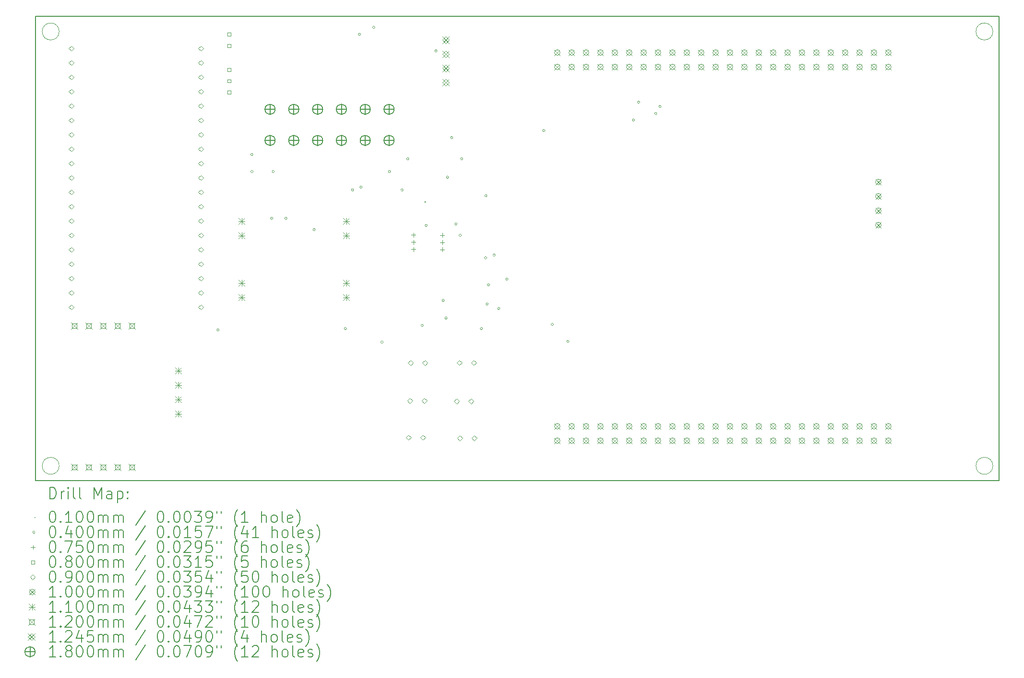
<source format=gbr>
%TF.GenerationSoftware,KiCad,Pcbnew,8.0.0-rc1*%
%TF.CreationDate,2024-02-28T14:24:35+09:00*%
%TF.ProjectId,KDL,4b444c2e-6b69-4636-9164-5f7063625858,rev?*%
%TF.SameCoordinates,Original*%
%TF.FileFunction,Drillmap*%
%TF.FilePolarity,Positive*%
%FSLAX45Y45*%
G04 Gerber Fmt 4.5, Leading zero omitted, Abs format (unit mm)*
G04 Created by KiCad (PCBNEW 8.0.0-rc1) date 2024-02-28 14:24:35*
%MOMM*%
%LPD*%
G01*
G04 APERTURE LIST*
%ADD10C,0.050000*%
%ADD11C,0.200000*%
%ADD12C,0.100000*%
%ADD13C,0.110000*%
%ADD14C,0.120000*%
%ADD15C,0.124460*%
%ADD16C,0.180000*%
G04 APERTURE END LIST*
D10*
X4875000Y-12300280D02*
G75*
G02*
X4575000Y-12300280I-150000J0D01*
G01*
X4575000Y-12300280D02*
G75*
G02*
X4875000Y-12300280I150000J0D01*
G01*
D11*
X4460000Y-4360280D02*
X21460000Y-4360280D01*
X21460000Y-12560280D01*
X4460000Y-12560280D01*
X4460000Y-4360280D01*
D10*
X21350000Y-12300280D02*
G75*
G02*
X21050000Y-12300280I-150000J0D01*
G01*
X21050000Y-12300280D02*
G75*
G02*
X21350000Y-12300280I150000J0D01*
G01*
X21350000Y-4625280D02*
G75*
G02*
X21050000Y-4625280I-150000J0D01*
G01*
X21050000Y-4625280D02*
G75*
G02*
X21350000Y-4625280I150000J0D01*
G01*
X4875000Y-4625280D02*
G75*
G02*
X4575000Y-4625280I-150000J0D01*
G01*
X4575000Y-4625280D02*
G75*
G02*
X4875000Y-4625280I150000J0D01*
G01*
D11*
D12*
X11320000Y-7628080D02*
X11330000Y-7638080D01*
X11330000Y-7628080D02*
X11320000Y-7638080D01*
X7695000Y-9900000D02*
G75*
G02*
X7655000Y-9900000I-20000J0D01*
G01*
X7655000Y-9900000D02*
G75*
G02*
X7695000Y-9900000I20000J0D01*
G01*
X8293875Y-6801405D02*
G75*
G02*
X8253875Y-6801405I-20000J0D01*
G01*
X8253875Y-6801405D02*
G75*
G02*
X8293875Y-6801405I20000J0D01*
G01*
X8295000Y-7100000D02*
G75*
G02*
X8255000Y-7100000I-20000J0D01*
G01*
X8255000Y-7100000D02*
G75*
G02*
X8295000Y-7100000I20000J0D01*
G01*
X8645000Y-7925000D02*
G75*
G02*
X8605000Y-7925000I-20000J0D01*
G01*
X8605000Y-7925000D02*
G75*
G02*
X8645000Y-7925000I20000J0D01*
G01*
X8670000Y-7100000D02*
G75*
G02*
X8630000Y-7100000I-20000J0D01*
G01*
X8630000Y-7100000D02*
G75*
G02*
X8670000Y-7100000I20000J0D01*
G01*
X8895000Y-7925000D02*
G75*
G02*
X8855000Y-7925000I-20000J0D01*
G01*
X8855000Y-7925000D02*
G75*
G02*
X8895000Y-7925000I20000J0D01*
G01*
X9393735Y-8126265D02*
G75*
G02*
X9353735Y-8126265I-20000J0D01*
G01*
X9353735Y-8126265D02*
G75*
G02*
X9393735Y-8126265I20000J0D01*
G01*
X9945000Y-9875000D02*
G75*
G02*
X9905000Y-9875000I-20000J0D01*
G01*
X9905000Y-9875000D02*
G75*
G02*
X9945000Y-9875000I20000J0D01*
G01*
X10070000Y-7425280D02*
G75*
G02*
X10030000Y-7425280I-20000J0D01*
G01*
X10030000Y-7425280D02*
G75*
G02*
X10070000Y-7425280I20000J0D01*
G01*
X10195000Y-4675000D02*
G75*
G02*
X10155000Y-4675000I-20000J0D01*
G01*
X10155000Y-4675000D02*
G75*
G02*
X10195000Y-4675000I20000J0D01*
G01*
X10220000Y-7375280D02*
G75*
G02*
X10180000Y-7375280I-20000J0D01*
G01*
X10180000Y-7375280D02*
G75*
G02*
X10220000Y-7375280I20000J0D01*
G01*
X10445000Y-4552500D02*
G75*
G02*
X10405000Y-4552500I-20000J0D01*
G01*
X10405000Y-4552500D02*
G75*
G02*
X10445000Y-4552500I20000J0D01*
G01*
X10590000Y-10115580D02*
G75*
G02*
X10550000Y-10115580I-20000J0D01*
G01*
X10550000Y-10115580D02*
G75*
G02*
X10590000Y-10115580I20000J0D01*
G01*
X10720000Y-7100000D02*
G75*
G02*
X10680000Y-7100000I-20000J0D01*
G01*
X10680000Y-7100000D02*
G75*
G02*
X10720000Y-7100000I20000J0D01*
G01*
X10945000Y-7425280D02*
G75*
G02*
X10905000Y-7425280I-20000J0D01*
G01*
X10905000Y-7425280D02*
G75*
G02*
X10945000Y-7425280I20000J0D01*
G01*
X11045000Y-6875280D02*
G75*
G02*
X11005000Y-6875280I-20000J0D01*
G01*
X11005000Y-6875280D02*
G75*
G02*
X11045000Y-6875280I20000J0D01*
G01*
X11300000Y-9820000D02*
G75*
G02*
X11260000Y-9820000I-20000J0D01*
G01*
X11260000Y-9820000D02*
G75*
G02*
X11300000Y-9820000I20000J0D01*
G01*
X11370000Y-8050280D02*
G75*
G02*
X11330000Y-8050280I-20000J0D01*
G01*
X11330000Y-8050280D02*
G75*
G02*
X11370000Y-8050280I20000J0D01*
G01*
X11543510Y-4967910D02*
G75*
G02*
X11503510Y-4967910I-20000J0D01*
G01*
X11503510Y-4967910D02*
G75*
G02*
X11543510Y-4967910I20000J0D01*
G01*
X11670000Y-9375000D02*
G75*
G02*
X11630000Y-9375000I-20000J0D01*
G01*
X11630000Y-9375000D02*
G75*
G02*
X11670000Y-9375000I20000J0D01*
G01*
X11720000Y-9690000D02*
G75*
G02*
X11680000Y-9690000I-20000J0D01*
G01*
X11680000Y-9690000D02*
G75*
G02*
X11720000Y-9690000I20000J0D01*
G01*
X11745000Y-7200280D02*
G75*
G02*
X11705000Y-7200280I-20000J0D01*
G01*
X11705000Y-7200280D02*
G75*
G02*
X11745000Y-7200280I20000J0D01*
G01*
X11820000Y-6500280D02*
G75*
G02*
X11780000Y-6500280I-20000J0D01*
G01*
X11780000Y-6500280D02*
G75*
G02*
X11820000Y-6500280I20000J0D01*
G01*
X11895000Y-8025000D02*
G75*
G02*
X11855000Y-8025000I-20000J0D01*
G01*
X11855000Y-8025000D02*
G75*
G02*
X11895000Y-8025000I20000J0D01*
G01*
X11970000Y-8225000D02*
G75*
G02*
X11930000Y-8225000I-20000J0D01*
G01*
X11930000Y-8225000D02*
G75*
G02*
X11970000Y-8225000I20000J0D01*
G01*
X11995000Y-6875280D02*
G75*
G02*
X11955000Y-6875280I-20000J0D01*
G01*
X11955000Y-6875280D02*
G75*
G02*
X11995000Y-6875280I20000J0D01*
G01*
X12345000Y-9875000D02*
G75*
G02*
X12305000Y-9875000I-20000J0D01*
G01*
X12305000Y-9875000D02*
G75*
G02*
X12345000Y-9875000I20000J0D01*
G01*
X12419860Y-8625140D02*
G75*
G02*
X12379860Y-8625140I-20000J0D01*
G01*
X12379860Y-8625140D02*
G75*
G02*
X12419860Y-8625140I20000J0D01*
G01*
X12424050Y-7527500D02*
G75*
G02*
X12384050Y-7527500I-20000J0D01*
G01*
X12384050Y-7527500D02*
G75*
G02*
X12424050Y-7527500I20000J0D01*
G01*
X12445000Y-9440000D02*
G75*
G02*
X12405000Y-9440000I-20000J0D01*
G01*
X12405000Y-9440000D02*
G75*
G02*
X12445000Y-9440000I20000J0D01*
G01*
X12470000Y-9100000D02*
G75*
G02*
X12430000Y-9100000I-20000J0D01*
G01*
X12430000Y-9100000D02*
G75*
G02*
X12470000Y-9100000I20000J0D01*
G01*
X12570000Y-8575000D02*
G75*
G02*
X12530000Y-8575000I-20000J0D01*
G01*
X12530000Y-8575000D02*
G75*
G02*
X12570000Y-8575000I20000J0D01*
G01*
X12650000Y-9520000D02*
G75*
G02*
X12610000Y-9520000I-20000J0D01*
G01*
X12610000Y-9520000D02*
G75*
G02*
X12650000Y-9520000I20000J0D01*
G01*
X12795000Y-9000280D02*
G75*
G02*
X12755000Y-9000280I-20000J0D01*
G01*
X12755000Y-9000280D02*
G75*
G02*
X12795000Y-9000280I20000J0D01*
G01*
X13445000Y-6375000D02*
G75*
G02*
X13405000Y-6375000I-20000J0D01*
G01*
X13405000Y-6375000D02*
G75*
G02*
X13445000Y-6375000I20000J0D01*
G01*
X13595000Y-9800280D02*
G75*
G02*
X13555000Y-9800280I-20000J0D01*
G01*
X13555000Y-9800280D02*
G75*
G02*
X13595000Y-9800280I20000J0D01*
G01*
X13870000Y-10100000D02*
G75*
G02*
X13830000Y-10100000I-20000J0D01*
G01*
X13830000Y-10100000D02*
G75*
G02*
X13870000Y-10100000I20000J0D01*
G01*
X15030000Y-6190000D02*
G75*
G02*
X14990000Y-6190000I-20000J0D01*
G01*
X14990000Y-6190000D02*
G75*
G02*
X15030000Y-6190000I20000J0D01*
G01*
X15118735Y-5873735D02*
G75*
G02*
X15078735Y-5873735I-20000J0D01*
G01*
X15078735Y-5873735D02*
G75*
G02*
X15118735Y-5873735I20000J0D01*
G01*
X15422500Y-6075000D02*
G75*
G02*
X15382500Y-6075000I-20000J0D01*
G01*
X15382500Y-6075000D02*
G75*
G02*
X15422500Y-6075000I20000J0D01*
G01*
X15495000Y-5950000D02*
G75*
G02*
X15455000Y-5950000I-20000J0D01*
G01*
X15455000Y-5950000D02*
G75*
G02*
X15495000Y-5950000I20000J0D01*
G01*
X11126000Y-8182500D02*
X11126000Y-8257500D01*
X11088500Y-8220000D02*
X11163500Y-8220000D01*
X11126000Y-8309500D02*
X11126000Y-8384500D01*
X11088500Y-8347000D02*
X11163500Y-8347000D01*
X11126000Y-8436500D02*
X11126000Y-8511500D01*
X11088500Y-8474000D02*
X11163500Y-8474000D01*
X11636000Y-8185500D02*
X11636000Y-8260500D01*
X11598500Y-8223000D02*
X11673500Y-8223000D01*
X11636000Y-8312500D02*
X11636000Y-8387500D01*
X11598500Y-8350000D02*
X11673500Y-8350000D01*
X11636000Y-8439500D02*
X11636000Y-8514500D01*
X11598500Y-8477000D02*
X11673500Y-8477000D01*
X7903284Y-4703285D02*
X7903284Y-4646716D01*
X7846715Y-4646716D01*
X7846715Y-4703285D01*
X7903284Y-4703285D01*
X7903284Y-4903285D02*
X7903284Y-4846716D01*
X7846715Y-4846716D01*
X7846715Y-4903285D01*
X7903284Y-4903285D01*
X7903284Y-5328285D02*
X7903284Y-5271716D01*
X7846715Y-5271716D01*
X7846715Y-5328285D01*
X7903284Y-5328285D01*
X7903284Y-5528285D02*
X7903284Y-5471716D01*
X7846715Y-5471716D01*
X7846715Y-5528285D01*
X7903284Y-5528285D01*
X7903284Y-5728284D02*
X7903284Y-5671715D01*
X7846715Y-5671715D01*
X7846715Y-5728284D01*
X7903284Y-5728284D01*
X5089000Y-4968000D02*
X5134000Y-4923000D01*
X5089000Y-4878000D01*
X5044000Y-4923000D01*
X5089000Y-4968000D01*
X5089000Y-5222000D02*
X5134000Y-5177000D01*
X5089000Y-5132000D01*
X5044000Y-5177000D01*
X5089000Y-5222000D01*
X5089000Y-5476000D02*
X5134000Y-5431000D01*
X5089000Y-5386000D01*
X5044000Y-5431000D01*
X5089000Y-5476000D01*
X5089000Y-5730000D02*
X5134000Y-5685000D01*
X5089000Y-5640000D01*
X5044000Y-5685000D01*
X5089000Y-5730000D01*
X5089000Y-5984000D02*
X5134000Y-5939000D01*
X5089000Y-5894000D01*
X5044000Y-5939000D01*
X5089000Y-5984000D01*
X5089000Y-6238000D02*
X5134000Y-6193000D01*
X5089000Y-6148000D01*
X5044000Y-6193000D01*
X5089000Y-6238000D01*
X5089000Y-6492000D02*
X5134000Y-6447000D01*
X5089000Y-6402000D01*
X5044000Y-6447000D01*
X5089000Y-6492000D01*
X5089000Y-6746000D02*
X5134000Y-6701000D01*
X5089000Y-6656000D01*
X5044000Y-6701000D01*
X5089000Y-6746000D01*
X5089000Y-7000000D02*
X5134000Y-6955000D01*
X5089000Y-6910000D01*
X5044000Y-6955000D01*
X5089000Y-7000000D01*
X5089000Y-7254000D02*
X5134000Y-7209000D01*
X5089000Y-7164000D01*
X5044000Y-7209000D01*
X5089000Y-7254000D01*
X5089000Y-7508000D02*
X5134000Y-7463000D01*
X5089000Y-7418000D01*
X5044000Y-7463000D01*
X5089000Y-7508000D01*
X5089000Y-7762000D02*
X5134000Y-7717000D01*
X5089000Y-7672000D01*
X5044000Y-7717000D01*
X5089000Y-7762000D01*
X5089000Y-8016000D02*
X5134000Y-7971000D01*
X5089000Y-7926000D01*
X5044000Y-7971000D01*
X5089000Y-8016000D01*
X5089000Y-8270000D02*
X5134000Y-8225000D01*
X5089000Y-8180000D01*
X5044000Y-8225000D01*
X5089000Y-8270000D01*
X5089000Y-8524000D02*
X5134000Y-8479000D01*
X5089000Y-8434000D01*
X5044000Y-8479000D01*
X5089000Y-8524000D01*
X5089000Y-8778000D02*
X5134000Y-8733000D01*
X5089000Y-8688000D01*
X5044000Y-8733000D01*
X5089000Y-8778000D01*
X5089000Y-9032000D02*
X5134000Y-8987000D01*
X5089000Y-8942000D01*
X5044000Y-8987000D01*
X5089000Y-9032000D01*
X5089000Y-9286000D02*
X5134000Y-9241000D01*
X5089000Y-9196000D01*
X5044000Y-9241000D01*
X5089000Y-9286000D01*
X5089000Y-9540000D02*
X5134000Y-9495000D01*
X5089000Y-9450000D01*
X5044000Y-9495000D01*
X5089000Y-9540000D01*
X7375000Y-4968000D02*
X7420000Y-4923000D01*
X7375000Y-4878000D01*
X7330000Y-4923000D01*
X7375000Y-4968000D01*
X7375000Y-5222000D02*
X7420000Y-5177000D01*
X7375000Y-5132000D01*
X7330000Y-5177000D01*
X7375000Y-5222000D01*
X7375000Y-5476000D02*
X7420000Y-5431000D01*
X7375000Y-5386000D01*
X7330000Y-5431000D01*
X7375000Y-5476000D01*
X7375000Y-5730000D02*
X7420000Y-5685000D01*
X7375000Y-5640000D01*
X7330000Y-5685000D01*
X7375000Y-5730000D01*
X7375000Y-5984000D02*
X7420000Y-5939000D01*
X7375000Y-5894000D01*
X7330000Y-5939000D01*
X7375000Y-5984000D01*
X7375000Y-6238000D02*
X7420000Y-6193000D01*
X7375000Y-6148000D01*
X7330000Y-6193000D01*
X7375000Y-6238000D01*
X7375000Y-6492000D02*
X7420000Y-6447000D01*
X7375000Y-6402000D01*
X7330000Y-6447000D01*
X7375000Y-6492000D01*
X7375000Y-6746000D02*
X7420000Y-6701000D01*
X7375000Y-6656000D01*
X7330000Y-6701000D01*
X7375000Y-6746000D01*
X7375000Y-7000000D02*
X7420000Y-6955000D01*
X7375000Y-6910000D01*
X7330000Y-6955000D01*
X7375000Y-7000000D01*
X7375000Y-7254000D02*
X7420000Y-7209000D01*
X7375000Y-7164000D01*
X7330000Y-7209000D01*
X7375000Y-7254000D01*
X7375000Y-7508000D02*
X7420000Y-7463000D01*
X7375000Y-7418000D01*
X7330000Y-7463000D01*
X7375000Y-7508000D01*
X7375000Y-7762000D02*
X7420000Y-7717000D01*
X7375000Y-7672000D01*
X7330000Y-7717000D01*
X7375000Y-7762000D01*
X7375000Y-8016000D02*
X7420000Y-7971000D01*
X7375000Y-7926000D01*
X7330000Y-7971000D01*
X7375000Y-8016000D01*
X7375000Y-8270000D02*
X7420000Y-8225000D01*
X7375000Y-8180000D01*
X7330000Y-8225000D01*
X7375000Y-8270000D01*
X7375000Y-8524000D02*
X7420000Y-8479000D01*
X7375000Y-8434000D01*
X7330000Y-8479000D01*
X7375000Y-8524000D01*
X7375000Y-8778000D02*
X7420000Y-8733000D01*
X7375000Y-8688000D01*
X7330000Y-8733000D01*
X7375000Y-8778000D01*
X7375000Y-9032000D02*
X7420000Y-8987000D01*
X7375000Y-8942000D01*
X7330000Y-8987000D01*
X7375000Y-9032000D01*
X7375000Y-9286000D02*
X7420000Y-9241000D01*
X7375000Y-9196000D01*
X7330000Y-9241000D01*
X7375000Y-9286000D01*
X7375000Y-9540000D02*
X7420000Y-9495000D01*
X7375000Y-9450000D01*
X7330000Y-9495000D01*
X7375000Y-9540000D01*
X11040000Y-11845000D02*
X11085000Y-11800000D01*
X11040000Y-11755000D01*
X10995000Y-11800000D01*
X11040000Y-11845000D01*
X11063700Y-11195000D02*
X11108700Y-11150000D01*
X11063700Y-11105000D01*
X11018700Y-11150000D01*
X11063700Y-11195000D01*
X11076000Y-10525000D02*
X11121000Y-10480000D01*
X11076000Y-10435000D01*
X11031000Y-10480000D01*
X11076000Y-10525000D01*
X11294000Y-11845000D02*
X11339000Y-11800000D01*
X11294000Y-11755000D01*
X11249000Y-11800000D01*
X11294000Y-11845000D01*
X11317700Y-11195000D02*
X11362700Y-11150000D01*
X11317700Y-11105000D01*
X11272700Y-11150000D01*
X11317700Y-11195000D01*
X11330000Y-10525000D02*
X11375000Y-10480000D01*
X11330000Y-10435000D01*
X11285000Y-10480000D01*
X11330000Y-10525000D01*
X11888900Y-11204600D02*
X11933900Y-11159600D01*
X11888900Y-11114600D01*
X11843900Y-11159600D01*
X11888900Y-11204600D01*
X11936000Y-10524300D02*
X11981000Y-10479300D01*
X11936000Y-10434300D01*
X11891000Y-10479300D01*
X11936000Y-10524300D01*
X11946000Y-11855000D02*
X11991000Y-11810000D01*
X11946000Y-11765000D01*
X11901000Y-11810000D01*
X11946000Y-11855000D01*
X12142900Y-11204600D02*
X12187900Y-11159600D01*
X12142900Y-11114600D01*
X12097900Y-11159600D01*
X12142900Y-11204600D01*
X12190000Y-10524300D02*
X12235000Y-10479300D01*
X12190000Y-10434300D01*
X12145000Y-10479300D01*
X12190000Y-10524300D01*
X12200000Y-11855000D02*
X12245000Y-11810000D01*
X12200000Y-11765000D01*
X12155000Y-11810000D01*
X12200000Y-11855000D01*
X13613900Y-4948000D02*
X13713900Y-5048000D01*
X13713900Y-4948000D02*
X13613900Y-5048000D01*
X13713900Y-4998000D02*
G75*
G02*
X13613900Y-4998000I-50000J0D01*
G01*
X13613900Y-4998000D02*
G75*
G02*
X13713900Y-4998000I50000J0D01*
G01*
X13613900Y-5202000D02*
X13713900Y-5302000D01*
X13713900Y-5202000D02*
X13613900Y-5302000D01*
X13713900Y-5252000D02*
G75*
G02*
X13613900Y-5252000I-50000J0D01*
G01*
X13613900Y-5252000D02*
G75*
G02*
X13713900Y-5252000I50000J0D01*
G01*
X13613900Y-11552220D02*
X13713900Y-11652220D01*
X13713900Y-11552220D02*
X13613900Y-11652220D01*
X13713900Y-11602220D02*
G75*
G02*
X13613900Y-11602220I-50000J0D01*
G01*
X13613900Y-11602220D02*
G75*
G02*
X13713900Y-11602220I50000J0D01*
G01*
X13613900Y-11806220D02*
X13713900Y-11906220D01*
X13713900Y-11806220D02*
X13613900Y-11906220D01*
X13713900Y-11856220D02*
G75*
G02*
X13613900Y-11856220I-50000J0D01*
G01*
X13613900Y-11856220D02*
G75*
G02*
X13713900Y-11856220I50000J0D01*
G01*
X13867900Y-4948000D02*
X13967900Y-5048000D01*
X13967900Y-4948000D02*
X13867900Y-5048000D01*
X13967900Y-4998000D02*
G75*
G02*
X13867900Y-4998000I-50000J0D01*
G01*
X13867900Y-4998000D02*
G75*
G02*
X13967900Y-4998000I50000J0D01*
G01*
X13867900Y-5202000D02*
X13967900Y-5302000D01*
X13967900Y-5202000D02*
X13867900Y-5302000D01*
X13967900Y-5252000D02*
G75*
G02*
X13867900Y-5252000I-50000J0D01*
G01*
X13867900Y-5252000D02*
G75*
G02*
X13967900Y-5252000I50000J0D01*
G01*
X13867900Y-11552220D02*
X13967900Y-11652220D01*
X13967900Y-11552220D02*
X13867900Y-11652220D01*
X13967900Y-11602220D02*
G75*
G02*
X13867900Y-11602220I-50000J0D01*
G01*
X13867900Y-11602220D02*
G75*
G02*
X13967900Y-11602220I50000J0D01*
G01*
X13867900Y-11806220D02*
X13967900Y-11906220D01*
X13967900Y-11806220D02*
X13867900Y-11906220D01*
X13967900Y-11856220D02*
G75*
G02*
X13867900Y-11856220I-50000J0D01*
G01*
X13867900Y-11856220D02*
G75*
G02*
X13967900Y-11856220I50000J0D01*
G01*
X14121900Y-4948000D02*
X14221900Y-5048000D01*
X14221900Y-4948000D02*
X14121900Y-5048000D01*
X14221900Y-4998000D02*
G75*
G02*
X14121900Y-4998000I-50000J0D01*
G01*
X14121900Y-4998000D02*
G75*
G02*
X14221900Y-4998000I50000J0D01*
G01*
X14121900Y-5202000D02*
X14221900Y-5302000D01*
X14221900Y-5202000D02*
X14121900Y-5302000D01*
X14221900Y-5252000D02*
G75*
G02*
X14121900Y-5252000I-50000J0D01*
G01*
X14121900Y-5252000D02*
G75*
G02*
X14221900Y-5252000I50000J0D01*
G01*
X14121900Y-11552220D02*
X14221900Y-11652220D01*
X14221900Y-11552220D02*
X14121900Y-11652220D01*
X14221900Y-11602220D02*
G75*
G02*
X14121900Y-11602220I-50000J0D01*
G01*
X14121900Y-11602220D02*
G75*
G02*
X14221900Y-11602220I50000J0D01*
G01*
X14121900Y-11806220D02*
X14221900Y-11906220D01*
X14221900Y-11806220D02*
X14121900Y-11906220D01*
X14221900Y-11856220D02*
G75*
G02*
X14121900Y-11856220I-50000J0D01*
G01*
X14121900Y-11856220D02*
G75*
G02*
X14221900Y-11856220I50000J0D01*
G01*
X14375900Y-4948000D02*
X14475900Y-5048000D01*
X14475900Y-4948000D02*
X14375900Y-5048000D01*
X14475900Y-4998000D02*
G75*
G02*
X14375900Y-4998000I-50000J0D01*
G01*
X14375900Y-4998000D02*
G75*
G02*
X14475900Y-4998000I50000J0D01*
G01*
X14375900Y-5202000D02*
X14475900Y-5302000D01*
X14475900Y-5202000D02*
X14375900Y-5302000D01*
X14475900Y-5252000D02*
G75*
G02*
X14375900Y-5252000I-50000J0D01*
G01*
X14375900Y-5252000D02*
G75*
G02*
X14475900Y-5252000I50000J0D01*
G01*
X14375900Y-11552220D02*
X14475900Y-11652220D01*
X14475900Y-11552220D02*
X14375900Y-11652220D01*
X14475900Y-11602220D02*
G75*
G02*
X14375900Y-11602220I-50000J0D01*
G01*
X14375900Y-11602220D02*
G75*
G02*
X14475900Y-11602220I50000J0D01*
G01*
X14375900Y-11806220D02*
X14475900Y-11906220D01*
X14475900Y-11806220D02*
X14375900Y-11906220D01*
X14475900Y-11856220D02*
G75*
G02*
X14375900Y-11856220I-50000J0D01*
G01*
X14375900Y-11856220D02*
G75*
G02*
X14475900Y-11856220I50000J0D01*
G01*
X14629900Y-4948000D02*
X14729900Y-5048000D01*
X14729900Y-4948000D02*
X14629900Y-5048000D01*
X14729900Y-4998000D02*
G75*
G02*
X14629900Y-4998000I-50000J0D01*
G01*
X14629900Y-4998000D02*
G75*
G02*
X14729900Y-4998000I50000J0D01*
G01*
X14629900Y-5202000D02*
X14729900Y-5302000D01*
X14729900Y-5202000D02*
X14629900Y-5302000D01*
X14729900Y-5252000D02*
G75*
G02*
X14629900Y-5252000I-50000J0D01*
G01*
X14629900Y-5252000D02*
G75*
G02*
X14729900Y-5252000I50000J0D01*
G01*
X14629900Y-11552220D02*
X14729900Y-11652220D01*
X14729900Y-11552220D02*
X14629900Y-11652220D01*
X14729900Y-11602220D02*
G75*
G02*
X14629900Y-11602220I-50000J0D01*
G01*
X14629900Y-11602220D02*
G75*
G02*
X14729900Y-11602220I50000J0D01*
G01*
X14629900Y-11806220D02*
X14729900Y-11906220D01*
X14729900Y-11806220D02*
X14629900Y-11906220D01*
X14729900Y-11856220D02*
G75*
G02*
X14629900Y-11856220I-50000J0D01*
G01*
X14629900Y-11856220D02*
G75*
G02*
X14729900Y-11856220I50000J0D01*
G01*
X14883900Y-4948000D02*
X14983900Y-5048000D01*
X14983900Y-4948000D02*
X14883900Y-5048000D01*
X14983900Y-4998000D02*
G75*
G02*
X14883900Y-4998000I-50000J0D01*
G01*
X14883900Y-4998000D02*
G75*
G02*
X14983900Y-4998000I50000J0D01*
G01*
X14883900Y-5202000D02*
X14983900Y-5302000D01*
X14983900Y-5202000D02*
X14883900Y-5302000D01*
X14983900Y-5252000D02*
G75*
G02*
X14883900Y-5252000I-50000J0D01*
G01*
X14883900Y-5252000D02*
G75*
G02*
X14983900Y-5252000I50000J0D01*
G01*
X14883900Y-11552220D02*
X14983900Y-11652220D01*
X14983900Y-11552220D02*
X14883900Y-11652220D01*
X14983900Y-11602220D02*
G75*
G02*
X14883900Y-11602220I-50000J0D01*
G01*
X14883900Y-11602220D02*
G75*
G02*
X14983900Y-11602220I50000J0D01*
G01*
X14883900Y-11806220D02*
X14983900Y-11906220D01*
X14983900Y-11806220D02*
X14883900Y-11906220D01*
X14983900Y-11856220D02*
G75*
G02*
X14883900Y-11856220I-50000J0D01*
G01*
X14883900Y-11856220D02*
G75*
G02*
X14983900Y-11856220I50000J0D01*
G01*
X15137900Y-4948000D02*
X15237900Y-5048000D01*
X15237900Y-4948000D02*
X15137900Y-5048000D01*
X15237900Y-4998000D02*
G75*
G02*
X15137900Y-4998000I-50000J0D01*
G01*
X15137900Y-4998000D02*
G75*
G02*
X15237900Y-4998000I50000J0D01*
G01*
X15137900Y-5202000D02*
X15237900Y-5302000D01*
X15237900Y-5202000D02*
X15137900Y-5302000D01*
X15237900Y-5252000D02*
G75*
G02*
X15137900Y-5252000I-50000J0D01*
G01*
X15137900Y-5252000D02*
G75*
G02*
X15237900Y-5252000I50000J0D01*
G01*
X15137900Y-11552220D02*
X15237900Y-11652220D01*
X15237900Y-11552220D02*
X15137900Y-11652220D01*
X15237900Y-11602220D02*
G75*
G02*
X15137900Y-11602220I-50000J0D01*
G01*
X15137900Y-11602220D02*
G75*
G02*
X15237900Y-11602220I50000J0D01*
G01*
X15137900Y-11806220D02*
X15237900Y-11906220D01*
X15237900Y-11806220D02*
X15137900Y-11906220D01*
X15237900Y-11856220D02*
G75*
G02*
X15137900Y-11856220I-50000J0D01*
G01*
X15137900Y-11856220D02*
G75*
G02*
X15237900Y-11856220I50000J0D01*
G01*
X15391900Y-4948000D02*
X15491900Y-5048000D01*
X15491900Y-4948000D02*
X15391900Y-5048000D01*
X15491900Y-4998000D02*
G75*
G02*
X15391900Y-4998000I-50000J0D01*
G01*
X15391900Y-4998000D02*
G75*
G02*
X15491900Y-4998000I50000J0D01*
G01*
X15391900Y-5202000D02*
X15491900Y-5302000D01*
X15491900Y-5202000D02*
X15391900Y-5302000D01*
X15491900Y-5252000D02*
G75*
G02*
X15391900Y-5252000I-50000J0D01*
G01*
X15391900Y-5252000D02*
G75*
G02*
X15491900Y-5252000I50000J0D01*
G01*
X15391900Y-11552220D02*
X15491900Y-11652220D01*
X15491900Y-11552220D02*
X15391900Y-11652220D01*
X15491900Y-11602220D02*
G75*
G02*
X15391900Y-11602220I-50000J0D01*
G01*
X15391900Y-11602220D02*
G75*
G02*
X15491900Y-11602220I50000J0D01*
G01*
X15391900Y-11806220D02*
X15491900Y-11906220D01*
X15491900Y-11806220D02*
X15391900Y-11906220D01*
X15491900Y-11856220D02*
G75*
G02*
X15391900Y-11856220I-50000J0D01*
G01*
X15391900Y-11856220D02*
G75*
G02*
X15491900Y-11856220I50000J0D01*
G01*
X15645900Y-4948000D02*
X15745900Y-5048000D01*
X15745900Y-4948000D02*
X15645900Y-5048000D01*
X15745900Y-4998000D02*
G75*
G02*
X15645900Y-4998000I-50000J0D01*
G01*
X15645900Y-4998000D02*
G75*
G02*
X15745900Y-4998000I50000J0D01*
G01*
X15645900Y-5202000D02*
X15745900Y-5302000D01*
X15745900Y-5202000D02*
X15645900Y-5302000D01*
X15745900Y-5252000D02*
G75*
G02*
X15645900Y-5252000I-50000J0D01*
G01*
X15645900Y-5252000D02*
G75*
G02*
X15745900Y-5252000I50000J0D01*
G01*
X15645900Y-11552220D02*
X15745900Y-11652220D01*
X15745900Y-11552220D02*
X15645900Y-11652220D01*
X15745900Y-11602220D02*
G75*
G02*
X15645900Y-11602220I-50000J0D01*
G01*
X15645900Y-11602220D02*
G75*
G02*
X15745900Y-11602220I50000J0D01*
G01*
X15645900Y-11806220D02*
X15745900Y-11906220D01*
X15745900Y-11806220D02*
X15645900Y-11906220D01*
X15745900Y-11856220D02*
G75*
G02*
X15645900Y-11856220I-50000J0D01*
G01*
X15645900Y-11856220D02*
G75*
G02*
X15745900Y-11856220I50000J0D01*
G01*
X15899900Y-4948000D02*
X15999900Y-5048000D01*
X15999900Y-4948000D02*
X15899900Y-5048000D01*
X15999900Y-4998000D02*
G75*
G02*
X15899900Y-4998000I-50000J0D01*
G01*
X15899900Y-4998000D02*
G75*
G02*
X15999900Y-4998000I50000J0D01*
G01*
X15899900Y-5202000D02*
X15999900Y-5302000D01*
X15999900Y-5202000D02*
X15899900Y-5302000D01*
X15999900Y-5252000D02*
G75*
G02*
X15899900Y-5252000I-50000J0D01*
G01*
X15899900Y-5252000D02*
G75*
G02*
X15999900Y-5252000I50000J0D01*
G01*
X15899900Y-11552220D02*
X15999900Y-11652220D01*
X15999900Y-11552220D02*
X15899900Y-11652220D01*
X15999900Y-11602220D02*
G75*
G02*
X15899900Y-11602220I-50000J0D01*
G01*
X15899900Y-11602220D02*
G75*
G02*
X15999900Y-11602220I50000J0D01*
G01*
X15899900Y-11806220D02*
X15999900Y-11906220D01*
X15999900Y-11806220D02*
X15899900Y-11906220D01*
X15999900Y-11856220D02*
G75*
G02*
X15899900Y-11856220I-50000J0D01*
G01*
X15899900Y-11856220D02*
G75*
G02*
X15999900Y-11856220I50000J0D01*
G01*
X16153900Y-4948000D02*
X16253900Y-5048000D01*
X16253900Y-4948000D02*
X16153900Y-5048000D01*
X16253900Y-4998000D02*
G75*
G02*
X16153900Y-4998000I-50000J0D01*
G01*
X16153900Y-4998000D02*
G75*
G02*
X16253900Y-4998000I50000J0D01*
G01*
X16153900Y-5202000D02*
X16253900Y-5302000D01*
X16253900Y-5202000D02*
X16153900Y-5302000D01*
X16253900Y-5252000D02*
G75*
G02*
X16153900Y-5252000I-50000J0D01*
G01*
X16153900Y-5252000D02*
G75*
G02*
X16253900Y-5252000I50000J0D01*
G01*
X16153900Y-11552220D02*
X16253900Y-11652220D01*
X16253900Y-11552220D02*
X16153900Y-11652220D01*
X16253900Y-11602220D02*
G75*
G02*
X16153900Y-11602220I-50000J0D01*
G01*
X16153900Y-11602220D02*
G75*
G02*
X16253900Y-11602220I50000J0D01*
G01*
X16153900Y-11806220D02*
X16253900Y-11906220D01*
X16253900Y-11806220D02*
X16153900Y-11906220D01*
X16253900Y-11856220D02*
G75*
G02*
X16153900Y-11856220I-50000J0D01*
G01*
X16153900Y-11856220D02*
G75*
G02*
X16253900Y-11856220I50000J0D01*
G01*
X16407900Y-4948000D02*
X16507900Y-5048000D01*
X16507900Y-4948000D02*
X16407900Y-5048000D01*
X16507900Y-4998000D02*
G75*
G02*
X16407900Y-4998000I-50000J0D01*
G01*
X16407900Y-4998000D02*
G75*
G02*
X16507900Y-4998000I50000J0D01*
G01*
X16407900Y-5202000D02*
X16507900Y-5302000D01*
X16507900Y-5202000D02*
X16407900Y-5302000D01*
X16507900Y-5252000D02*
G75*
G02*
X16407900Y-5252000I-50000J0D01*
G01*
X16407900Y-5252000D02*
G75*
G02*
X16507900Y-5252000I50000J0D01*
G01*
X16407900Y-11552220D02*
X16507900Y-11652220D01*
X16507900Y-11552220D02*
X16407900Y-11652220D01*
X16507900Y-11602220D02*
G75*
G02*
X16407900Y-11602220I-50000J0D01*
G01*
X16407900Y-11602220D02*
G75*
G02*
X16507900Y-11602220I50000J0D01*
G01*
X16407900Y-11806220D02*
X16507900Y-11906220D01*
X16507900Y-11806220D02*
X16407900Y-11906220D01*
X16507900Y-11856220D02*
G75*
G02*
X16407900Y-11856220I-50000J0D01*
G01*
X16407900Y-11856220D02*
G75*
G02*
X16507900Y-11856220I50000J0D01*
G01*
X16661900Y-4948000D02*
X16761900Y-5048000D01*
X16761900Y-4948000D02*
X16661900Y-5048000D01*
X16761900Y-4998000D02*
G75*
G02*
X16661900Y-4998000I-50000J0D01*
G01*
X16661900Y-4998000D02*
G75*
G02*
X16761900Y-4998000I50000J0D01*
G01*
X16661900Y-5202000D02*
X16761900Y-5302000D01*
X16761900Y-5202000D02*
X16661900Y-5302000D01*
X16761900Y-5252000D02*
G75*
G02*
X16661900Y-5252000I-50000J0D01*
G01*
X16661900Y-5252000D02*
G75*
G02*
X16761900Y-5252000I50000J0D01*
G01*
X16661900Y-11552220D02*
X16761900Y-11652220D01*
X16761900Y-11552220D02*
X16661900Y-11652220D01*
X16761900Y-11602220D02*
G75*
G02*
X16661900Y-11602220I-50000J0D01*
G01*
X16661900Y-11602220D02*
G75*
G02*
X16761900Y-11602220I50000J0D01*
G01*
X16661900Y-11806220D02*
X16761900Y-11906220D01*
X16761900Y-11806220D02*
X16661900Y-11906220D01*
X16761900Y-11856220D02*
G75*
G02*
X16661900Y-11856220I-50000J0D01*
G01*
X16661900Y-11856220D02*
G75*
G02*
X16761900Y-11856220I50000J0D01*
G01*
X16915900Y-4948000D02*
X17015900Y-5048000D01*
X17015900Y-4948000D02*
X16915900Y-5048000D01*
X17015900Y-4998000D02*
G75*
G02*
X16915900Y-4998000I-50000J0D01*
G01*
X16915900Y-4998000D02*
G75*
G02*
X17015900Y-4998000I50000J0D01*
G01*
X16915900Y-5202000D02*
X17015900Y-5302000D01*
X17015900Y-5202000D02*
X16915900Y-5302000D01*
X17015900Y-5252000D02*
G75*
G02*
X16915900Y-5252000I-50000J0D01*
G01*
X16915900Y-5252000D02*
G75*
G02*
X17015900Y-5252000I50000J0D01*
G01*
X16915900Y-11552220D02*
X17015900Y-11652220D01*
X17015900Y-11552220D02*
X16915900Y-11652220D01*
X17015900Y-11602220D02*
G75*
G02*
X16915900Y-11602220I-50000J0D01*
G01*
X16915900Y-11602220D02*
G75*
G02*
X17015900Y-11602220I50000J0D01*
G01*
X16915900Y-11806220D02*
X17015900Y-11906220D01*
X17015900Y-11806220D02*
X16915900Y-11906220D01*
X17015900Y-11856220D02*
G75*
G02*
X16915900Y-11856220I-50000J0D01*
G01*
X16915900Y-11856220D02*
G75*
G02*
X17015900Y-11856220I50000J0D01*
G01*
X17169900Y-4948000D02*
X17269900Y-5048000D01*
X17269900Y-4948000D02*
X17169900Y-5048000D01*
X17269900Y-4998000D02*
G75*
G02*
X17169900Y-4998000I-50000J0D01*
G01*
X17169900Y-4998000D02*
G75*
G02*
X17269900Y-4998000I50000J0D01*
G01*
X17169900Y-5202000D02*
X17269900Y-5302000D01*
X17269900Y-5202000D02*
X17169900Y-5302000D01*
X17269900Y-5252000D02*
G75*
G02*
X17169900Y-5252000I-50000J0D01*
G01*
X17169900Y-5252000D02*
G75*
G02*
X17269900Y-5252000I50000J0D01*
G01*
X17169900Y-11552220D02*
X17269900Y-11652220D01*
X17269900Y-11552220D02*
X17169900Y-11652220D01*
X17269900Y-11602220D02*
G75*
G02*
X17169900Y-11602220I-50000J0D01*
G01*
X17169900Y-11602220D02*
G75*
G02*
X17269900Y-11602220I50000J0D01*
G01*
X17169900Y-11806220D02*
X17269900Y-11906220D01*
X17269900Y-11806220D02*
X17169900Y-11906220D01*
X17269900Y-11856220D02*
G75*
G02*
X17169900Y-11856220I-50000J0D01*
G01*
X17169900Y-11856220D02*
G75*
G02*
X17269900Y-11856220I50000J0D01*
G01*
X17423900Y-4948000D02*
X17523900Y-5048000D01*
X17523900Y-4948000D02*
X17423900Y-5048000D01*
X17523900Y-4998000D02*
G75*
G02*
X17423900Y-4998000I-50000J0D01*
G01*
X17423900Y-4998000D02*
G75*
G02*
X17523900Y-4998000I50000J0D01*
G01*
X17423900Y-5202000D02*
X17523900Y-5302000D01*
X17523900Y-5202000D02*
X17423900Y-5302000D01*
X17523900Y-5252000D02*
G75*
G02*
X17423900Y-5252000I-50000J0D01*
G01*
X17423900Y-5252000D02*
G75*
G02*
X17523900Y-5252000I50000J0D01*
G01*
X17423900Y-11552220D02*
X17523900Y-11652220D01*
X17523900Y-11552220D02*
X17423900Y-11652220D01*
X17523900Y-11602220D02*
G75*
G02*
X17423900Y-11602220I-50000J0D01*
G01*
X17423900Y-11602220D02*
G75*
G02*
X17523900Y-11602220I50000J0D01*
G01*
X17423900Y-11806220D02*
X17523900Y-11906220D01*
X17523900Y-11806220D02*
X17423900Y-11906220D01*
X17523900Y-11856220D02*
G75*
G02*
X17423900Y-11856220I-50000J0D01*
G01*
X17423900Y-11856220D02*
G75*
G02*
X17523900Y-11856220I50000J0D01*
G01*
X17677900Y-4948000D02*
X17777900Y-5048000D01*
X17777900Y-4948000D02*
X17677900Y-5048000D01*
X17777900Y-4998000D02*
G75*
G02*
X17677900Y-4998000I-50000J0D01*
G01*
X17677900Y-4998000D02*
G75*
G02*
X17777900Y-4998000I50000J0D01*
G01*
X17677900Y-5202000D02*
X17777900Y-5302000D01*
X17777900Y-5202000D02*
X17677900Y-5302000D01*
X17777900Y-5252000D02*
G75*
G02*
X17677900Y-5252000I-50000J0D01*
G01*
X17677900Y-5252000D02*
G75*
G02*
X17777900Y-5252000I50000J0D01*
G01*
X17677900Y-11552220D02*
X17777900Y-11652220D01*
X17777900Y-11552220D02*
X17677900Y-11652220D01*
X17777900Y-11602220D02*
G75*
G02*
X17677900Y-11602220I-50000J0D01*
G01*
X17677900Y-11602220D02*
G75*
G02*
X17777900Y-11602220I50000J0D01*
G01*
X17677900Y-11806220D02*
X17777900Y-11906220D01*
X17777900Y-11806220D02*
X17677900Y-11906220D01*
X17777900Y-11856220D02*
G75*
G02*
X17677900Y-11856220I-50000J0D01*
G01*
X17677900Y-11856220D02*
G75*
G02*
X17777900Y-11856220I50000J0D01*
G01*
X17931900Y-4948000D02*
X18031900Y-5048000D01*
X18031900Y-4948000D02*
X17931900Y-5048000D01*
X18031900Y-4998000D02*
G75*
G02*
X17931900Y-4998000I-50000J0D01*
G01*
X17931900Y-4998000D02*
G75*
G02*
X18031900Y-4998000I50000J0D01*
G01*
X17931900Y-5202000D02*
X18031900Y-5302000D01*
X18031900Y-5202000D02*
X17931900Y-5302000D01*
X18031900Y-5252000D02*
G75*
G02*
X17931900Y-5252000I-50000J0D01*
G01*
X17931900Y-5252000D02*
G75*
G02*
X18031900Y-5252000I50000J0D01*
G01*
X17931900Y-11552220D02*
X18031900Y-11652220D01*
X18031900Y-11552220D02*
X17931900Y-11652220D01*
X18031900Y-11602220D02*
G75*
G02*
X17931900Y-11602220I-50000J0D01*
G01*
X17931900Y-11602220D02*
G75*
G02*
X18031900Y-11602220I50000J0D01*
G01*
X17931900Y-11806220D02*
X18031900Y-11906220D01*
X18031900Y-11806220D02*
X17931900Y-11906220D01*
X18031900Y-11856220D02*
G75*
G02*
X17931900Y-11856220I-50000J0D01*
G01*
X17931900Y-11856220D02*
G75*
G02*
X18031900Y-11856220I50000J0D01*
G01*
X18185900Y-4948000D02*
X18285900Y-5048000D01*
X18285900Y-4948000D02*
X18185900Y-5048000D01*
X18285900Y-4998000D02*
G75*
G02*
X18185900Y-4998000I-50000J0D01*
G01*
X18185900Y-4998000D02*
G75*
G02*
X18285900Y-4998000I50000J0D01*
G01*
X18185900Y-5202000D02*
X18285900Y-5302000D01*
X18285900Y-5202000D02*
X18185900Y-5302000D01*
X18285900Y-5252000D02*
G75*
G02*
X18185900Y-5252000I-50000J0D01*
G01*
X18185900Y-5252000D02*
G75*
G02*
X18285900Y-5252000I50000J0D01*
G01*
X18185900Y-11552220D02*
X18285900Y-11652220D01*
X18285900Y-11552220D02*
X18185900Y-11652220D01*
X18285900Y-11602220D02*
G75*
G02*
X18185900Y-11602220I-50000J0D01*
G01*
X18185900Y-11602220D02*
G75*
G02*
X18285900Y-11602220I50000J0D01*
G01*
X18185900Y-11806220D02*
X18285900Y-11906220D01*
X18285900Y-11806220D02*
X18185900Y-11906220D01*
X18285900Y-11856220D02*
G75*
G02*
X18185900Y-11856220I-50000J0D01*
G01*
X18185900Y-11856220D02*
G75*
G02*
X18285900Y-11856220I50000J0D01*
G01*
X18439900Y-4948000D02*
X18539900Y-5048000D01*
X18539900Y-4948000D02*
X18439900Y-5048000D01*
X18539900Y-4998000D02*
G75*
G02*
X18439900Y-4998000I-50000J0D01*
G01*
X18439900Y-4998000D02*
G75*
G02*
X18539900Y-4998000I50000J0D01*
G01*
X18439900Y-5202000D02*
X18539900Y-5302000D01*
X18539900Y-5202000D02*
X18439900Y-5302000D01*
X18539900Y-5252000D02*
G75*
G02*
X18439900Y-5252000I-50000J0D01*
G01*
X18439900Y-5252000D02*
G75*
G02*
X18539900Y-5252000I50000J0D01*
G01*
X18439900Y-11552220D02*
X18539900Y-11652220D01*
X18539900Y-11552220D02*
X18439900Y-11652220D01*
X18539900Y-11602220D02*
G75*
G02*
X18439900Y-11602220I-50000J0D01*
G01*
X18439900Y-11602220D02*
G75*
G02*
X18539900Y-11602220I50000J0D01*
G01*
X18439900Y-11806220D02*
X18539900Y-11906220D01*
X18539900Y-11806220D02*
X18439900Y-11906220D01*
X18539900Y-11856220D02*
G75*
G02*
X18439900Y-11856220I-50000J0D01*
G01*
X18439900Y-11856220D02*
G75*
G02*
X18539900Y-11856220I50000J0D01*
G01*
X18693900Y-4948000D02*
X18793900Y-5048000D01*
X18793900Y-4948000D02*
X18693900Y-5048000D01*
X18793900Y-4998000D02*
G75*
G02*
X18693900Y-4998000I-50000J0D01*
G01*
X18693900Y-4998000D02*
G75*
G02*
X18793900Y-4998000I50000J0D01*
G01*
X18693900Y-5202000D02*
X18793900Y-5302000D01*
X18793900Y-5202000D02*
X18693900Y-5302000D01*
X18793900Y-5252000D02*
G75*
G02*
X18693900Y-5252000I-50000J0D01*
G01*
X18693900Y-5252000D02*
G75*
G02*
X18793900Y-5252000I50000J0D01*
G01*
X18693900Y-11552220D02*
X18793900Y-11652220D01*
X18793900Y-11552220D02*
X18693900Y-11652220D01*
X18793900Y-11602220D02*
G75*
G02*
X18693900Y-11602220I-50000J0D01*
G01*
X18693900Y-11602220D02*
G75*
G02*
X18793900Y-11602220I50000J0D01*
G01*
X18693900Y-11806220D02*
X18793900Y-11906220D01*
X18793900Y-11806220D02*
X18693900Y-11906220D01*
X18793900Y-11856220D02*
G75*
G02*
X18693900Y-11856220I-50000J0D01*
G01*
X18693900Y-11856220D02*
G75*
G02*
X18793900Y-11856220I50000J0D01*
G01*
X18947900Y-4948000D02*
X19047900Y-5048000D01*
X19047900Y-4948000D02*
X18947900Y-5048000D01*
X19047900Y-4998000D02*
G75*
G02*
X18947900Y-4998000I-50000J0D01*
G01*
X18947900Y-4998000D02*
G75*
G02*
X19047900Y-4998000I50000J0D01*
G01*
X18947900Y-5202000D02*
X19047900Y-5302000D01*
X19047900Y-5202000D02*
X18947900Y-5302000D01*
X19047900Y-5252000D02*
G75*
G02*
X18947900Y-5252000I-50000J0D01*
G01*
X18947900Y-5252000D02*
G75*
G02*
X19047900Y-5252000I50000J0D01*
G01*
X18947900Y-11552220D02*
X19047900Y-11652220D01*
X19047900Y-11552220D02*
X18947900Y-11652220D01*
X19047900Y-11602220D02*
G75*
G02*
X18947900Y-11602220I-50000J0D01*
G01*
X18947900Y-11602220D02*
G75*
G02*
X19047900Y-11602220I50000J0D01*
G01*
X18947900Y-11806220D02*
X19047900Y-11906220D01*
X19047900Y-11806220D02*
X18947900Y-11906220D01*
X19047900Y-11856220D02*
G75*
G02*
X18947900Y-11856220I-50000J0D01*
G01*
X18947900Y-11856220D02*
G75*
G02*
X19047900Y-11856220I50000J0D01*
G01*
X19201900Y-4948000D02*
X19301900Y-5048000D01*
X19301900Y-4948000D02*
X19201900Y-5048000D01*
X19301900Y-4998000D02*
G75*
G02*
X19201900Y-4998000I-50000J0D01*
G01*
X19201900Y-4998000D02*
G75*
G02*
X19301900Y-4998000I50000J0D01*
G01*
X19201900Y-5202000D02*
X19301900Y-5302000D01*
X19301900Y-5202000D02*
X19201900Y-5302000D01*
X19301900Y-5252000D02*
G75*
G02*
X19201900Y-5252000I-50000J0D01*
G01*
X19201900Y-5252000D02*
G75*
G02*
X19301900Y-5252000I50000J0D01*
G01*
X19201900Y-11552220D02*
X19301900Y-11652220D01*
X19301900Y-11552220D02*
X19201900Y-11652220D01*
X19301900Y-11602220D02*
G75*
G02*
X19201900Y-11602220I-50000J0D01*
G01*
X19201900Y-11602220D02*
G75*
G02*
X19301900Y-11602220I50000J0D01*
G01*
X19201900Y-11806220D02*
X19301900Y-11906220D01*
X19301900Y-11806220D02*
X19201900Y-11906220D01*
X19301900Y-11856220D02*
G75*
G02*
X19201900Y-11856220I-50000J0D01*
G01*
X19201900Y-11856220D02*
G75*
G02*
X19301900Y-11856220I50000J0D01*
G01*
X19278650Y-7234000D02*
X19378650Y-7334000D01*
X19378650Y-7234000D02*
X19278650Y-7334000D01*
X19378650Y-7284000D02*
G75*
G02*
X19278650Y-7284000I-50000J0D01*
G01*
X19278650Y-7284000D02*
G75*
G02*
X19378650Y-7284000I50000J0D01*
G01*
X19278650Y-7488000D02*
X19378650Y-7588000D01*
X19378650Y-7488000D02*
X19278650Y-7588000D01*
X19378650Y-7538000D02*
G75*
G02*
X19278650Y-7538000I-50000J0D01*
G01*
X19278650Y-7538000D02*
G75*
G02*
X19378650Y-7538000I50000J0D01*
G01*
X19278650Y-7742000D02*
X19378650Y-7842000D01*
X19378650Y-7742000D02*
X19278650Y-7842000D01*
X19378650Y-7792000D02*
G75*
G02*
X19278650Y-7792000I-50000J0D01*
G01*
X19278650Y-7792000D02*
G75*
G02*
X19378650Y-7792000I50000J0D01*
G01*
X19278650Y-7996000D02*
X19378650Y-8096000D01*
X19378650Y-7996000D02*
X19278650Y-8096000D01*
X19378650Y-8046000D02*
G75*
G02*
X19278650Y-8046000I-50000J0D01*
G01*
X19278650Y-8046000D02*
G75*
G02*
X19378650Y-8046000I50000J0D01*
G01*
X19455900Y-4948000D02*
X19555900Y-5048000D01*
X19555900Y-4948000D02*
X19455900Y-5048000D01*
X19555900Y-4998000D02*
G75*
G02*
X19455900Y-4998000I-50000J0D01*
G01*
X19455900Y-4998000D02*
G75*
G02*
X19555900Y-4998000I50000J0D01*
G01*
X19455900Y-5202000D02*
X19555900Y-5302000D01*
X19555900Y-5202000D02*
X19455900Y-5302000D01*
X19555900Y-5252000D02*
G75*
G02*
X19455900Y-5252000I-50000J0D01*
G01*
X19455900Y-5252000D02*
G75*
G02*
X19555900Y-5252000I50000J0D01*
G01*
X19455900Y-11552220D02*
X19555900Y-11652220D01*
X19555900Y-11552220D02*
X19455900Y-11652220D01*
X19555900Y-11602220D02*
G75*
G02*
X19455900Y-11602220I-50000J0D01*
G01*
X19455900Y-11602220D02*
G75*
G02*
X19555900Y-11602220I50000J0D01*
G01*
X19455900Y-11806220D02*
X19555900Y-11906220D01*
X19555900Y-11806220D02*
X19455900Y-11906220D01*
X19555900Y-11856220D02*
G75*
G02*
X19455900Y-11856220I-50000J0D01*
G01*
X19455900Y-11856220D02*
G75*
G02*
X19555900Y-11856220I50000J0D01*
G01*
D13*
X6924600Y-10567100D02*
X7034600Y-10677100D01*
X7034600Y-10567100D02*
X6924600Y-10677100D01*
X6979600Y-10567100D02*
X6979600Y-10677100D01*
X6924600Y-10622100D02*
X7034600Y-10622100D01*
X6924600Y-10821100D02*
X7034600Y-10931100D01*
X7034600Y-10821100D02*
X6924600Y-10931100D01*
X6979600Y-10821100D02*
X6979600Y-10931100D01*
X6924600Y-10876100D02*
X7034600Y-10876100D01*
X6924600Y-11075100D02*
X7034600Y-11185100D01*
X7034600Y-11075100D02*
X6924600Y-11185100D01*
X6979600Y-11075100D02*
X6979600Y-11185100D01*
X6924600Y-11130100D02*
X7034600Y-11130100D01*
X6924600Y-11329100D02*
X7034600Y-11439100D01*
X7034600Y-11329100D02*
X6924600Y-11439100D01*
X6979600Y-11329100D02*
X6979600Y-11439100D01*
X6924600Y-11384100D02*
X7034600Y-11384100D01*
X8042100Y-7921500D02*
X8152100Y-8031500D01*
X8152100Y-7921500D02*
X8042100Y-8031500D01*
X8097100Y-7921500D02*
X8097100Y-8031500D01*
X8042100Y-7976500D02*
X8152100Y-7976500D01*
X8042100Y-8175500D02*
X8152100Y-8285500D01*
X8152100Y-8175500D02*
X8042100Y-8285500D01*
X8097100Y-8175500D02*
X8097100Y-8285500D01*
X8042100Y-8230500D02*
X8152100Y-8230500D01*
X8042100Y-9015500D02*
X8152100Y-9125500D01*
X8152100Y-9015500D02*
X8042100Y-9125500D01*
X8097100Y-9015500D02*
X8097100Y-9125500D01*
X8042100Y-9070500D02*
X8152100Y-9070500D01*
X8042100Y-9269500D02*
X8152100Y-9379500D01*
X8152100Y-9269500D02*
X8042100Y-9379500D01*
X8097100Y-9269500D02*
X8097100Y-9379500D01*
X8042100Y-9324500D02*
X8152100Y-9324500D01*
X9888100Y-7921500D02*
X9998100Y-8031500D01*
X9998100Y-7921500D02*
X9888100Y-8031500D01*
X9943100Y-7921500D02*
X9943100Y-8031500D01*
X9888100Y-7976500D02*
X9998100Y-7976500D01*
X9888100Y-8175500D02*
X9998100Y-8285500D01*
X9998100Y-8175500D02*
X9888100Y-8285500D01*
X9943100Y-8175500D02*
X9943100Y-8285500D01*
X9888100Y-8230500D02*
X9998100Y-8230500D01*
X9888100Y-9015500D02*
X9998100Y-9125500D01*
X9998100Y-9015500D02*
X9888100Y-9125500D01*
X9943100Y-9015500D02*
X9943100Y-9125500D01*
X9888100Y-9070500D02*
X9998100Y-9070500D01*
X9888100Y-9269500D02*
X9998100Y-9379500D01*
X9998100Y-9269500D02*
X9888100Y-9379500D01*
X9943100Y-9269500D02*
X9943100Y-9379500D01*
X9888100Y-9324500D02*
X9998100Y-9324500D01*
D14*
X5084300Y-9767200D02*
X5204300Y-9887200D01*
X5204300Y-9767200D02*
X5084300Y-9887200D01*
X5186727Y-9869627D02*
X5186727Y-9784773D01*
X5101873Y-9784773D01*
X5101873Y-9869627D01*
X5186727Y-9869627D01*
X5084300Y-12267200D02*
X5204300Y-12387200D01*
X5204300Y-12267200D02*
X5084300Y-12387200D01*
X5186727Y-12369627D02*
X5186727Y-12284773D01*
X5101873Y-12284773D01*
X5101873Y-12369627D01*
X5186727Y-12369627D01*
X5338300Y-9767200D02*
X5458300Y-9887200D01*
X5458300Y-9767200D02*
X5338300Y-9887200D01*
X5440727Y-9869627D02*
X5440727Y-9784773D01*
X5355873Y-9784773D01*
X5355873Y-9869627D01*
X5440727Y-9869627D01*
X5338300Y-12267200D02*
X5458300Y-12387200D01*
X5458300Y-12267200D02*
X5338300Y-12387200D01*
X5440727Y-12369627D02*
X5440727Y-12284773D01*
X5355873Y-12284773D01*
X5355873Y-12369627D01*
X5440727Y-12369627D01*
X5592300Y-9767200D02*
X5712300Y-9887200D01*
X5712300Y-9767200D02*
X5592300Y-9887200D01*
X5694727Y-9869627D02*
X5694727Y-9784773D01*
X5609873Y-9784773D01*
X5609873Y-9869627D01*
X5694727Y-9869627D01*
X5592300Y-12267200D02*
X5712300Y-12387200D01*
X5712300Y-12267200D02*
X5592300Y-12387200D01*
X5694727Y-12369627D02*
X5694727Y-12284773D01*
X5609873Y-12284773D01*
X5609873Y-12369627D01*
X5694727Y-12369627D01*
X5846300Y-9767200D02*
X5966300Y-9887200D01*
X5966300Y-9767200D02*
X5846300Y-9887200D01*
X5948727Y-9869627D02*
X5948727Y-9784773D01*
X5863873Y-9784773D01*
X5863873Y-9869627D01*
X5948727Y-9869627D01*
X5846300Y-12267200D02*
X5966300Y-12387200D01*
X5966300Y-12267200D02*
X5846300Y-12387200D01*
X5948727Y-12369627D02*
X5948727Y-12284773D01*
X5863873Y-12284773D01*
X5863873Y-12369627D01*
X5948727Y-12369627D01*
X6100300Y-9767200D02*
X6220300Y-9887200D01*
X6220300Y-9767200D02*
X6100300Y-9887200D01*
X6202727Y-9869627D02*
X6202727Y-9784773D01*
X6117873Y-9784773D01*
X6117873Y-9869627D01*
X6202727Y-9869627D01*
X6100300Y-12267200D02*
X6220300Y-12387200D01*
X6220300Y-12267200D02*
X6100300Y-12387200D01*
X6202727Y-12369627D02*
X6202727Y-12284773D01*
X6117873Y-12284773D01*
X6117873Y-12369627D01*
X6202727Y-12369627D01*
D15*
X11634790Y-4713050D02*
X11759250Y-4837510D01*
X11759250Y-4713050D02*
X11634790Y-4837510D01*
X11697020Y-4837510D02*
X11759250Y-4775280D01*
X11697020Y-4713050D01*
X11634790Y-4775280D01*
X11697020Y-4837510D01*
X11634790Y-4963050D02*
X11759250Y-5087510D01*
X11759250Y-4963050D02*
X11634790Y-5087510D01*
X11697020Y-5087510D02*
X11759250Y-5025280D01*
X11697020Y-4963050D01*
X11634790Y-5025280D01*
X11697020Y-5087510D01*
X11634790Y-5213050D02*
X11759250Y-5337510D01*
X11759250Y-5213050D02*
X11634790Y-5337510D01*
X11697020Y-5337510D02*
X11759250Y-5275280D01*
X11697020Y-5213050D01*
X11634790Y-5275280D01*
X11697020Y-5337510D01*
X11634790Y-5463050D02*
X11759250Y-5587510D01*
X11759250Y-5463050D02*
X11634790Y-5587510D01*
X11697020Y-5587510D02*
X11759250Y-5525280D01*
X11697020Y-5463050D01*
X11634790Y-5525280D01*
X11697020Y-5587510D01*
D16*
X8595000Y-5910000D02*
X8595000Y-6090000D01*
X8505000Y-6000000D02*
X8685000Y-6000000D01*
X8685000Y-6000000D02*
G75*
G02*
X8505000Y-6000000I-90000J0D01*
G01*
X8505000Y-6000000D02*
G75*
G02*
X8685000Y-6000000I90000J0D01*
G01*
X8595000Y-6460000D02*
X8595000Y-6640000D01*
X8505000Y-6550000D02*
X8685000Y-6550000D01*
X8685000Y-6550000D02*
G75*
G02*
X8505000Y-6550000I-90000J0D01*
G01*
X8505000Y-6550000D02*
G75*
G02*
X8685000Y-6550000I90000J0D01*
G01*
X9015000Y-5910000D02*
X9015000Y-6090000D01*
X8925000Y-6000000D02*
X9105000Y-6000000D01*
X9105000Y-6000000D02*
G75*
G02*
X8925000Y-6000000I-90000J0D01*
G01*
X8925000Y-6000000D02*
G75*
G02*
X9105000Y-6000000I90000J0D01*
G01*
X9015000Y-6460000D02*
X9015000Y-6640000D01*
X8925000Y-6550000D02*
X9105000Y-6550000D01*
X9105000Y-6550000D02*
G75*
G02*
X8925000Y-6550000I-90000J0D01*
G01*
X8925000Y-6550000D02*
G75*
G02*
X9105000Y-6550000I90000J0D01*
G01*
X9435000Y-5910000D02*
X9435000Y-6090000D01*
X9345000Y-6000000D02*
X9525000Y-6000000D01*
X9525000Y-6000000D02*
G75*
G02*
X9345000Y-6000000I-90000J0D01*
G01*
X9345000Y-6000000D02*
G75*
G02*
X9525000Y-6000000I90000J0D01*
G01*
X9435000Y-6460000D02*
X9435000Y-6640000D01*
X9345000Y-6550000D02*
X9525000Y-6550000D01*
X9525000Y-6550000D02*
G75*
G02*
X9345000Y-6550000I-90000J0D01*
G01*
X9345000Y-6550000D02*
G75*
G02*
X9525000Y-6550000I90000J0D01*
G01*
X9855000Y-5910000D02*
X9855000Y-6090000D01*
X9765000Y-6000000D02*
X9945000Y-6000000D01*
X9945000Y-6000000D02*
G75*
G02*
X9765000Y-6000000I-90000J0D01*
G01*
X9765000Y-6000000D02*
G75*
G02*
X9945000Y-6000000I90000J0D01*
G01*
X9855000Y-6460000D02*
X9855000Y-6640000D01*
X9765000Y-6550000D02*
X9945000Y-6550000D01*
X9945000Y-6550000D02*
G75*
G02*
X9765000Y-6550000I-90000J0D01*
G01*
X9765000Y-6550000D02*
G75*
G02*
X9945000Y-6550000I90000J0D01*
G01*
X10275000Y-5910000D02*
X10275000Y-6090000D01*
X10185000Y-6000000D02*
X10365000Y-6000000D01*
X10365000Y-6000000D02*
G75*
G02*
X10185000Y-6000000I-90000J0D01*
G01*
X10185000Y-6000000D02*
G75*
G02*
X10365000Y-6000000I90000J0D01*
G01*
X10275000Y-6460000D02*
X10275000Y-6640000D01*
X10185000Y-6550000D02*
X10365000Y-6550000D01*
X10365000Y-6550000D02*
G75*
G02*
X10185000Y-6550000I-90000J0D01*
G01*
X10185000Y-6550000D02*
G75*
G02*
X10365000Y-6550000I90000J0D01*
G01*
X10695000Y-5910000D02*
X10695000Y-6090000D01*
X10605000Y-6000000D02*
X10785000Y-6000000D01*
X10785000Y-6000000D02*
G75*
G02*
X10605000Y-6000000I-90000J0D01*
G01*
X10605000Y-6000000D02*
G75*
G02*
X10785000Y-6000000I90000J0D01*
G01*
X10695000Y-6460000D02*
X10695000Y-6640000D01*
X10605000Y-6550000D02*
X10785000Y-6550000D01*
X10785000Y-6550000D02*
G75*
G02*
X10605000Y-6550000I-90000J0D01*
G01*
X10605000Y-6550000D02*
G75*
G02*
X10785000Y-6550000I90000J0D01*
G01*
D11*
X4710777Y-12881764D02*
X4710777Y-12681764D01*
X4710777Y-12681764D02*
X4758396Y-12681764D01*
X4758396Y-12681764D02*
X4786967Y-12691288D01*
X4786967Y-12691288D02*
X4806015Y-12710335D01*
X4806015Y-12710335D02*
X4815539Y-12729383D01*
X4815539Y-12729383D02*
X4825063Y-12767478D01*
X4825063Y-12767478D02*
X4825063Y-12796049D01*
X4825063Y-12796049D02*
X4815539Y-12834145D01*
X4815539Y-12834145D02*
X4806015Y-12853192D01*
X4806015Y-12853192D02*
X4786967Y-12872240D01*
X4786967Y-12872240D02*
X4758396Y-12881764D01*
X4758396Y-12881764D02*
X4710777Y-12881764D01*
X4910777Y-12881764D02*
X4910777Y-12748430D01*
X4910777Y-12786526D02*
X4920301Y-12767478D01*
X4920301Y-12767478D02*
X4929824Y-12757954D01*
X4929824Y-12757954D02*
X4948872Y-12748430D01*
X4948872Y-12748430D02*
X4967920Y-12748430D01*
X5034586Y-12881764D02*
X5034586Y-12748430D01*
X5034586Y-12681764D02*
X5025063Y-12691288D01*
X5025063Y-12691288D02*
X5034586Y-12700811D01*
X5034586Y-12700811D02*
X5044110Y-12691288D01*
X5044110Y-12691288D02*
X5034586Y-12681764D01*
X5034586Y-12681764D02*
X5034586Y-12700811D01*
X5158396Y-12881764D02*
X5139348Y-12872240D01*
X5139348Y-12872240D02*
X5129824Y-12853192D01*
X5129824Y-12853192D02*
X5129824Y-12681764D01*
X5263158Y-12881764D02*
X5244110Y-12872240D01*
X5244110Y-12872240D02*
X5234586Y-12853192D01*
X5234586Y-12853192D02*
X5234586Y-12681764D01*
X5491729Y-12881764D02*
X5491729Y-12681764D01*
X5491729Y-12681764D02*
X5558396Y-12824621D01*
X5558396Y-12824621D02*
X5625062Y-12681764D01*
X5625062Y-12681764D02*
X5625062Y-12881764D01*
X5806015Y-12881764D02*
X5806015Y-12777002D01*
X5806015Y-12777002D02*
X5796491Y-12757954D01*
X5796491Y-12757954D02*
X5777443Y-12748430D01*
X5777443Y-12748430D02*
X5739348Y-12748430D01*
X5739348Y-12748430D02*
X5720301Y-12757954D01*
X5806015Y-12872240D02*
X5786967Y-12881764D01*
X5786967Y-12881764D02*
X5739348Y-12881764D01*
X5739348Y-12881764D02*
X5720301Y-12872240D01*
X5720301Y-12872240D02*
X5710777Y-12853192D01*
X5710777Y-12853192D02*
X5710777Y-12834145D01*
X5710777Y-12834145D02*
X5720301Y-12815097D01*
X5720301Y-12815097D02*
X5739348Y-12805573D01*
X5739348Y-12805573D02*
X5786967Y-12805573D01*
X5786967Y-12805573D02*
X5806015Y-12796049D01*
X5901253Y-12748430D02*
X5901253Y-12948430D01*
X5901253Y-12757954D02*
X5920301Y-12748430D01*
X5920301Y-12748430D02*
X5958396Y-12748430D01*
X5958396Y-12748430D02*
X5977443Y-12757954D01*
X5977443Y-12757954D02*
X5986967Y-12767478D01*
X5986967Y-12767478D02*
X5996491Y-12786526D01*
X5996491Y-12786526D02*
X5996491Y-12843668D01*
X5996491Y-12843668D02*
X5986967Y-12862716D01*
X5986967Y-12862716D02*
X5977443Y-12872240D01*
X5977443Y-12872240D02*
X5958396Y-12881764D01*
X5958396Y-12881764D02*
X5920301Y-12881764D01*
X5920301Y-12881764D02*
X5901253Y-12872240D01*
X6082205Y-12862716D02*
X6091729Y-12872240D01*
X6091729Y-12872240D02*
X6082205Y-12881764D01*
X6082205Y-12881764D02*
X6072682Y-12872240D01*
X6072682Y-12872240D02*
X6082205Y-12862716D01*
X6082205Y-12862716D02*
X6082205Y-12881764D01*
X6082205Y-12757954D02*
X6091729Y-12767478D01*
X6091729Y-12767478D02*
X6082205Y-12777002D01*
X6082205Y-12777002D02*
X6072682Y-12767478D01*
X6072682Y-12767478D02*
X6082205Y-12757954D01*
X6082205Y-12757954D02*
X6082205Y-12777002D01*
D12*
X4440000Y-13205280D02*
X4450000Y-13215280D01*
X4450000Y-13205280D02*
X4440000Y-13215280D01*
D11*
X4748872Y-13101764D02*
X4767920Y-13101764D01*
X4767920Y-13101764D02*
X4786967Y-13111288D01*
X4786967Y-13111288D02*
X4796491Y-13120811D01*
X4796491Y-13120811D02*
X4806015Y-13139859D01*
X4806015Y-13139859D02*
X4815539Y-13177954D01*
X4815539Y-13177954D02*
X4815539Y-13225573D01*
X4815539Y-13225573D02*
X4806015Y-13263668D01*
X4806015Y-13263668D02*
X4796491Y-13282716D01*
X4796491Y-13282716D02*
X4786967Y-13292240D01*
X4786967Y-13292240D02*
X4767920Y-13301764D01*
X4767920Y-13301764D02*
X4748872Y-13301764D01*
X4748872Y-13301764D02*
X4729824Y-13292240D01*
X4729824Y-13292240D02*
X4720301Y-13282716D01*
X4720301Y-13282716D02*
X4710777Y-13263668D01*
X4710777Y-13263668D02*
X4701253Y-13225573D01*
X4701253Y-13225573D02*
X4701253Y-13177954D01*
X4701253Y-13177954D02*
X4710777Y-13139859D01*
X4710777Y-13139859D02*
X4720301Y-13120811D01*
X4720301Y-13120811D02*
X4729824Y-13111288D01*
X4729824Y-13111288D02*
X4748872Y-13101764D01*
X4901253Y-13282716D02*
X4910777Y-13292240D01*
X4910777Y-13292240D02*
X4901253Y-13301764D01*
X4901253Y-13301764D02*
X4891729Y-13292240D01*
X4891729Y-13292240D02*
X4901253Y-13282716D01*
X4901253Y-13282716D02*
X4901253Y-13301764D01*
X5101253Y-13301764D02*
X4986967Y-13301764D01*
X5044110Y-13301764D02*
X5044110Y-13101764D01*
X5044110Y-13101764D02*
X5025063Y-13130335D01*
X5025063Y-13130335D02*
X5006015Y-13149383D01*
X5006015Y-13149383D02*
X4986967Y-13158907D01*
X5225063Y-13101764D02*
X5244110Y-13101764D01*
X5244110Y-13101764D02*
X5263158Y-13111288D01*
X5263158Y-13111288D02*
X5272682Y-13120811D01*
X5272682Y-13120811D02*
X5282205Y-13139859D01*
X5282205Y-13139859D02*
X5291729Y-13177954D01*
X5291729Y-13177954D02*
X5291729Y-13225573D01*
X5291729Y-13225573D02*
X5282205Y-13263668D01*
X5282205Y-13263668D02*
X5272682Y-13282716D01*
X5272682Y-13282716D02*
X5263158Y-13292240D01*
X5263158Y-13292240D02*
X5244110Y-13301764D01*
X5244110Y-13301764D02*
X5225063Y-13301764D01*
X5225063Y-13301764D02*
X5206015Y-13292240D01*
X5206015Y-13292240D02*
X5196491Y-13282716D01*
X5196491Y-13282716D02*
X5186967Y-13263668D01*
X5186967Y-13263668D02*
X5177444Y-13225573D01*
X5177444Y-13225573D02*
X5177444Y-13177954D01*
X5177444Y-13177954D02*
X5186967Y-13139859D01*
X5186967Y-13139859D02*
X5196491Y-13120811D01*
X5196491Y-13120811D02*
X5206015Y-13111288D01*
X5206015Y-13111288D02*
X5225063Y-13101764D01*
X5415539Y-13101764D02*
X5434586Y-13101764D01*
X5434586Y-13101764D02*
X5453634Y-13111288D01*
X5453634Y-13111288D02*
X5463158Y-13120811D01*
X5463158Y-13120811D02*
X5472682Y-13139859D01*
X5472682Y-13139859D02*
X5482205Y-13177954D01*
X5482205Y-13177954D02*
X5482205Y-13225573D01*
X5482205Y-13225573D02*
X5472682Y-13263668D01*
X5472682Y-13263668D02*
X5463158Y-13282716D01*
X5463158Y-13282716D02*
X5453634Y-13292240D01*
X5453634Y-13292240D02*
X5434586Y-13301764D01*
X5434586Y-13301764D02*
X5415539Y-13301764D01*
X5415539Y-13301764D02*
X5396491Y-13292240D01*
X5396491Y-13292240D02*
X5386967Y-13282716D01*
X5386967Y-13282716D02*
X5377444Y-13263668D01*
X5377444Y-13263668D02*
X5367920Y-13225573D01*
X5367920Y-13225573D02*
X5367920Y-13177954D01*
X5367920Y-13177954D02*
X5377444Y-13139859D01*
X5377444Y-13139859D02*
X5386967Y-13120811D01*
X5386967Y-13120811D02*
X5396491Y-13111288D01*
X5396491Y-13111288D02*
X5415539Y-13101764D01*
X5567920Y-13301764D02*
X5567920Y-13168430D01*
X5567920Y-13187478D02*
X5577444Y-13177954D01*
X5577444Y-13177954D02*
X5596491Y-13168430D01*
X5596491Y-13168430D02*
X5625063Y-13168430D01*
X5625063Y-13168430D02*
X5644110Y-13177954D01*
X5644110Y-13177954D02*
X5653634Y-13197002D01*
X5653634Y-13197002D02*
X5653634Y-13301764D01*
X5653634Y-13197002D02*
X5663158Y-13177954D01*
X5663158Y-13177954D02*
X5682205Y-13168430D01*
X5682205Y-13168430D02*
X5710777Y-13168430D01*
X5710777Y-13168430D02*
X5729824Y-13177954D01*
X5729824Y-13177954D02*
X5739348Y-13197002D01*
X5739348Y-13197002D02*
X5739348Y-13301764D01*
X5834586Y-13301764D02*
X5834586Y-13168430D01*
X5834586Y-13187478D02*
X5844110Y-13177954D01*
X5844110Y-13177954D02*
X5863158Y-13168430D01*
X5863158Y-13168430D02*
X5891729Y-13168430D01*
X5891729Y-13168430D02*
X5910777Y-13177954D01*
X5910777Y-13177954D02*
X5920301Y-13197002D01*
X5920301Y-13197002D02*
X5920301Y-13301764D01*
X5920301Y-13197002D02*
X5929824Y-13177954D01*
X5929824Y-13177954D02*
X5948872Y-13168430D01*
X5948872Y-13168430D02*
X5977443Y-13168430D01*
X5977443Y-13168430D02*
X5996491Y-13177954D01*
X5996491Y-13177954D02*
X6006015Y-13197002D01*
X6006015Y-13197002D02*
X6006015Y-13301764D01*
X6396491Y-13092240D02*
X6225063Y-13349383D01*
X6653634Y-13101764D02*
X6672682Y-13101764D01*
X6672682Y-13101764D02*
X6691729Y-13111288D01*
X6691729Y-13111288D02*
X6701253Y-13120811D01*
X6701253Y-13120811D02*
X6710777Y-13139859D01*
X6710777Y-13139859D02*
X6720301Y-13177954D01*
X6720301Y-13177954D02*
X6720301Y-13225573D01*
X6720301Y-13225573D02*
X6710777Y-13263668D01*
X6710777Y-13263668D02*
X6701253Y-13282716D01*
X6701253Y-13282716D02*
X6691729Y-13292240D01*
X6691729Y-13292240D02*
X6672682Y-13301764D01*
X6672682Y-13301764D02*
X6653634Y-13301764D01*
X6653634Y-13301764D02*
X6634586Y-13292240D01*
X6634586Y-13292240D02*
X6625063Y-13282716D01*
X6625063Y-13282716D02*
X6615539Y-13263668D01*
X6615539Y-13263668D02*
X6606015Y-13225573D01*
X6606015Y-13225573D02*
X6606015Y-13177954D01*
X6606015Y-13177954D02*
X6615539Y-13139859D01*
X6615539Y-13139859D02*
X6625063Y-13120811D01*
X6625063Y-13120811D02*
X6634586Y-13111288D01*
X6634586Y-13111288D02*
X6653634Y-13101764D01*
X6806015Y-13282716D02*
X6815539Y-13292240D01*
X6815539Y-13292240D02*
X6806015Y-13301764D01*
X6806015Y-13301764D02*
X6796491Y-13292240D01*
X6796491Y-13292240D02*
X6806015Y-13282716D01*
X6806015Y-13282716D02*
X6806015Y-13301764D01*
X6939348Y-13101764D02*
X6958396Y-13101764D01*
X6958396Y-13101764D02*
X6977444Y-13111288D01*
X6977444Y-13111288D02*
X6986967Y-13120811D01*
X6986967Y-13120811D02*
X6996491Y-13139859D01*
X6996491Y-13139859D02*
X7006015Y-13177954D01*
X7006015Y-13177954D02*
X7006015Y-13225573D01*
X7006015Y-13225573D02*
X6996491Y-13263668D01*
X6996491Y-13263668D02*
X6986967Y-13282716D01*
X6986967Y-13282716D02*
X6977444Y-13292240D01*
X6977444Y-13292240D02*
X6958396Y-13301764D01*
X6958396Y-13301764D02*
X6939348Y-13301764D01*
X6939348Y-13301764D02*
X6920301Y-13292240D01*
X6920301Y-13292240D02*
X6910777Y-13282716D01*
X6910777Y-13282716D02*
X6901253Y-13263668D01*
X6901253Y-13263668D02*
X6891729Y-13225573D01*
X6891729Y-13225573D02*
X6891729Y-13177954D01*
X6891729Y-13177954D02*
X6901253Y-13139859D01*
X6901253Y-13139859D02*
X6910777Y-13120811D01*
X6910777Y-13120811D02*
X6920301Y-13111288D01*
X6920301Y-13111288D02*
X6939348Y-13101764D01*
X7129825Y-13101764D02*
X7148872Y-13101764D01*
X7148872Y-13101764D02*
X7167920Y-13111288D01*
X7167920Y-13111288D02*
X7177444Y-13120811D01*
X7177444Y-13120811D02*
X7186967Y-13139859D01*
X7186967Y-13139859D02*
X7196491Y-13177954D01*
X7196491Y-13177954D02*
X7196491Y-13225573D01*
X7196491Y-13225573D02*
X7186967Y-13263668D01*
X7186967Y-13263668D02*
X7177444Y-13282716D01*
X7177444Y-13282716D02*
X7167920Y-13292240D01*
X7167920Y-13292240D02*
X7148872Y-13301764D01*
X7148872Y-13301764D02*
X7129825Y-13301764D01*
X7129825Y-13301764D02*
X7110777Y-13292240D01*
X7110777Y-13292240D02*
X7101253Y-13282716D01*
X7101253Y-13282716D02*
X7091729Y-13263668D01*
X7091729Y-13263668D02*
X7082206Y-13225573D01*
X7082206Y-13225573D02*
X7082206Y-13177954D01*
X7082206Y-13177954D02*
X7091729Y-13139859D01*
X7091729Y-13139859D02*
X7101253Y-13120811D01*
X7101253Y-13120811D02*
X7110777Y-13111288D01*
X7110777Y-13111288D02*
X7129825Y-13101764D01*
X7263158Y-13101764D02*
X7386967Y-13101764D01*
X7386967Y-13101764D02*
X7320301Y-13177954D01*
X7320301Y-13177954D02*
X7348872Y-13177954D01*
X7348872Y-13177954D02*
X7367920Y-13187478D01*
X7367920Y-13187478D02*
X7377444Y-13197002D01*
X7377444Y-13197002D02*
X7386967Y-13216049D01*
X7386967Y-13216049D02*
X7386967Y-13263668D01*
X7386967Y-13263668D02*
X7377444Y-13282716D01*
X7377444Y-13282716D02*
X7367920Y-13292240D01*
X7367920Y-13292240D02*
X7348872Y-13301764D01*
X7348872Y-13301764D02*
X7291729Y-13301764D01*
X7291729Y-13301764D02*
X7272682Y-13292240D01*
X7272682Y-13292240D02*
X7263158Y-13282716D01*
X7482206Y-13301764D02*
X7520301Y-13301764D01*
X7520301Y-13301764D02*
X7539348Y-13292240D01*
X7539348Y-13292240D02*
X7548872Y-13282716D01*
X7548872Y-13282716D02*
X7567920Y-13254145D01*
X7567920Y-13254145D02*
X7577444Y-13216049D01*
X7577444Y-13216049D02*
X7577444Y-13139859D01*
X7577444Y-13139859D02*
X7567920Y-13120811D01*
X7567920Y-13120811D02*
X7558396Y-13111288D01*
X7558396Y-13111288D02*
X7539348Y-13101764D01*
X7539348Y-13101764D02*
X7501253Y-13101764D01*
X7501253Y-13101764D02*
X7482206Y-13111288D01*
X7482206Y-13111288D02*
X7472682Y-13120811D01*
X7472682Y-13120811D02*
X7463158Y-13139859D01*
X7463158Y-13139859D02*
X7463158Y-13187478D01*
X7463158Y-13187478D02*
X7472682Y-13206526D01*
X7472682Y-13206526D02*
X7482206Y-13216049D01*
X7482206Y-13216049D02*
X7501253Y-13225573D01*
X7501253Y-13225573D02*
X7539348Y-13225573D01*
X7539348Y-13225573D02*
X7558396Y-13216049D01*
X7558396Y-13216049D02*
X7567920Y-13206526D01*
X7567920Y-13206526D02*
X7577444Y-13187478D01*
X7653634Y-13101764D02*
X7653634Y-13139859D01*
X7729825Y-13101764D02*
X7729825Y-13139859D01*
X8025063Y-13377954D02*
X8015539Y-13368430D01*
X8015539Y-13368430D02*
X7996491Y-13339859D01*
X7996491Y-13339859D02*
X7986968Y-13320811D01*
X7986968Y-13320811D02*
X7977444Y-13292240D01*
X7977444Y-13292240D02*
X7967920Y-13244621D01*
X7967920Y-13244621D02*
X7967920Y-13206526D01*
X7967920Y-13206526D02*
X7977444Y-13158907D01*
X7977444Y-13158907D02*
X7986968Y-13130335D01*
X7986968Y-13130335D02*
X7996491Y-13111288D01*
X7996491Y-13111288D02*
X8015539Y-13082716D01*
X8015539Y-13082716D02*
X8025063Y-13073192D01*
X8206015Y-13301764D02*
X8091729Y-13301764D01*
X8148872Y-13301764D02*
X8148872Y-13101764D01*
X8148872Y-13101764D02*
X8129825Y-13130335D01*
X8129825Y-13130335D02*
X8110777Y-13149383D01*
X8110777Y-13149383D02*
X8091729Y-13158907D01*
X8444111Y-13301764D02*
X8444111Y-13101764D01*
X8529825Y-13301764D02*
X8529825Y-13197002D01*
X8529825Y-13197002D02*
X8520301Y-13177954D01*
X8520301Y-13177954D02*
X8501253Y-13168430D01*
X8501253Y-13168430D02*
X8472682Y-13168430D01*
X8472682Y-13168430D02*
X8453634Y-13177954D01*
X8453634Y-13177954D02*
X8444111Y-13187478D01*
X8653634Y-13301764D02*
X8634587Y-13292240D01*
X8634587Y-13292240D02*
X8625063Y-13282716D01*
X8625063Y-13282716D02*
X8615539Y-13263668D01*
X8615539Y-13263668D02*
X8615539Y-13206526D01*
X8615539Y-13206526D02*
X8625063Y-13187478D01*
X8625063Y-13187478D02*
X8634587Y-13177954D01*
X8634587Y-13177954D02*
X8653634Y-13168430D01*
X8653634Y-13168430D02*
X8682206Y-13168430D01*
X8682206Y-13168430D02*
X8701253Y-13177954D01*
X8701253Y-13177954D02*
X8710777Y-13187478D01*
X8710777Y-13187478D02*
X8720301Y-13206526D01*
X8720301Y-13206526D02*
X8720301Y-13263668D01*
X8720301Y-13263668D02*
X8710777Y-13282716D01*
X8710777Y-13282716D02*
X8701253Y-13292240D01*
X8701253Y-13292240D02*
X8682206Y-13301764D01*
X8682206Y-13301764D02*
X8653634Y-13301764D01*
X8834587Y-13301764D02*
X8815539Y-13292240D01*
X8815539Y-13292240D02*
X8806015Y-13273192D01*
X8806015Y-13273192D02*
X8806015Y-13101764D01*
X8986968Y-13292240D02*
X8967920Y-13301764D01*
X8967920Y-13301764D02*
X8929825Y-13301764D01*
X8929825Y-13301764D02*
X8910777Y-13292240D01*
X8910777Y-13292240D02*
X8901253Y-13273192D01*
X8901253Y-13273192D02*
X8901253Y-13197002D01*
X8901253Y-13197002D02*
X8910777Y-13177954D01*
X8910777Y-13177954D02*
X8929825Y-13168430D01*
X8929825Y-13168430D02*
X8967920Y-13168430D01*
X8967920Y-13168430D02*
X8986968Y-13177954D01*
X8986968Y-13177954D02*
X8996492Y-13197002D01*
X8996492Y-13197002D02*
X8996492Y-13216049D01*
X8996492Y-13216049D02*
X8901253Y-13235097D01*
X9063158Y-13377954D02*
X9072682Y-13368430D01*
X9072682Y-13368430D02*
X9091730Y-13339859D01*
X9091730Y-13339859D02*
X9101253Y-13320811D01*
X9101253Y-13320811D02*
X9110777Y-13292240D01*
X9110777Y-13292240D02*
X9120301Y-13244621D01*
X9120301Y-13244621D02*
X9120301Y-13206526D01*
X9120301Y-13206526D02*
X9110777Y-13158907D01*
X9110777Y-13158907D02*
X9101253Y-13130335D01*
X9101253Y-13130335D02*
X9091730Y-13111288D01*
X9091730Y-13111288D02*
X9072682Y-13082716D01*
X9072682Y-13082716D02*
X9063158Y-13073192D01*
D12*
X4450000Y-13474280D02*
G75*
G02*
X4410000Y-13474280I-20000J0D01*
G01*
X4410000Y-13474280D02*
G75*
G02*
X4450000Y-13474280I20000J0D01*
G01*
D11*
X4748872Y-13365764D02*
X4767920Y-13365764D01*
X4767920Y-13365764D02*
X4786967Y-13375288D01*
X4786967Y-13375288D02*
X4796491Y-13384811D01*
X4796491Y-13384811D02*
X4806015Y-13403859D01*
X4806015Y-13403859D02*
X4815539Y-13441954D01*
X4815539Y-13441954D02*
X4815539Y-13489573D01*
X4815539Y-13489573D02*
X4806015Y-13527668D01*
X4806015Y-13527668D02*
X4796491Y-13546716D01*
X4796491Y-13546716D02*
X4786967Y-13556240D01*
X4786967Y-13556240D02*
X4767920Y-13565764D01*
X4767920Y-13565764D02*
X4748872Y-13565764D01*
X4748872Y-13565764D02*
X4729824Y-13556240D01*
X4729824Y-13556240D02*
X4720301Y-13546716D01*
X4720301Y-13546716D02*
X4710777Y-13527668D01*
X4710777Y-13527668D02*
X4701253Y-13489573D01*
X4701253Y-13489573D02*
X4701253Y-13441954D01*
X4701253Y-13441954D02*
X4710777Y-13403859D01*
X4710777Y-13403859D02*
X4720301Y-13384811D01*
X4720301Y-13384811D02*
X4729824Y-13375288D01*
X4729824Y-13375288D02*
X4748872Y-13365764D01*
X4901253Y-13546716D02*
X4910777Y-13556240D01*
X4910777Y-13556240D02*
X4901253Y-13565764D01*
X4901253Y-13565764D02*
X4891729Y-13556240D01*
X4891729Y-13556240D02*
X4901253Y-13546716D01*
X4901253Y-13546716D02*
X4901253Y-13565764D01*
X5082205Y-13432430D02*
X5082205Y-13565764D01*
X5034586Y-13356240D02*
X4986967Y-13499097D01*
X4986967Y-13499097D02*
X5110777Y-13499097D01*
X5225063Y-13365764D02*
X5244110Y-13365764D01*
X5244110Y-13365764D02*
X5263158Y-13375288D01*
X5263158Y-13375288D02*
X5272682Y-13384811D01*
X5272682Y-13384811D02*
X5282205Y-13403859D01*
X5282205Y-13403859D02*
X5291729Y-13441954D01*
X5291729Y-13441954D02*
X5291729Y-13489573D01*
X5291729Y-13489573D02*
X5282205Y-13527668D01*
X5282205Y-13527668D02*
X5272682Y-13546716D01*
X5272682Y-13546716D02*
X5263158Y-13556240D01*
X5263158Y-13556240D02*
X5244110Y-13565764D01*
X5244110Y-13565764D02*
X5225063Y-13565764D01*
X5225063Y-13565764D02*
X5206015Y-13556240D01*
X5206015Y-13556240D02*
X5196491Y-13546716D01*
X5196491Y-13546716D02*
X5186967Y-13527668D01*
X5186967Y-13527668D02*
X5177444Y-13489573D01*
X5177444Y-13489573D02*
X5177444Y-13441954D01*
X5177444Y-13441954D02*
X5186967Y-13403859D01*
X5186967Y-13403859D02*
X5196491Y-13384811D01*
X5196491Y-13384811D02*
X5206015Y-13375288D01*
X5206015Y-13375288D02*
X5225063Y-13365764D01*
X5415539Y-13365764D02*
X5434586Y-13365764D01*
X5434586Y-13365764D02*
X5453634Y-13375288D01*
X5453634Y-13375288D02*
X5463158Y-13384811D01*
X5463158Y-13384811D02*
X5472682Y-13403859D01*
X5472682Y-13403859D02*
X5482205Y-13441954D01*
X5482205Y-13441954D02*
X5482205Y-13489573D01*
X5482205Y-13489573D02*
X5472682Y-13527668D01*
X5472682Y-13527668D02*
X5463158Y-13546716D01*
X5463158Y-13546716D02*
X5453634Y-13556240D01*
X5453634Y-13556240D02*
X5434586Y-13565764D01*
X5434586Y-13565764D02*
X5415539Y-13565764D01*
X5415539Y-13565764D02*
X5396491Y-13556240D01*
X5396491Y-13556240D02*
X5386967Y-13546716D01*
X5386967Y-13546716D02*
X5377444Y-13527668D01*
X5377444Y-13527668D02*
X5367920Y-13489573D01*
X5367920Y-13489573D02*
X5367920Y-13441954D01*
X5367920Y-13441954D02*
X5377444Y-13403859D01*
X5377444Y-13403859D02*
X5386967Y-13384811D01*
X5386967Y-13384811D02*
X5396491Y-13375288D01*
X5396491Y-13375288D02*
X5415539Y-13365764D01*
X5567920Y-13565764D02*
X5567920Y-13432430D01*
X5567920Y-13451478D02*
X5577444Y-13441954D01*
X5577444Y-13441954D02*
X5596491Y-13432430D01*
X5596491Y-13432430D02*
X5625063Y-13432430D01*
X5625063Y-13432430D02*
X5644110Y-13441954D01*
X5644110Y-13441954D02*
X5653634Y-13461002D01*
X5653634Y-13461002D02*
X5653634Y-13565764D01*
X5653634Y-13461002D02*
X5663158Y-13441954D01*
X5663158Y-13441954D02*
X5682205Y-13432430D01*
X5682205Y-13432430D02*
X5710777Y-13432430D01*
X5710777Y-13432430D02*
X5729824Y-13441954D01*
X5729824Y-13441954D02*
X5739348Y-13461002D01*
X5739348Y-13461002D02*
X5739348Y-13565764D01*
X5834586Y-13565764D02*
X5834586Y-13432430D01*
X5834586Y-13451478D02*
X5844110Y-13441954D01*
X5844110Y-13441954D02*
X5863158Y-13432430D01*
X5863158Y-13432430D02*
X5891729Y-13432430D01*
X5891729Y-13432430D02*
X5910777Y-13441954D01*
X5910777Y-13441954D02*
X5920301Y-13461002D01*
X5920301Y-13461002D02*
X5920301Y-13565764D01*
X5920301Y-13461002D02*
X5929824Y-13441954D01*
X5929824Y-13441954D02*
X5948872Y-13432430D01*
X5948872Y-13432430D02*
X5977443Y-13432430D01*
X5977443Y-13432430D02*
X5996491Y-13441954D01*
X5996491Y-13441954D02*
X6006015Y-13461002D01*
X6006015Y-13461002D02*
X6006015Y-13565764D01*
X6396491Y-13356240D02*
X6225063Y-13613383D01*
X6653634Y-13365764D02*
X6672682Y-13365764D01*
X6672682Y-13365764D02*
X6691729Y-13375288D01*
X6691729Y-13375288D02*
X6701253Y-13384811D01*
X6701253Y-13384811D02*
X6710777Y-13403859D01*
X6710777Y-13403859D02*
X6720301Y-13441954D01*
X6720301Y-13441954D02*
X6720301Y-13489573D01*
X6720301Y-13489573D02*
X6710777Y-13527668D01*
X6710777Y-13527668D02*
X6701253Y-13546716D01*
X6701253Y-13546716D02*
X6691729Y-13556240D01*
X6691729Y-13556240D02*
X6672682Y-13565764D01*
X6672682Y-13565764D02*
X6653634Y-13565764D01*
X6653634Y-13565764D02*
X6634586Y-13556240D01*
X6634586Y-13556240D02*
X6625063Y-13546716D01*
X6625063Y-13546716D02*
X6615539Y-13527668D01*
X6615539Y-13527668D02*
X6606015Y-13489573D01*
X6606015Y-13489573D02*
X6606015Y-13441954D01*
X6606015Y-13441954D02*
X6615539Y-13403859D01*
X6615539Y-13403859D02*
X6625063Y-13384811D01*
X6625063Y-13384811D02*
X6634586Y-13375288D01*
X6634586Y-13375288D02*
X6653634Y-13365764D01*
X6806015Y-13546716D02*
X6815539Y-13556240D01*
X6815539Y-13556240D02*
X6806015Y-13565764D01*
X6806015Y-13565764D02*
X6796491Y-13556240D01*
X6796491Y-13556240D02*
X6806015Y-13546716D01*
X6806015Y-13546716D02*
X6806015Y-13565764D01*
X6939348Y-13365764D02*
X6958396Y-13365764D01*
X6958396Y-13365764D02*
X6977444Y-13375288D01*
X6977444Y-13375288D02*
X6986967Y-13384811D01*
X6986967Y-13384811D02*
X6996491Y-13403859D01*
X6996491Y-13403859D02*
X7006015Y-13441954D01*
X7006015Y-13441954D02*
X7006015Y-13489573D01*
X7006015Y-13489573D02*
X6996491Y-13527668D01*
X6996491Y-13527668D02*
X6986967Y-13546716D01*
X6986967Y-13546716D02*
X6977444Y-13556240D01*
X6977444Y-13556240D02*
X6958396Y-13565764D01*
X6958396Y-13565764D02*
X6939348Y-13565764D01*
X6939348Y-13565764D02*
X6920301Y-13556240D01*
X6920301Y-13556240D02*
X6910777Y-13546716D01*
X6910777Y-13546716D02*
X6901253Y-13527668D01*
X6901253Y-13527668D02*
X6891729Y-13489573D01*
X6891729Y-13489573D02*
X6891729Y-13441954D01*
X6891729Y-13441954D02*
X6901253Y-13403859D01*
X6901253Y-13403859D02*
X6910777Y-13384811D01*
X6910777Y-13384811D02*
X6920301Y-13375288D01*
X6920301Y-13375288D02*
X6939348Y-13365764D01*
X7196491Y-13565764D02*
X7082206Y-13565764D01*
X7139348Y-13565764D02*
X7139348Y-13365764D01*
X7139348Y-13365764D02*
X7120301Y-13394335D01*
X7120301Y-13394335D02*
X7101253Y-13413383D01*
X7101253Y-13413383D02*
X7082206Y-13422907D01*
X7377444Y-13365764D02*
X7282206Y-13365764D01*
X7282206Y-13365764D02*
X7272682Y-13461002D01*
X7272682Y-13461002D02*
X7282206Y-13451478D01*
X7282206Y-13451478D02*
X7301253Y-13441954D01*
X7301253Y-13441954D02*
X7348872Y-13441954D01*
X7348872Y-13441954D02*
X7367920Y-13451478D01*
X7367920Y-13451478D02*
X7377444Y-13461002D01*
X7377444Y-13461002D02*
X7386967Y-13480049D01*
X7386967Y-13480049D02*
X7386967Y-13527668D01*
X7386967Y-13527668D02*
X7377444Y-13546716D01*
X7377444Y-13546716D02*
X7367920Y-13556240D01*
X7367920Y-13556240D02*
X7348872Y-13565764D01*
X7348872Y-13565764D02*
X7301253Y-13565764D01*
X7301253Y-13565764D02*
X7282206Y-13556240D01*
X7282206Y-13556240D02*
X7272682Y-13546716D01*
X7453634Y-13365764D02*
X7586967Y-13365764D01*
X7586967Y-13365764D02*
X7501253Y-13565764D01*
X7653634Y-13365764D02*
X7653634Y-13403859D01*
X7729825Y-13365764D02*
X7729825Y-13403859D01*
X8025063Y-13641954D02*
X8015539Y-13632430D01*
X8015539Y-13632430D02*
X7996491Y-13603859D01*
X7996491Y-13603859D02*
X7986968Y-13584811D01*
X7986968Y-13584811D02*
X7977444Y-13556240D01*
X7977444Y-13556240D02*
X7967920Y-13508621D01*
X7967920Y-13508621D02*
X7967920Y-13470526D01*
X7967920Y-13470526D02*
X7977444Y-13422907D01*
X7977444Y-13422907D02*
X7986968Y-13394335D01*
X7986968Y-13394335D02*
X7996491Y-13375288D01*
X7996491Y-13375288D02*
X8015539Y-13346716D01*
X8015539Y-13346716D02*
X8025063Y-13337192D01*
X8186968Y-13432430D02*
X8186968Y-13565764D01*
X8139348Y-13356240D02*
X8091729Y-13499097D01*
X8091729Y-13499097D02*
X8215539Y-13499097D01*
X8396491Y-13565764D02*
X8282206Y-13565764D01*
X8339348Y-13565764D02*
X8339348Y-13365764D01*
X8339348Y-13365764D02*
X8320301Y-13394335D01*
X8320301Y-13394335D02*
X8301253Y-13413383D01*
X8301253Y-13413383D02*
X8282206Y-13422907D01*
X8634587Y-13565764D02*
X8634587Y-13365764D01*
X8720301Y-13565764D02*
X8720301Y-13461002D01*
X8720301Y-13461002D02*
X8710777Y-13441954D01*
X8710777Y-13441954D02*
X8691730Y-13432430D01*
X8691730Y-13432430D02*
X8663158Y-13432430D01*
X8663158Y-13432430D02*
X8644111Y-13441954D01*
X8644111Y-13441954D02*
X8634587Y-13451478D01*
X8844111Y-13565764D02*
X8825063Y-13556240D01*
X8825063Y-13556240D02*
X8815539Y-13546716D01*
X8815539Y-13546716D02*
X8806015Y-13527668D01*
X8806015Y-13527668D02*
X8806015Y-13470526D01*
X8806015Y-13470526D02*
X8815539Y-13451478D01*
X8815539Y-13451478D02*
X8825063Y-13441954D01*
X8825063Y-13441954D02*
X8844111Y-13432430D01*
X8844111Y-13432430D02*
X8872682Y-13432430D01*
X8872682Y-13432430D02*
X8891730Y-13441954D01*
X8891730Y-13441954D02*
X8901253Y-13451478D01*
X8901253Y-13451478D02*
X8910777Y-13470526D01*
X8910777Y-13470526D02*
X8910777Y-13527668D01*
X8910777Y-13527668D02*
X8901253Y-13546716D01*
X8901253Y-13546716D02*
X8891730Y-13556240D01*
X8891730Y-13556240D02*
X8872682Y-13565764D01*
X8872682Y-13565764D02*
X8844111Y-13565764D01*
X9025063Y-13565764D02*
X9006015Y-13556240D01*
X9006015Y-13556240D02*
X8996492Y-13537192D01*
X8996492Y-13537192D02*
X8996492Y-13365764D01*
X9177444Y-13556240D02*
X9158396Y-13565764D01*
X9158396Y-13565764D02*
X9120301Y-13565764D01*
X9120301Y-13565764D02*
X9101253Y-13556240D01*
X9101253Y-13556240D02*
X9091730Y-13537192D01*
X9091730Y-13537192D02*
X9091730Y-13461002D01*
X9091730Y-13461002D02*
X9101253Y-13441954D01*
X9101253Y-13441954D02*
X9120301Y-13432430D01*
X9120301Y-13432430D02*
X9158396Y-13432430D01*
X9158396Y-13432430D02*
X9177444Y-13441954D01*
X9177444Y-13441954D02*
X9186968Y-13461002D01*
X9186968Y-13461002D02*
X9186968Y-13480049D01*
X9186968Y-13480049D02*
X9091730Y-13499097D01*
X9263158Y-13556240D02*
X9282206Y-13565764D01*
X9282206Y-13565764D02*
X9320301Y-13565764D01*
X9320301Y-13565764D02*
X9339349Y-13556240D01*
X9339349Y-13556240D02*
X9348873Y-13537192D01*
X9348873Y-13537192D02*
X9348873Y-13527668D01*
X9348873Y-13527668D02*
X9339349Y-13508621D01*
X9339349Y-13508621D02*
X9320301Y-13499097D01*
X9320301Y-13499097D02*
X9291730Y-13499097D01*
X9291730Y-13499097D02*
X9272682Y-13489573D01*
X9272682Y-13489573D02*
X9263158Y-13470526D01*
X9263158Y-13470526D02*
X9263158Y-13461002D01*
X9263158Y-13461002D02*
X9272682Y-13441954D01*
X9272682Y-13441954D02*
X9291730Y-13432430D01*
X9291730Y-13432430D02*
X9320301Y-13432430D01*
X9320301Y-13432430D02*
X9339349Y-13441954D01*
X9415539Y-13641954D02*
X9425063Y-13632430D01*
X9425063Y-13632430D02*
X9444111Y-13603859D01*
X9444111Y-13603859D02*
X9453634Y-13584811D01*
X9453634Y-13584811D02*
X9463158Y-13556240D01*
X9463158Y-13556240D02*
X9472682Y-13508621D01*
X9472682Y-13508621D02*
X9472682Y-13470526D01*
X9472682Y-13470526D02*
X9463158Y-13422907D01*
X9463158Y-13422907D02*
X9453634Y-13394335D01*
X9453634Y-13394335D02*
X9444111Y-13375288D01*
X9444111Y-13375288D02*
X9425063Y-13346716D01*
X9425063Y-13346716D02*
X9415539Y-13337192D01*
D12*
X4412500Y-13700780D02*
X4412500Y-13775780D01*
X4375000Y-13738280D02*
X4450000Y-13738280D01*
D11*
X4748872Y-13629764D02*
X4767920Y-13629764D01*
X4767920Y-13629764D02*
X4786967Y-13639288D01*
X4786967Y-13639288D02*
X4796491Y-13648811D01*
X4796491Y-13648811D02*
X4806015Y-13667859D01*
X4806015Y-13667859D02*
X4815539Y-13705954D01*
X4815539Y-13705954D02*
X4815539Y-13753573D01*
X4815539Y-13753573D02*
X4806015Y-13791668D01*
X4806015Y-13791668D02*
X4796491Y-13810716D01*
X4796491Y-13810716D02*
X4786967Y-13820240D01*
X4786967Y-13820240D02*
X4767920Y-13829764D01*
X4767920Y-13829764D02*
X4748872Y-13829764D01*
X4748872Y-13829764D02*
X4729824Y-13820240D01*
X4729824Y-13820240D02*
X4720301Y-13810716D01*
X4720301Y-13810716D02*
X4710777Y-13791668D01*
X4710777Y-13791668D02*
X4701253Y-13753573D01*
X4701253Y-13753573D02*
X4701253Y-13705954D01*
X4701253Y-13705954D02*
X4710777Y-13667859D01*
X4710777Y-13667859D02*
X4720301Y-13648811D01*
X4720301Y-13648811D02*
X4729824Y-13639288D01*
X4729824Y-13639288D02*
X4748872Y-13629764D01*
X4901253Y-13810716D02*
X4910777Y-13820240D01*
X4910777Y-13820240D02*
X4901253Y-13829764D01*
X4901253Y-13829764D02*
X4891729Y-13820240D01*
X4891729Y-13820240D02*
X4901253Y-13810716D01*
X4901253Y-13810716D02*
X4901253Y-13829764D01*
X4977444Y-13629764D02*
X5110777Y-13629764D01*
X5110777Y-13629764D02*
X5025063Y-13829764D01*
X5282205Y-13629764D02*
X5186967Y-13629764D01*
X5186967Y-13629764D02*
X5177444Y-13725002D01*
X5177444Y-13725002D02*
X5186967Y-13715478D01*
X5186967Y-13715478D02*
X5206015Y-13705954D01*
X5206015Y-13705954D02*
X5253634Y-13705954D01*
X5253634Y-13705954D02*
X5272682Y-13715478D01*
X5272682Y-13715478D02*
X5282205Y-13725002D01*
X5282205Y-13725002D02*
X5291729Y-13744049D01*
X5291729Y-13744049D02*
X5291729Y-13791668D01*
X5291729Y-13791668D02*
X5282205Y-13810716D01*
X5282205Y-13810716D02*
X5272682Y-13820240D01*
X5272682Y-13820240D02*
X5253634Y-13829764D01*
X5253634Y-13829764D02*
X5206015Y-13829764D01*
X5206015Y-13829764D02*
X5186967Y-13820240D01*
X5186967Y-13820240D02*
X5177444Y-13810716D01*
X5415539Y-13629764D02*
X5434586Y-13629764D01*
X5434586Y-13629764D02*
X5453634Y-13639288D01*
X5453634Y-13639288D02*
X5463158Y-13648811D01*
X5463158Y-13648811D02*
X5472682Y-13667859D01*
X5472682Y-13667859D02*
X5482205Y-13705954D01*
X5482205Y-13705954D02*
X5482205Y-13753573D01*
X5482205Y-13753573D02*
X5472682Y-13791668D01*
X5472682Y-13791668D02*
X5463158Y-13810716D01*
X5463158Y-13810716D02*
X5453634Y-13820240D01*
X5453634Y-13820240D02*
X5434586Y-13829764D01*
X5434586Y-13829764D02*
X5415539Y-13829764D01*
X5415539Y-13829764D02*
X5396491Y-13820240D01*
X5396491Y-13820240D02*
X5386967Y-13810716D01*
X5386967Y-13810716D02*
X5377444Y-13791668D01*
X5377444Y-13791668D02*
X5367920Y-13753573D01*
X5367920Y-13753573D02*
X5367920Y-13705954D01*
X5367920Y-13705954D02*
X5377444Y-13667859D01*
X5377444Y-13667859D02*
X5386967Y-13648811D01*
X5386967Y-13648811D02*
X5396491Y-13639288D01*
X5396491Y-13639288D02*
X5415539Y-13629764D01*
X5567920Y-13829764D02*
X5567920Y-13696430D01*
X5567920Y-13715478D02*
X5577444Y-13705954D01*
X5577444Y-13705954D02*
X5596491Y-13696430D01*
X5596491Y-13696430D02*
X5625063Y-13696430D01*
X5625063Y-13696430D02*
X5644110Y-13705954D01*
X5644110Y-13705954D02*
X5653634Y-13725002D01*
X5653634Y-13725002D02*
X5653634Y-13829764D01*
X5653634Y-13725002D02*
X5663158Y-13705954D01*
X5663158Y-13705954D02*
X5682205Y-13696430D01*
X5682205Y-13696430D02*
X5710777Y-13696430D01*
X5710777Y-13696430D02*
X5729824Y-13705954D01*
X5729824Y-13705954D02*
X5739348Y-13725002D01*
X5739348Y-13725002D02*
X5739348Y-13829764D01*
X5834586Y-13829764D02*
X5834586Y-13696430D01*
X5834586Y-13715478D02*
X5844110Y-13705954D01*
X5844110Y-13705954D02*
X5863158Y-13696430D01*
X5863158Y-13696430D02*
X5891729Y-13696430D01*
X5891729Y-13696430D02*
X5910777Y-13705954D01*
X5910777Y-13705954D02*
X5920301Y-13725002D01*
X5920301Y-13725002D02*
X5920301Y-13829764D01*
X5920301Y-13725002D02*
X5929824Y-13705954D01*
X5929824Y-13705954D02*
X5948872Y-13696430D01*
X5948872Y-13696430D02*
X5977443Y-13696430D01*
X5977443Y-13696430D02*
X5996491Y-13705954D01*
X5996491Y-13705954D02*
X6006015Y-13725002D01*
X6006015Y-13725002D02*
X6006015Y-13829764D01*
X6396491Y-13620240D02*
X6225063Y-13877383D01*
X6653634Y-13629764D02*
X6672682Y-13629764D01*
X6672682Y-13629764D02*
X6691729Y-13639288D01*
X6691729Y-13639288D02*
X6701253Y-13648811D01*
X6701253Y-13648811D02*
X6710777Y-13667859D01*
X6710777Y-13667859D02*
X6720301Y-13705954D01*
X6720301Y-13705954D02*
X6720301Y-13753573D01*
X6720301Y-13753573D02*
X6710777Y-13791668D01*
X6710777Y-13791668D02*
X6701253Y-13810716D01*
X6701253Y-13810716D02*
X6691729Y-13820240D01*
X6691729Y-13820240D02*
X6672682Y-13829764D01*
X6672682Y-13829764D02*
X6653634Y-13829764D01*
X6653634Y-13829764D02*
X6634586Y-13820240D01*
X6634586Y-13820240D02*
X6625063Y-13810716D01*
X6625063Y-13810716D02*
X6615539Y-13791668D01*
X6615539Y-13791668D02*
X6606015Y-13753573D01*
X6606015Y-13753573D02*
X6606015Y-13705954D01*
X6606015Y-13705954D02*
X6615539Y-13667859D01*
X6615539Y-13667859D02*
X6625063Y-13648811D01*
X6625063Y-13648811D02*
X6634586Y-13639288D01*
X6634586Y-13639288D02*
X6653634Y-13629764D01*
X6806015Y-13810716D02*
X6815539Y-13820240D01*
X6815539Y-13820240D02*
X6806015Y-13829764D01*
X6806015Y-13829764D02*
X6796491Y-13820240D01*
X6796491Y-13820240D02*
X6806015Y-13810716D01*
X6806015Y-13810716D02*
X6806015Y-13829764D01*
X6939348Y-13629764D02*
X6958396Y-13629764D01*
X6958396Y-13629764D02*
X6977444Y-13639288D01*
X6977444Y-13639288D02*
X6986967Y-13648811D01*
X6986967Y-13648811D02*
X6996491Y-13667859D01*
X6996491Y-13667859D02*
X7006015Y-13705954D01*
X7006015Y-13705954D02*
X7006015Y-13753573D01*
X7006015Y-13753573D02*
X6996491Y-13791668D01*
X6996491Y-13791668D02*
X6986967Y-13810716D01*
X6986967Y-13810716D02*
X6977444Y-13820240D01*
X6977444Y-13820240D02*
X6958396Y-13829764D01*
X6958396Y-13829764D02*
X6939348Y-13829764D01*
X6939348Y-13829764D02*
X6920301Y-13820240D01*
X6920301Y-13820240D02*
X6910777Y-13810716D01*
X6910777Y-13810716D02*
X6901253Y-13791668D01*
X6901253Y-13791668D02*
X6891729Y-13753573D01*
X6891729Y-13753573D02*
X6891729Y-13705954D01*
X6891729Y-13705954D02*
X6901253Y-13667859D01*
X6901253Y-13667859D02*
X6910777Y-13648811D01*
X6910777Y-13648811D02*
X6920301Y-13639288D01*
X6920301Y-13639288D02*
X6939348Y-13629764D01*
X7082206Y-13648811D02*
X7091729Y-13639288D01*
X7091729Y-13639288D02*
X7110777Y-13629764D01*
X7110777Y-13629764D02*
X7158396Y-13629764D01*
X7158396Y-13629764D02*
X7177444Y-13639288D01*
X7177444Y-13639288D02*
X7186967Y-13648811D01*
X7186967Y-13648811D02*
X7196491Y-13667859D01*
X7196491Y-13667859D02*
X7196491Y-13686907D01*
X7196491Y-13686907D02*
X7186967Y-13715478D01*
X7186967Y-13715478D02*
X7072682Y-13829764D01*
X7072682Y-13829764D02*
X7196491Y-13829764D01*
X7291729Y-13829764D02*
X7329825Y-13829764D01*
X7329825Y-13829764D02*
X7348872Y-13820240D01*
X7348872Y-13820240D02*
X7358396Y-13810716D01*
X7358396Y-13810716D02*
X7377444Y-13782145D01*
X7377444Y-13782145D02*
X7386967Y-13744049D01*
X7386967Y-13744049D02*
X7386967Y-13667859D01*
X7386967Y-13667859D02*
X7377444Y-13648811D01*
X7377444Y-13648811D02*
X7367920Y-13639288D01*
X7367920Y-13639288D02*
X7348872Y-13629764D01*
X7348872Y-13629764D02*
X7310777Y-13629764D01*
X7310777Y-13629764D02*
X7291729Y-13639288D01*
X7291729Y-13639288D02*
X7282206Y-13648811D01*
X7282206Y-13648811D02*
X7272682Y-13667859D01*
X7272682Y-13667859D02*
X7272682Y-13715478D01*
X7272682Y-13715478D02*
X7282206Y-13734526D01*
X7282206Y-13734526D02*
X7291729Y-13744049D01*
X7291729Y-13744049D02*
X7310777Y-13753573D01*
X7310777Y-13753573D02*
X7348872Y-13753573D01*
X7348872Y-13753573D02*
X7367920Y-13744049D01*
X7367920Y-13744049D02*
X7377444Y-13734526D01*
X7377444Y-13734526D02*
X7386967Y-13715478D01*
X7567920Y-13629764D02*
X7472682Y-13629764D01*
X7472682Y-13629764D02*
X7463158Y-13725002D01*
X7463158Y-13725002D02*
X7472682Y-13715478D01*
X7472682Y-13715478D02*
X7491729Y-13705954D01*
X7491729Y-13705954D02*
X7539348Y-13705954D01*
X7539348Y-13705954D02*
X7558396Y-13715478D01*
X7558396Y-13715478D02*
X7567920Y-13725002D01*
X7567920Y-13725002D02*
X7577444Y-13744049D01*
X7577444Y-13744049D02*
X7577444Y-13791668D01*
X7577444Y-13791668D02*
X7567920Y-13810716D01*
X7567920Y-13810716D02*
X7558396Y-13820240D01*
X7558396Y-13820240D02*
X7539348Y-13829764D01*
X7539348Y-13829764D02*
X7491729Y-13829764D01*
X7491729Y-13829764D02*
X7472682Y-13820240D01*
X7472682Y-13820240D02*
X7463158Y-13810716D01*
X7653634Y-13629764D02*
X7653634Y-13667859D01*
X7729825Y-13629764D02*
X7729825Y-13667859D01*
X8025063Y-13905954D02*
X8015539Y-13896430D01*
X8015539Y-13896430D02*
X7996491Y-13867859D01*
X7996491Y-13867859D02*
X7986968Y-13848811D01*
X7986968Y-13848811D02*
X7977444Y-13820240D01*
X7977444Y-13820240D02*
X7967920Y-13772621D01*
X7967920Y-13772621D02*
X7967920Y-13734526D01*
X7967920Y-13734526D02*
X7977444Y-13686907D01*
X7977444Y-13686907D02*
X7986968Y-13658335D01*
X7986968Y-13658335D02*
X7996491Y-13639288D01*
X7996491Y-13639288D02*
X8015539Y-13610716D01*
X8015539Y-13610716D02*
X8025063Y-13601192D01*
X8186968Y-13629764D02*
X8148872Y-13629764D01*
X8148872Y-13629764D02*
X8129825Y-13639288D01*
X8129825Y-13639288D02*
X8120301Y-13648811D01*
X8120301Y-13648811D02*
X8101253Y-13677383D01*
X8101253Y-13677383D02*
X8091729Y-13715478D01*
X8091729Y-13715478D02*
X8091729Y-13791668D01*
X8091729Y-13791668D02*
X8101253Y-13810716D01*
X8101253Y-13810716D02*
X8110777Y-13820240D01*
X8110777Y-13820240D02*
X8129825Y-13829764D01*
X8129825Y-13829764D02*
X8167920Y-13829764D01*
X8167920Y-13829764D02*
X8186968Y-13820240D01*
X8186968Y-13820240D02*
X8196491Y-13810716D01*
X8196491Y-13810716D02*
X8206015Y-13791668D01*
X8206015Y-13791668D02*
X8206015Y-13744049D01*
X8206015Y-13744049D02*
X8196491Y-13725002D01*
X8196491Y-13725002D02*
X8186968Y-13715478D01*
X8186968Y-13715478D02*
X8167920Y-13705954D01*
X8167920Y-13705954D02*
X8129825Y-13705954D01*
X8129825Y-13705954D02*
X8110777Y-13715478D01*
X8110777Y-13715478D02*
X8101253Y-13725002D01*
X8101253Y-13725002D02*
X8091729Y-13744049D01*
X8444111Y-13829764D02*
X8444111Y-13629764D01*
X8529825Y-13829764D02*
X8529825Y-13725002D01*
X8529825Y-13725002D02*
X8520301Y-13705954D01*
X8520301Y-13705954D02*
X8501253Y-13696430D01*
X8501253Y-13696430D02*
X8472682Y-13696430D01*
X8472682Y-13696430D02*
X8453634Y-13705954D01*
X8453634Y-13705954D02*
X8444111Y-13715478D01*
X8653634Y-13829764D02*
X8634587Y-13820240D01*
X8634587Y-13820240D02*
X8625063Y-13810716D01*
X8625063Y-13810716D02*
X8615539Y-13791668D01*
X8615539Y-13791668D02*
X8615539Y-13734526D01*
X8615539Y-13734526D02*
X8625063Y-13715478D01*
X8625063Y-13715478D02*
X8634587Y-13705954D01*
X8634587Y-13705954D02*
X8653634Y-13696430D01*
X8653634Y-13696430D02*
X8682206Y-13696430D01*
X8682206Y-13696430D02*
X8701253Y-13705954D01*
X8701253Y-13705954D02*
X8710777Y-13715478D01*
X8710777Y-13715478D02*
X8720301Y-13734526D01*
X8720301Y-13734526D02*
X8720301Y-13791668D01*
X8720301Y-13791668D02*
X8710777Y-13810716D01*
X8710777Y-13810716D02*
X8701253Y-13820240D01*
X8701253Y-13820240D02*
X8682206Y-13829764D01*
X8682206Y-13829764D02*
X8653634Y-13829764D01*
X8834587Y-13829764D02*
X8815539Y-13820240D01*
X8815539Y-13820240D02*
X8806015Y-13801192D01*
X8806015Y-13801192D02*
X8806015Y-13629764D01*
X8986968Y-13820240D02*
X8967920Y-13829764D01*
X8967920Y-13829764D02*
X8929825Y-13829764D01*
X8929825Y-13829764D02*
X8910777Y-13820240D01*
X8910777Y-13820240D02*
X8901253Y-13801192D01*
X8901253Y-13801192D02*
X8901253Y-13725002D01*
X8901253Y-13725002D02*
X8910777Y-13705954D01*
X8910777Y-13705954D02*
X8929825Y-13696430D01*
X8929825Y-13696430D02*
X8967920Y-13696430D01*
X8967920Y-13696430D02*
X8986968Y-13705954D01*
X8986968Y-13705954D02*
X8996492Y-13725002D01*
X8996492Y-13725002D02*
X8996492Y-13744049D01*
X8996492Y-13744049D02*
X8901253Y-13763097D01*
X9072682Y-13820240D02*
X9091730Y-13829764D01*
X9091730Y-13829764D02*
X9129825Y-13829764D01*
X9129825Y-13829764D02*
X9148873Y-13820240D01*
X9148873Y-13820240D02*
X9158396Y-13801192D01*
X9158396Y-13801192D02*
X9158396Y-13791668D01*
X9158396Y-13791668D02*
X9148873Y-13772621D01*
X9148873Y-13772621D02*
X9129825Y-13763097D01*
X9129825Y-13763097D02*
X9101253Y-13763097D01*
X9101253Y-13763097D02*
X9082206Y-13753573D01*
X9082206Y-13753573D02*
X9072682Y-13734526D01*
X9072682Y-13734526D02*
X9072682Y-13725002D01*
X9072682Y-13725002D02*
X9082206Y-13705954D01*
X9082206Y-13705954D02*
X9101253Y-13696430D01*
X9101253Y-13696430D02*
X9129825Y-13696430D01*
X9129825Y-13696430D02*
X9148873Y-13705954D01*
X9225063Y-13905954D02*
X9234587Y-13896430D01*
X9234587Y-13896430D02*
X9253634Y-13867859D01*
X9253634Y-13867859D02*
X9263158Y-13848811D01*
X9263158Y-13848811D02*
X9272682Y-13820240D01*
X9272682Y-13820240D02*
X9282206Y-13772621D01*
X9282206Y-13772621D02*
X9282206Y-13734526D01*
X9282206Y-13734526D02*
X9272682Y-13686907D01*
X9272682Y-13686907D02*
X9263158Y-13658335D01*
X9263158Y-13658335D02*
X9253634Y-13639288D01*
X9253634Y-13639288D02*
X9234587Y-13610716D01*
X9234587Y-13610716D02*
X9225063Y-13601192D01*
D12*
X4438285Y-14030564D02*
X4438285Y-13973995D01*
X4381716Y-13973995D01*
X4381716Y-14030564D01*
X4438285Y-14030564D01*
D11*
X4748872Y-13893764D02*
X4767920Y-13893764D01*
X4767920Y-13893764D02*
X4786967Y-13903288D01*
X4786967Y-13903288D02*
X4796491Y-13912811D01*
X4796491Y-13912811D02*
X4806015Y-13931859D01*
X4806015Y-13931859D02*
X4815539Y-13969954D01*
X4815539Y-13969954D02*
X4815539Y-14017573D01*
X4815539Y-14017573D02*
X4806015Y-14055668D01*
X4806015Y-14055668D02*
X4796491Y-14074716D01*
X4796491Y-14074716D02*
X4786967Y-14084240D01*
X4786967Y-14084240D02*
X4767920Y-14093764D01*
X4767920Y-14093764D02*
X4748872Y-14093764D01*
X4748872Y-14093764D02*
X4729824Y-14084240D01*
X4729824Y-14084240D02*
X4720301Y-14074716D01*
X4720301Y-14074716D02*
X4710777Y-14055668D01*
X4710777Y-14055668D02*
X4701253Y-14017573D01*
X4701253Y-14017573D02*
X4701253Y-13969954D01*
X4701253Y-13969954D02*
X4710777Y-13931859D01*
X4710777Y-13931859D02*
X4720301Y-13912811D01*
X4720301Y-13912811D02*
X4729824Y-13903288D01*
X4729824Y-13903288D02*
X4748872Y-13893764D01*
X4901253Y-14074716D02*
X4910777Y-14084240D01*
X4910777Y-14084240D02*
X4901253Y-14093764D01*
X4901253Y-14093764D02*
X4891729Y-14084240D01*
X4891729Y-14084240D02*
X4901253Y-14074716D01*
X4901253Y-14074716D02*
X4901253Y-14093764D01*
X5025063Y-13979478D02*
X5006015Y-13969954D01*
X5006015Y-13969954D02*
X4996491Y-13960430D01*
X4996491Y-13960430D02*
X4986967Y-13941383D01*
X4986967Y-13941383D02*
X4986967Y-13931859D01*
X4986967Y-13931859D02*
X4996491Y-13912811D01*
X4996491Y-13912811D02*
X5006015Y-13903288D01*
X5006015Y-13903288D02*
X5025063Y-13893764D01*
X5025063Y-13893764D02*
X5063158Y-13893764D01*
X5063158Y-13893764D02*
X5082205Y-13903288D01*
X5082205Y-13903288D02*
X5091729Y-13912811D01*
X5091729Y-13912811D02*
X5101253Y-13931859D01*
X5101253Y-13931859D02*
X5101253Y-13941383D01*
X5101253Y-13941383D02*
X5091729Y-13960430D01*
X5091729Y-13960430D02*
X5082205Y-13969954D01*
X5082205Y-13969954D02*
X5063158Y-13979478D01*
X5063158Y-13979478D02*
X5025063Y-13979478D01*
X5025063Y-13979478D02*
X5006015Y-13989002D01*
X5006015Y-13989002D02*
X4996491Y-13998526D01*
X4996491Y-13998526D02*
X4986967Y-14017573D01*
X4986967Y-14017573D02*
X4986967Y-14055668D01*
X4986967Y-14055668D02*
X4996491Y-14074716D01*
X4996491Y-14074716D02*
X5006015Y-14084240D01*
X5006015Y-14084240D02*
X5025063Y-14093764D01*
X5025063Y-14093764D02*
X5063158Y-14093764D01*
X5063158Y-14093764D02*
X5082205Y-14084240D01*
X5082205Y-14084240D02*
X5091729Y-14074716D01*
X5091729Y-14074716D02*
X5101253Y-14055668D01*
X5101253Y-14055668D02*
X5101253Y-14017573D01*
X5101253Y-14017573D02*
X5091729Y-13998526D01*
X5091729Y-13998526D02*
X5082205Y-13989002D01*
X5082205Y-13989002D02*
X5063158Y-13979478D01*
X5225063Y-13893764D02*
X5244110Y-13893764D01*
X5244110Y-13893764D02*
X5263158Y-13903288D01*
X5263158Y-13903288D02*
X5272682Y-13912811D01*
X5272682Y-13912811D02*
X5282205Y-13931859D01*
X5282205Y-13931859D02*
X5291729Y-13969954D01*
X5291729Y-13969954D02*
X5291729Y-14017573D01*
X5291729Y-14017573D02*
X5282205Y-14055668D01*
X5282205Y-14055668D02*
X5272682Y-14074716D01*
X5272682Y-14074716D02*
X5263158Y-14084240D01*
X5263158Y-14084240D02*
X5244110Y-14093764D01*
X5244110Y-14093764D02*
X5225063Y-14093764D01*
X5225063Y-14093764D02*
X5206015Y-14084240D01*
X5206015Y-14084240D02*
X5196491Y-14074716D01*
X5196491Y-14074716D02*
X5186967Y-14055668D01*
X5186967Y-14055668D02*
X5177444Y-14017573D01*
X5177444Y-14017573D02*
X5177444Y-13969954D01*
X5177444Y-13969954D02*
X5186967Y-13931859D01*
X5186967Y-13931859D02*
X5196491Y-13912811D01*
X5196491Y-13912811D02*
X5206015Y-13903288D01*
X5206015Y-13903288D02*
X5225063Y-13893764D01*
X5415539Y-13893764D02*
X5434586Y-13893764D01*
X5434586Y-13893764D02*
X5453634Y-13903288D01*
X5453634Y-13903288D02*
X5463158Y-13912811D01*
X5463158Y-13912811D02*
X5472682Y-13931859D01*
X5472682Y-13931859D02*
X5482205Y-13969954D01*
X5482205Y-13969954D02*
X5482205Y-14017573D01*
X5482205Y-14017573D02*
X5472682Y-14055668D01*
X5472682Y-14055668D02*
X5463158Y-14074716D01*
X5463158Y-14074716D02*
X5453634Y-14084240D01*
X5453634Y-14084240D02*
X5434586Y-14093764D01*
X5434586Y-14093764D02*
X5415539Y-14093764D01*
X5415539Y-14093764D02*
X5396491Y-14084240D01*
X5396491Y-14084240D02*
X5386967Y-14074716D01*
X5386967Y-14074716D02*
X5377444Y-14055668D01*
X5377444Y-14055668D02*
X5367920Y-14017573D01*
X5367920Y-14017573D02*
X5367920Y-13969954D01*
X5367920Y-13969954D02*
X5377444Y-13931859D01*
X5377444Y-13931859D02*
X5386967Y-13912811D01*
X5386967Y-13912811D02*
X5396491Y-13903288D01*
X5396491Y-13903288D02*
X5415539Y-13893764D01*
X5567920Y-14093764D02*
X5567920Y-13960430D01*
X5567920Y-13979478D02*
X5577444Y-13969954D01*
X5577444Y-13969954D02*
X5596491Y-13960430D01*
X5596491Y-13960430D02*
X5625063Y-13960430D01*
X5625063Y-13960430D02*
X5644110Y-13969954D01*
X5644110Y-13969954D02*
X5653634Y-13989002D01*
X5653634Y-13989002D02*
X5653634Y-14093764D01*
X5653634Y-13989002D02*
X5663158Y-13969954D01*
X5663158Y-13969954D02*
X5682205Y-13960430D01*
X5682205Y-13960430D02*
X5710777Y-13960430D01*
X5710777Y-13960430D02*
X5729824Y-13969954D01*
X5729824Y-13969954D02*
X5739348Y-13989002D01*
X5739348Y-13989002D02*
X5739348Y-14093764D01*
X5834586Y-14093764D02*
X5834586Y-13960430D01*
X5834586Y-13979478D02*
X5844110Y-13969954D01*
X5844110Y-13969954D02*
X5863158Y-13960430D01*
X5863158Y-13960430D02*
X5891729Y-13960430D01*
X5891729Y-13960430D02*
X5910777Y-13969954D01*
X5910777Y-13969954D02*
X5920301Y-13989002D01*
X5920301Y-13989002D02*
X5920301Y-14093764D01*
X5920301Y-13989002D02*
X5929824Y-13969954D01*
X5929824Y-13969954D02*
X5948872Y-13960430D01*
X5948872Y-13960430D02*
X5977443Y-13960430D01*
X5977443Y-13960430D02*
X5996491Y-13969954D01*
X5996491Y-13969954D02*
X6006015Y-13989002D01*
X6006015Y-13989002D02*
X6006015Y-14093764D01*
X6396491Y-13884240D02*
X6225063Y-14141383D01*
X6653634Y-13893764D02*
X6672682Y-13893764D01*
X6672682Y-13893764D02*
X6691729Y-13903288D01*
X6691729Y-13903288D02*
X6701253Y-13912811D01*
X6701253Y-13912811D02*
X6710777Y-13931859D01*
X6710777Y-13931859D02*
X6720301Y-13969954D01*
X6720301Y-13969954D02*
X6720301Y-14017573D01*
X6720301Y-14017573D02*
X6710777Y-14055668D01*
X6710777Y-14055668D02*
X6701253Y-14074716D01*
X6701253Y-14074716D02*
X6691729Y-14084240D01*
X6691729Y-14084240D02*
X6672682Y-14093764D01*
X6672682Y-14093764D02*
X6653634Y-14093764D01*
X6653634Y-14093764D02*
X6634586Y-14084240D01*
X6634586Y-14084240D02*
X6625063Y-14074716D01*
X6625063Y-14074716D02*
X6615539Y-14055668D01*
X6615539Y-14055668D02*
X6606015Y-14017573D01*
X6606015Y-14017573D02*
X6606015Y-13969954D01*
X6606015Y-13969954D02*
X6615539Y-13931859D01*
X6615539Y-13931859D02*
X6625063Y-13912811D01*
X6625063Y-13912811D02*
X6634586Y-13903288D01*
X6634586Y-13903288D02*
X6653634Y-13893764D01*
X6806015Y-14074716D02*
X6815539Y-14084240D01*
X6815539Y-14084240D02*
X6806015Y-14093764D01*
X6806015Y-14093764D02*
X6796491Y-14084240D01*
X6796491Y-14084240D02*
X6806015Y-14074716D01*
X6806015Y-14074716D02*
X6806015Y-14093764D01*
X6939348Y-13893764D02*
X6958396Y-13893764D01*
X6958396Y-13893764D02*
X6977444Y-13903288D01*
X6977444Y-13903288D02*
X6986967Y-13912811D01*
X6986967Y-13912811D02*
X6996491Y-13931859D01*
X6996491Y-13931859D02*
X7006015Y-13969954D01*
X7006015Y-13969954D02*
X7006015Y-14017573D01*
X7006015Y-14017573D02*
X6996491Y-14055668D01*
X6996491Y-14055668D02*
X6986967Y-14074716D01*
X6986967Y-14074716D02*
X6977444Y-14084240D01*
X6977444Y-14084240D02*
X6958396Y-14093764D01*
X6958396Y-14093764D02*
X6939348Y-14093764D01*
X6939348Y-14093764D02*
X6920301Y-14084240D01*
X6920301Y-14084240D02*
X6910777Y-14074716D01*
X6910777Y-14074716D02*
X6901253Y-14055668D01*
X6901253Y-14055668D02*
X6891729Y-14017573D01*
X6891729Y-14017573D02*
X6891729Y-13969954D01*
X6891729Y-13969954D02*
X6901253Y-13931859D01*
X6901253Y-13931859D02*
X6910777Y-13912811D01*
X6910777Y-13912811D02*
X6920301Y-13903288D01*
X6920301Y-13903288D02*
X6939348Y-13893764D01*
X7072682Y-13893764D02*
X7196491Y-13893764D01*
X7196491Y-13893764D02*
X7129825Y-13969954D01*
X7129825Y-13969954D02*
X7158396Y-13969954D01*
X7158396Y-13969954D02*
X7177444Y-13979478D01*
X7177444Y-13979478D02*
X7186967Y-13989002D01*
X7186967Y-13989002D02*
X7196491Y-14008049D01*
X7196491Y-14008049D02*
X7196491Y-14055668D01*
X7196491Y-14055668D02*
X7186967Y-14074716D01*
X7186967Y-14074716D02*
X7177444Y-14084240D01*
X7177444Y-14084240D02*
X7158396Y-14093764D01*
X7158396Y-14093764D02*
X7101253Y-14093764D01*
X7101253Y-14093764D02*
X7082206Y-14084240D01*
X7082206Y-14084240D02*
X7072682Y-14074716D01*
X7386967Y-14093764D02*
X7272682Y-14093764D01*
X7329825Y-14093764D02*
X7329825Y-13893764D01*
X7329825Y-13893764D02*
X7310777Y-13922335D01*
X7310777Y-13922335D02*
X7291729Y-13941383D01*
X7291729Y-13941383D02*
X7272682Y-13950907D01*
X7567920Y-13893764D02*
X7472682Y-13893764D01*
X7472682Y-13893764D02*
X7463158Y-13989002D01*
X7463158Y-13989002D02*
X7472682Y-13979478D01*
X7472682Y-13979478D02*
X7491729Y-13969954D01*
X7491729Y-13969954D02*
X7539348Y-13969954D01*
X7539348Y-13969954D02*
X7558396Y-13979478D01*
X7558396Y-13979478D02*
X7567920Y-13989002D01*
X7567920Y-13989002D02*
X7577444Y-14008049D01*
X7577444Y-14008049D02*
X7577444Y-14055668D01*
X7577444Y-14055668D02*
X7567920Y-14074716D01*
X7567920Y-14074716D02*
X7558396Y-14084240D01*
X7558396Y-14084240D02*
X7539348Y-14093764D01*
X7539348Y-14093764D02*
X7491729Y-14093764D01*
X7491729Y-14093764D02*
X7472682Y-14084240D01*
X7472682Y-14084240D02*
X7463158Y-14074716D01*
X7653634Y-13893764D02*
X7653634Y-13931859D01*
X7729825Y-13893764D02*
X7729825Y-13931859D01*
X8025063Y-14169954D02*
X8015539Y-14160430D01*
X8015539Y-14160430D02*
X7996491Y-14131859D01*
X7996491Y-14131859D02*
X7986968Y-14112811D01*
X7986968Y-14112811D02*
X7977444Y-14084240D01*
X7977444Y-14084240D02*
X7967920Y-14036621D01*
X7967920Y-14036621D02*
X7967920Y-13998526D01*
X7967920Y-13998526D02*
X7977444Y-13950907D01*
X7977444Y-13950907D02*
X7986968Y-13922335D01*
X7986968Y-13922335D02*
X7996491Y-13903288D01*
X7996491Y-13903288D02*
X8015539Y-13874716D01*
X8015539Y-13874716D02*
X8025063Y-13865192D01*
X8196491Y-13893764D02*
X8101253Y-13893764D01*
X8101253Y-13893764D02*
X8091729Y-13989002D01*
X8091729Y-13989002D02*
X8101253Y-13979478D01*
X8101253Y-13979478D02*
X8120301Y-13969954D01*
X8120301Y-13969954D02*
X8167920Y-13969954D01*
X8167920Y-13969954D02*
X8186968Y-13979478D01*
X8186968Y-13979478D02*
X8196491Y-13989002D01*
X8196491Y-13989002D02*
X8206015Y-14008049D01*
X8206015Y-14008049D02*
X8206015Y-14055668D01*
X8206015Y-14055668D02*
X8196491Y-14074716D01*
X8196491Y-14074716D02*
X8186968Y-14084240D01*
X8186968Y-14084240D02*
X8167920Y-14093764D01*
X8167920Y-14093764D02*
X8120301Y-14093764D01*
X8120301Y-14093764D02*
X8101253Y-14084240D01*
X8101253Y-14084240D02*
X8091729Y-14074716D01*
X8444111Y-14093764D02*
X8444111Y-13893764D01*
X8529825Y-14093764D02*
X8529825Y-13989002D01*
X8529825Y-13989002D02*
X8520301Y-13969954D01*
X8520301Y-13969954D02*
X8501253Y-13960430D01*
X8501253Y-13960430D02*
X8472682Y-13960430D01*
X8472682Y-13960430D02*
X8453634Y-13969954D01*
X8453634Y-13969954D02*
X8444111Y-13979478D01*
X8653634Y-14093764D02*
X8634587Y-14084240D01*
X8634587Y-14084240D02*
X8625063Y-14074716D01*
X8625063Y-14074716D02*
X8615539Y-14055668D01*
X8615539Y-14055668D02*
X8615539Y-13998526D01*
X8615539Y-13998526D02*
X8625063Y-13979478D01*
X8625063Y-13979478D02*
X8634587Y-13969954D01*
X8634587Y-13969954D02*
X8653634Y-13960430D01*
X8653634Y-13960430D02*
X8682206Y-13960430D01*
X8682206Y-13960430D02*
X8701253Y-13969954D01*
X8701253Y-13969954D02*
X8710777Y-13979478D01*
X8710777Y-13979478D02*
X8720301Y-13998526D01*
X8720301Y-13998526D02*
X8720301Y-14055668D01*
X8720301Y-14055668D02*
X8710777Y-14074716D01*
X8710777Y-14074716D02*
X8701253Y-14084240D01*
X8701253Y-14084240D02*
X8682206Y-14093764D01*
X8682206Y-14093764D02*
X8653634Y-14093764D01*
X8834587Y-14093764D02*
X8815539Y-14084240D01*
X8815539Y-14084240D02*
X8806015Y-14065192D01*
X8806015Y-14065192D02*
X8806015Y-13893764D01*
X8986968Y-14084240D02*
X8967920Y-14093764D01*
X8967920Y-14093764D02*
X8929825Y-14093764D01*
X8929825Y-14093764D02*
X8910777Y-14084240D01*
X8910777Y-14084240D02*
X8901253Y-14065192D01*
X8901253Y-14065192D02*
X8901253Y-13989002D01*
X8901253Y-13989002D02*
X8910777Y-13969954D01*
X8910777Y-13969954D02*
X8929825Y-13960430D01*
X8929825Y-13960430D02*
X8967920Y-13960430D01*
X8967920Y-13960430D02*
X8986968Y-13969954D01*
X8986968Y-13969954D02*
X8996492Y-13989002D01*
X8996492Y-13989002D02*
X8996492Y-14008049D01*
X8996492Y-14008049D02*
X8901253Y-14027097D01*
X9072682Y-14084240D02*
X9091730Y-14093764D01*
X9091730Y-14093764D02*
X9129825Y-14093764D01*
X9129825Y-14093764D02*
X9148873Y-14084240D01*
X9148873Y-14084240D02*
X9158396Y-14065192D01*
X9158396Y-14065192D02*
X9158396Y-14055668D01*
X9158396Y-14055668D02*
X9148873Y-14036621D01*
X9148873Y-14036621D02*
X9129825Y-14027097D01*
X9129825Y-14027097D02*
X9101253Y-14027097D01*
X9101253Y-14027097D02*
X9082206Y-14017573D01*
X9082206Y-14017573D02*
X9072682Y-13998526D01*
X9072682Y-13998526D02*
X9072682Y-13989002D01*
X9072682Y-13989002D02*
X9082206Y-13969954D01*
X9082206Y-13969954D02*
X9101253Y-13960430D01*
X9101253Y-13960430D02*
X9129825Y-13960430D01*
X9129825Y-13960430D02*
X9148873Y-13969954D01*
X9225063Y-14169954D02*
X9234587Y-14160430D01*
X9234587Y-14160430D02*
X9253634Y-14131859D01*
X9253634Y-14131859D02*
X9263158Y-14112811D01*
X9263158Y-14112811D02*
X9272682Y-14084240D01*
X9272682Y-14084240D02*
X9282206Y-14036621D01*
X9282206Y-14036621D02*
X9282206Y-13998526D01*
X9282206Y-13998526D02*
X9272682Y-13950907D01*
X9272682Y-13950907D02*
X9263158Y-13922335D01*
X9263158Y-13922335D02*
X9253634Y-13903288D01*
X9253634Y-13903288D02*
X9234587Y-13874716D01*
X9234587Y-13874716D02*
X9225063Y-13865192D01*
D12*
X4405000Y-14311280D02*
X4450000Y-14266280D01*
X4405000Y-14221280D01*
X4360000Y-14266280D01*
X4405000Y-14311280D01*
D11*
X4748872Y-14157764D02*
X4767920Y-14157764D01*
X4767920Y-14157764D02*
X4786967Y-14167288D01*
X4786967Y-14167288D02*
X4796491Y-14176811D01*
X4796491Y-14176811D02*
X4806015Y-14195859D01*
X4806015Y-14195859D02*
X4815539Y-14233954D01*
X4815539Y-14233954D02*
X4815539Y-14281573D01*
X4815539Y-14281573D02*
X4806015Y-14319668D01*
X4806015Y-14319668D02*
X4796491Y-14338716D01*
X4796491Y-14338716D02*
X4786967Y-14348240D01*
X4786967Y-14348240D02*
X4767920Y-14357764D01*
X4767920Y-14357764D02*
X4748872Y-14357764D01*
X4748872Y-14357764D02*
X4729824Y-14348240D01*
X4729824Y-14348240D02*
X4720301Y-14338716D01*
X4720301Y-14338716D02*
X4710777Y-14319668D01*
X4710777Y-14319668D02*
X4701253Y-14281573D01*
X4701253Y-14281573D02*
X4701253Y-14233954D01*
X4701253Y-14233954D02*
X4710777Y-14195859D01*
X4710777Y-14195859D02*
X4720301Y-14176811D01*
X4720301Y-14176811D02*
X4729824Y-14167288D01*
X4729824Y-14167288D02*
X4748872Y-14157764D01*
X4901253Y-14338716D02*
X4910777Y-14348240D01*
X4910777Y-14348240D02*
X4901253Y-14357764D01*
X4901253Y-14357764D02*
X4891729Y-14348240D01*
X4891729Y-14348240D02*
X4901253Y-14338716D01*
X4901253Y-14338716D02*
X4901253Y-14357764D01*
X5006015Y-14357764D02*
X5044110Y-14357764D01*
X5044110Y-14357764D02*
X5063158Y-14348240D01*
X5063158Y-14348240D02*
X5072682Y-14338716D01*
X5072682Y-14338716D02*
X5091729Y-14310145D01*
X5091729Y-14310145D02*
X5101253Y-14272049D01*
X5101253Y-14272049D02*
X5101253Y-14195859D01*
X5101253Y-14195859D02*
X5091729Y-14176811D01*
X5091729Y-14176811D02*
X5082205Y-14167288D01*
X5082205Y-14167288D02*
X5063158Y-14157764D01*
X5063158Y-14157764D02*
X5025063Y-14157764D01*
X5025063Y-14157764D02*
X5006015Y-14167288D01*
X5006015Y-14167288D02*
X4996491Y-14176811D01*
X4996491Y-14176811D02*
X4986967Y-14195859D01*
X4986967Y-14195859D02*
X4986967Y-14243478D01*
X4986967Y-14243478D02*
X4996491Y-14262526D01*
X4996491Y-14262526D02*
X5006015Y-14272049D01*
X5006015Y-14272049D02*
X5025063Y-14281573D01*
X5025063Y-14281573D02*
X5063158Y-14281573D01*
X5063158Y-14281573D02*
X5082205Y-14272049D01*
X5082205Y-14272049D02*
X5091729Y-14262526D01*
X5091729Y-14262526D02*
X5101253Y-14243478D01*
X5225063Y-14157764D02*
X5244110Y-14157764D01*
X5244110Y-14157764D02*
X5263158Y-14167288D01*
X5263158Y-14167288D02*
X5272682Y-14176811D01*
X5272682Y-14176811D02*
X5282205Y-14195859D01*
X5282205Y-14195859D02*
X5291729Y-14233954D01*
X5291729Y-14233954D02*
X5291729Y-14281573D01*
X5291729Y-14281573D02*
X5282205Y-14319668D01*
X5282205Y-14319668D02*
X5272682Y-14338716D01*
X5272682Y-14338716D02*
X5263158Y-14348240D01*
X5263158Y-14348240D02*
X5244110Y-14357764D01*
X5244110Y-14357764D02*
X5225063Y-14357764D01*
X5225063Y-14357764D02*
X5206015Y-14348240D01*
X5206015Y-14348240D02*
X5196491Y-14338716D01*
X5196491Y-14338716D02*
X5186967Y-14319668D01*
X5186967Y-14319668D02*
X5177444Y-14281573D01*
X5177444Y-14281573D02*
X5177444Y-14233954D01*
X5177444Y-14233954D02*
X5186967Y-14195859D01*
X5186967Y-14195859D02*
X5196491Y-14176811D01*
X5196491Y-14176811D02*
X5206015Y-14167288D01*
X5206015Y-14167288D02*
X5225063Y-14157764D01*
X5415539Y-14157764D02*
X5434586Y-14157764D01*
X5434586Y-14157764D02*
X5453634Y-14167288D01*
X5453634Y-14167288D02*
X5463158Y-14176811D01*
X5463158Y-14176811D02*
X5472682Y-14195859D01*
X5472682Y-14195859D02*
X5482205Y-14233954D01*
X5482205Y-14233954D02*
X5482205Y-14281573D01*
X5482205Y-14281573D02*
X5472682Y-14319668D01*
X5472682Y-14319668D02*
X5463158Y-14338716D01*
X5463158Y-14338716D02*
X5453634Y-14348240D01*
X5453634Y-14348240D02*
X5434586Y-14357764D01*
X5434586Y-14357764D02*
X5415539Y-14357764D01*
X5415539Y-14357764D02*
X5396491Y-14348240D01*
X5396491Y-14348240D02*
X5386967Y-14338716D01*
X5386967Y-14338716D02*
X5377444Y-14319668D01*
X5377444Y-14319668D02*
X5367920Y-14281573D01*
X5367920Y-14281573D02*
X5367920Y-14233954D01*
X5367920Y-14233954D02*
X5377444Y-14195859D01*
X5377444Y-14195859D02*
X5386967Y-14176811D01*
X5386967Y-14176811D02*
X5396491Y-14167288D01*
X5396491Y-14167288D02*
X5415539Y-14157764D01*
X5567920Y-14357764D02*
X5567920Y-14224430D01*
X5567920Y-14243478D02*
X5577444Y-14233954D01*
X5577444Y-14233954D02*
X5596491Y-14224430D01*
X5596491Y-14224430D02*
X5625063Y-14224430D01*
X5625063Y-14224430D02*
X5644110Y-14233954D01*
X5644110Y-14233954D02*
X5653634Y-14253002D01*
X5653634Y-14253002D02*
X5653634Y-14357764D01*
X5653634Y-14253002D02*
X5663158Y-14233954D01*
X5663158Y-14233954D02*
X5682205Y-14224430D01*
X5682205Y-14224430D02*
X5710777Y-14224430D01*
X5710777Y-14224430D02*
X5729824Y-14233954D01*
X5729824Y-14233954D02*
X5739348Y-14253002D01*
X5739348Y-14253002D02*
X5739348Y-14357764D01*
X5834586Y-14357764D02*
X5834586Y-14224430D01*
X5834586Y-14243478D02*
X5844110Y-14233954D01*
X5844110Y-14233954D02*
X5863158Y-14224430D01*
X5863158Y-14224430D02*
X5891729Y-14224430D01*
X5891729Y-14224430D02*
X5910777Y-14233954D01*
X5910777Y-14233954D02*
X5920301Y-14253002D01*
X5920301Y-14253002D02*
X5920301Y-14357764D01*
X5920301Y-14253002D02*
X5929824Y-14233954D01*
X5929824Y-14233954D02*
X5948872Y-14224430D01*
X5948872Y-14224430D02*
X5977443Y-14224430D01*
X5977443Y-14224430D02*
X5996491Y-14233954D01*
X5996491Y-14233954D02*
X6006015Y-14253002D01*
X6006015Y-14253002D02*
X6006015Y-14357764D01*
X6396491Y-14148240D02*
X6225063Y-14405383D01*
X6653634Y-14157764D02*
X6672682Y-14157764D01*
X6672682Y-14157764D02*
X6691729Y-14167288D01*
X6691729Y-14167288D02*
X6701253Y-14176811D01*
X6701253Y-14176811D02*
X6710777Y-14195859D01*
X6710777Y-14195859D02*
X6720301Y-14233954D01*
X6720301Y-14233954D02*
X6720301Y-14281573D01*
X6720301Y-14281573D02*
X6710777Y-14319668D01*
X6710777Y-14319668D02*
X6701253Y-14338716D01*
X6701253Y-14338716D02*
X6691729Y-14348240D01*
X6691729Y-14348240D02*
X6672682Y-14357764D01*
X6672682Y-14357764D02*
X6653634Y-14357764D01*
X6653634Y-14357764D02*
X6634586Y-14348240D01*
X6634586Y-14348240D02*
X6625063Y-14338716D01*
X6625063Y-14338716D02*
X6615539Y-14319668D01*
X6615539Y-14319668D02*
X6606015Y-14281573D01*
X6606015Y-14281573D02*
X6606015Y-14233954D01*
X6606015Y-14233954D02*
X6615539Y-14195859D01*
X6615539Y-14195859D02*
X6625063Y-14176811D01*
X6625063Y-14176811D02*
X6634586Y-14167288D01*
X6634586Y-14167288D02*
X6653634Y-14157764D01*
X6806015Y-14338716D02*
X6815539Y-14348240D01*
X6815539Y-14348240D02*
X6806015Y-14357764D01*
X6806015Y-14357764D02*
X6796491Y-14348240D01*
X6796491Y-14348240D02*
X6806015Y-14338716D01*
X6806015Y-14338716D02*
X6806015Y-14357764D01*
X6939348Y-14157764D02*
X6958396Y-14157764D01*
X6958396Y-14157764D02*
X6977444Y-14167288D01*
X6977444Y-14167288D02*
X6986967Y-14176811D01*
X6986967Y-14176811D02*
X6996491Y-14195859D01*
X6996491Y-14195859D02*
X7006015Y-14233954D01*
X7006015Y-14233954D02*
X7006015Y-14281573D01*
X7006015Y-14281573D02*
X6996491Y-14319668D01*
X6996491Y-14319668D02*
X6986967Y-14338716D01*
X6986967Y-14338716D02*
X6977444Y-14348240D01*
X6977444Y-14348240D02*
X6958396Y-14357764D01*
X6958396Y-14357764D02*
X6939348Y-14357764D01*
X6939348Y-14357764D02*
X6920301Y-14348240D01*
X6920301Y-14348240D02*
X6910777Y-14338716D01*
X6910777Y-14338716D02*
X6901253Y-14319668D01*
X6901253Y-14319668D02*
X6891729Y-14281573D01*
X6891729Y-14281573D02*
X6891729Y-14233954D01*
X6891729Y-14233954D02*
X6901253Y-14195859D01*
X6901253Y-14195859D02*
X6910777Y-14176811D01*
X6910777Y-14176811D02*
X6920301Y-14167288D01*
X6920301Y-14167288D02*
X6939348Y-14157764D01*
X7072682Y-14157764D02*
X7196491Y-14157764D01*
X7196491Y-14157764D02*
X7129825Y-14233954D01*
X7129825Y-14233954D02*
X7158396Y-14233954D01*
X7158396Y-14233954D02*
X7177444Y-14243478D01*
X7177444Y-14243478D02*
X7186967Y-14253002D01*
X7186967Y-14253002D02*
X7196491Y-14272049D01*
X7196491Y-14272049D02*
X7196491Y-14319668D01*
X7196491Y-14319668D02*
X7186967Y-14338716D01*
X7186967Y-14338716D02*
X7177444Y-14348240D01*
X7177444Y-14348240D02*
X7158396Y-14357764D01*
X7158396Y-14357764D02*
X7101253Y-14357764D01*
X7101253Y-14357764D02*
X7082206Y-14348240D01*
X7082206Y-14348240D02*
X7072682Y-14338716D01*
X7377444Y-14157764D02*
X7282206Y-14157764D01*
X7282206Y-14157764D02*
X7272682Y-14253002D01*
X7272682Y-14253002D02*
X7282206Y-14243478D01*
X7282206Y-14243478D02*
X7301253Y-14233954D01*
X7301253Y-14233954D02*
X7348872Y-14233954D01*
X7348872Y-14233954D02*
X7367920Y-14243478D01*
X7367920Y-14243478D02*
X7377444Y-14253002D01*
X7377444Y-14253002D02*
X7386967Y-14272049D01*
X7386967Y-14272049D02*
X7386967Y-14319668D01*
X7386967Y-14319668D02*
X7377444Y-14338716D01*
X7377444Y-14338716D02*
X7367920Y-14348240D01*
X7367920Y-14348240D02*
X7348872Y-14357764D01*
X7348872Y-14357764D02*
X7301253Y-14357764D01*
X7301253Y-14357764D02*
X7282206Y-14348240D01*
X7282206Y-14348240D02*
X7272682Y-14338716D01*
X7558396Y-14224430D02*
X7558396Y-14357764D01*
X7510777Y-14148240D02*
X7463158Y-14291097D01*
X7463158Y-14291097D02*
X7586967Y-14291097D01*
X7653634Y-14157764D02*
X7653634Y-14195859D01*
X7729825Y-14157764D02*
X7729825Y-14195859D01*
X8025063Y-14433954D02*
X8015539Y-14424430D01*
X8015539Y-14424430D02*
X7996491Y-14395859D01*
X7996491Y-14395859D02*
X7986968Y-14376811D01*
X7986968Y-14376811D02*
X7977444Y-14348240D01*
X7977444Y-14348240D02*
X7967920Y-14300621D01*
X7967920Y-14300621D02*
X7967920Y-14262526D01*
X7967920Y-14262526D02*
X7977444Y-14214907D01*
X7977444Y-14214907D02*
X7986968Y-14186335D01*
X7986968Y-14186335D02*
X7996491Y-14167288D01*
X7996491Y-14167288D02*
X8015539Y-14138716D01*
X8015539Y-14138716D02*
X8025063Y-14129192D01*
X8196491Y-14157764D02*
X8101253Y-14157764D01*
X8101253Y-14157764D02*
X8091729Y-14253002D01*
X8091729Y-14253002D02*
X8101253Y-14243478D01*
X8101253Y-14243478D02*
X8120301Y-14233954D01*
X8120301Y-14233954D02*
X8167920Y-14233954D01*
X8167920Y-14233954D02*
X8186968Y-14243478D01*
X8186968Y-14243478D02*
X8196491Y-14253002D01*
X8196491Y-14253002D02*
X8206015Y-14272049D01*
X8206015Y-14272049D02*
X8206015Y-14319668D01*
X8206015Y-14319668D02*
X8196491Y-14338716D01*
X8196491Y-14338716D02*
X8186968Y-14348240D01*
X8186968Y-14348240D02*
X8167920Y-14357764D01*
X8167920Y-14357764D02*
X8120301Y-14357764D01*
X8120301Y-14357764D02*
X8101253Y-14348240D01*
X8101253Y-14348240D02*
X8091729Y-14338716D01*
X8329825Y-14157764D02*
X8348872Y-14157764D01*
X8348872Y-14157764D02*
X8367920Y-14167288D01*
X8367920Y-14167288D02*
X8377444Y-14176811D01*
X8377444Y-14176811D02*
X8386968Y-14195859D01*
X8386968Y-14195859D02*
X8396491Y-14233954D01*
X8396491Y-14233954D02*
X8396491Y-14281573D01*
X8396491Y-14281573D02*
X8386968Y-14319668D01*
X8386968Y-14319668D02*
X8377444Y-14338716D01*
X8377444Y-14338716D02*
X8367920Y-14348240D01*
X8367920Y-14348240D02*
X8348872Y-14357764D01*
X8348872Y-14357764D02*
X8329825Y-14357764D01*
X8329825Y-14357764D02*
X8310777Y-14348240D01*
X8310777Y-14348240D02*
X8301253Y-14338716D01*
X8301253Y-14338716D02*
X8291729Y-14319668D01*
X8291729Y-14319668D02*
X8282206Y-14281573D01*
X8282206Y-14281573D02*
X8282206Y-14233954D01*
X8282206Y-14233954D02*
X8291729Y-14195859D01*
X8291729Y-14195859D02*
X8301253Y-14176811D01*
X8301253Y-14176811D02*
X8310777Y-14167288D01*
X8310777Y-14167288D02*
X8329825Y-14157764D01*
X8634587Y-14357764D02*
X8634587Y-14157764D01*
X8720301Y-14357764D02*
X8720301Y-14253002D01*
X8720301Y-14253002D02*
X8710777Y-14233954D01*
X8710777Y-14233954D02*
X8691730Y-14224430D01*
X8691730Y-14224430D02*
X8663158Y-14224430D01*
X8663158Y-14224430D02*
X8644111Y-14233954D01*
X8644111Y-14233954D02*
X8634587Y-14243478D01*
X8844111Y-14357764D02*
X8825063Y-14348240D01*
X8825063Y-14348240D02*
X8815539Y-14338716D01*
X8815539Y-14338716D02*
X8806015Y-14319668D01*
X8806015Y-14319668D02*
X8806015Y-14262526D01*
X8806015Y-14262526D02*
X8815539Y-14243478D01*
X8815539Y-14243478D02*
X8825063Y-14233954D01*
X8825063Y-14233954D02*
X8844111Y-14224430D01*
X8844111Y-14224430D02*
X8872682Y-14224430D01*
X8872682Y-14224430D02*
X8891730Y-14233954D01*
X8891730Y-14233954D02*
X8901253Y-14243478D01*
X8901253Y-14243478D02*
X8910777Y-14262526D01*
X8910777Y-14262526D02*
X8910777Y-14319668D01*
X8910777Y-14319668D02*
X8901253Y-14338716D01*
X8901253Y-14338716D02*
X8891730Y-14348240D01*
X8891730Y-14348240D02*
X8872682Y-14357764D01*
X8872682Y-14357764D02*
X8844111Y-14357764D01*
X9025063Y-14357764D02*
X9006015Y-14348240D01*
X9006015Y-14348240D02*
X8996492Y-14329192D01*
X8996492Y-14329192D02*
X8996492Y-14157764D01*
X9177444Y-14348240D02*
X9158396Y-14357764D01*
X9158396Y-14357764D02*
X9120301Y-14357764D01*
X9120301Y-14357764D02*
X9101253Y-14348240D01*
X9101253Y-14348240D02*
X9091730Y-14329192D01*
X9091730Y-14329192D02*
X9091730Y-14253002D01*
X9091730Y-14253002D02*
X9101253Y-14233954D01*
X9101253Y-14233954D02*
X9120301Y-14224430D01*
X9120301Y-14224430D02*
X9158396Y-14224430D01*
X9158396Y-14224430D02*
X9177444Y-14233954D01*
X9177444Y-14233954D02*
X9186968Y-14253002D01*
X9186968Y-14253002D02*
X9186968Y-14272049D01*
X9186968Y-14272049D02*
X9091730Y-14291097D01*
X9263158Y-14348240D02*
X9282206Y-14357764D01*
X9282206Y-14357764D02*
X9320301Y-14357764D01*
X9320301Y-14357764D02*
X9339349Y-14348240D01*
X9339349Y-14348240D02*
X9348873Y-14329192D01*
X9348873Y-14329192D02*
X9348873Y-14319668D01*
X9348873Y-14319668D02*
X9339349Y-14300621D01*
X9339349Y-14300621D02*
X9320301Y-14291097D01*
X9320301Y-14291097D02*
X9291730Y-14291097D01*
X9291730Y-14291097D02*
X9272682Y-14281573D01*
X9272682Y-14281573D02*
X9263158Y-14262526D01*
X9263158Y-14262526D02*
X9263158Y-14253002D01*
X9263158Y-14253002D02*
X9272682Y-14233954D01*
X9272682Y-14233954D02*
X9291730Y-14224430D01*
X9291730Y-14224430D02*
X9320301Y-14224430D01*
X9320301Y-14224430D02*
X9339349Y-14233954D01*
X9415539Y-14433954D02*
X9425063Y-14424430D01*
X9425063Y-14424430D02*
X9444111Y-14395859D01*
X9444111Y-14395859D02*
X9453634Y-14376811D01*
X9453634Y-14376811D02*
X9463158Y-14348240D01*
X9463158Y-14348240D02*
X9472682Y-14300621D01*
X9472682Y-14300621D02*
X9472682Y-14262526D01*
X9472682Y-14262526D02*
X9463158Y-14214907D01*
X9463158Y-14214907D02*
X9453634Y-14186335D01*
X9453634Y-14186335D02*
X9444111Y-14167288D01*
X9444111Y-14167288D02*
X9425063Y-14138716D01*
X9425063Y-14138716D02*
X9415539Y-14129192D01*
D12*
X4350000Y-14480280D02*
X4450000Y-14580280D01*
X4450000Y-14480280D02*
X4350000Y-14580280D01*
X4450000Y-14530280D02*
G75*
G02*
X4350000Y-14530280I-50000J0D01*
G01*
X4350000Y-14530280D02*
G75*
G02*
X4450000Y-14530280I50000J0D01*
G01*
D11*
X4815539Y-14621764D02*
X4701253Y-14621764D01*
X4758396Y-14621764D02*
X4758396Y-14421764D01*
X4758396Y-14421764D02*
X4739348Y-14450335D01*
X4739348Y-14450335D02*
X4720301Y-14469383D01*
X4720301Y-14469383D02*
X4701253Y-14478907D01*
X4901253Y-14602716D02*
X4910777Y-14612240D01*
X4910777Y-14612240D02*
X4901253Y-14621764D01*
X4901253Y-14621764D02*
X4891729Y-14612240D01*
X4891729Y-14612240D02*
X4901253Y-14602716D01*
X4901253Y-14602716D02*
X4901253Y-14621764D01*
X5034586Y-14421764D02*
X5053634Y-14421764D01*
X5053634Y-14421764D02*
X5072682Y-14431288D01*
X5072682Y-14431288D02*
X5082205Y-14440811D01*
X5082205Y-14440811D02*
X5091729Y-14459859D01*
X5091729Y-14459859D02*
X5101253Y-14497954D01*
X5101253Y-14497954D02*
X5101253Y-14545573D01*
X5101253Y-14545573D02*
X5091729Y-14583668D01*
X5091729Y-14583668D02*
X5082205Y-14602716D01*
X5082205Y-14602716D02*
X5072682Y-14612240D01*
X5072682Y-14612240D02*
X5053634Y-14621764D01*
X5053634Y-14621764D02*
X5034586Y-14621764D01*
X5034586Y-14621764D02*
X5015539Y-14612240D01*
X5015539Y-14612240D02*
X5006015Y-14602716D01*
X5006015Y-14602716D02*
X4996491Y-14583668D01*
X4996491Y-14583668D02*
X4986967Y-14545573D01*
X4986967Y-14545573D02*
X4986967Y-14497954D01*
X4986967Y-14497954D02*
X4996491Y-14459859D01*
X4996491Y-14459859D02*
X5006015Y-14440811D01*
X5006015Y-14440811D02*
X5015539Y-14431288D01*
X5015539Y-14431288D02*
X5034586Y-14421764D01*
X5225063Y-14421764D02*
X5244110Y-14421764D01*
X5244110Y-14421764D02*
X5263158Y-14431288D01*
X5263158Y-14431288D02*
X5272682Y-14440811D01*
X5272682Y-14440811D02*
X5282205Y-14459859D01*
X5282205Y-14459859D02*
X5291729Y-14497954D01*
X5291729Y-14497954D02*
X5291729Y-14545573D01*
X5291729Y-14545573D02*
X5282205Y-14583668D01*
X5282205Y-14583668D02*
X5272682Y-14602716D01*
X5272682Y-14602716D02*
X5263158Y-14612240D01*
X5263158Y-14612240D02*
X5244110Y-14621764D01*
X5244110Y-14621764D02*
X5225063Y-14621764D01*
X5225063Y-14621764D02*
X5206015Y-14612240D01*
X5206015Y-14612240D02*
X5196491Y-14602716D01*
X5196491Y-14602716D02*
X5186967Y-14583668D01*
X5186967Y-14583668D02*
X5177444Y-14545573D01*
X5177444Y-14545573D02*
X5177444Y-14497954D01*
X5177444Y-14497954D02*
X5186967Y-14459859D01*
X5186967Y-14459859D02*
X5196491Y-14440811D01*
X5196491Y-14440811D02*
X5206015Y-14431288D01*
X5206015Y-14431288D02*
X5225063Y-14421764D01*
X5415539Y-14421764D02*
X5434586Y-14421764D01*
X5434586Y-14421764D02*
X5453634Y-14431288D01*
X5453634Y-14431288D02*
X5463158Y-14440811D01*
X5463158Y-14440811D02*
X5472682Y-14459859D01*
X5472682Y-14459859D02*
X5482205Y-14497954D01*
X5482205Y-14497954D02*
X5482205Y-14545573D01*
X5482205Y-14545573D02*
X5472682Y-14583668D01*
X5472682Y-14583668D02*
X5463158Y-14602716D01*
X5463158Y-14602716D02*
X5453634Y-14612240D01*
X5453634Y-14612240D02*
X5434586Y-14621764D01*
X5434586Y-14621764D02*
X5415539Y-14621764D01*
X5415539Y-14621764D02*
X5396491Y-14612240D01*
X5396491Y-14612240D02*
X5386967Y-14602716D01*
X5386967Y-14602716D02*
X5377444Y-14583668D01*
X5377444Y-14583668D02*
X5367920Y-14545573D01*
X5367920Y-14545573D02*
X5367920Y-14497954D01*
X5367920Y-14497954D02*
X5377444Y-14459859D01*
X5377444Y-14459859D02*
X5386967Y-14440811D01*
X5386967Y-14440811D02*
X5396491Y-14431288D01*
X5396491Y-14431288D02*
X5415539Y-14421764D01*
X5567920Y-14621764D02*
X5567920Y-14488430D01*
X5567920Y-14507478D02*
X5577444Y-14497954D01*
X5577444Y-14497954D02*
X5596491Y-14488430D01*
X5596491Y-14488430D02*
X5625063Y-14488430D01*
X5625063Y-14488430D02*
X5644110Y-14497954D01*
X5644110Y-14497954D02*
X5653634Y-14517002D01*
X5653634Y-14517002D02*
X5653634Y-14621764D01*
X5653634Y-14517002D02*
X5663158Y-14497954D01*
X5663158Y-14497954D02*
X5682205Y-14488430D01*
X5682205Y-14488430D02*
X5710777Y-14488430D01*
X5710777Y-14488430D02*
X5729824Y-14497954D01*
X5729824Y-14497954D02*
X5739348Y-14517002D01*
X5739348Y-14517002D02*
X5739348Y-14621764D01*
X5834586Y-14621764D02*
X5834586Y-14488430D01*
X5834586Y-14507478D02*
X5844110Y-14497954D01*
X5844110Y-14497954D02*
X5863158Y-14488430D01*
X5863158Y-14488430D02*
X5891729Y-14488430D01*
X5891729Y-14488430D02*
X5910777Y-14497954D01*
X5910777Y-14497954D02*
X5920301Y-14517002D01*
X5920301Y-14517002D02*
X5920301Y-14621764D01*
X5920301Y-14517002D02*
X5929824Y-14497954D01*
X5929824Y-14497954D02*
X5948872Y-14488430D01*
X5948872Y-14488430D02*
X5977443Y-14488430D01*
X5977443Y-14488430D02*
X5996491Y-14497954D01*
X5996491Y-14497954D02*
X6006015Y-14517002D01*
X6006015Y-14517002D02*
X6006015Y-14621764D01*
X6396491Y-14412240D02*
X6225063Y-14669383D01*
X6653634Y-14421764D02*
X6672682Y-14421764D01*
X6672682Y-14421764D02*
X6691729Y-14431288D01*
X6691729Y-14431288D02*
X6701253Y-14440811D01*
X6701253Y-14440811D02*
X6710777Y-14459859D01*
X6710777Y-14459859D02*
X6720301Y-14497954D01*
X6720301Y-14497954D02*
X6720301Y-14545573D01*
X6720301Y-14545573D02*
X6710777Y-14583668D01*
X6710777Y-14583668D02*
X6701253Y-14602716D01*
X6701253Y-14602716D02*
X6691729Y-14612240D01*
X6691729Y-14612240D02*
X6672682Y-14621764D01*
X6672682Y-14621764D02*
X6653634Y-14621764D01*
X6653634Y-14621764D02*
X6634586Y-14612240D01*
X6634586Y-14612240D02*
X6625063Y-14602716D01*
X6625063Y-14602716D02*
X6615539Y-14583668D01*
X6615539Y-14583668D02*
X6606015Y-14545573D01*
X6606015Y-14545573D02*
X6606015Y-14497954D01*
X6606015Y-14497954D02*
X6615539Y-14459859D01*
X6615539Y-14459859D02*
X6625063Y-14440811D01*
X6625063Y-14440811D02*
X6634586Y-14431288D01*
X6634586Y-14431288D02*
X6653634Y-14421764D01*
X6806015Y-14602716D02*
X6815539Y-14612240D01*
X6815539Y-14612240D02*
X6806015Y-14621764D01*
X6806015Y-14621764D02*
X6796491Y-14612240D01*
X6796491Y-14612240D02*
X6806015Y-14602716D01*
X6806015Y-14602716D02*
X6806015Y-14621764D01*
X6939348Y-14421764D02*
X6958396Y-14421764D01*
X6958396Y-14421764D02*
X6977444Y-14431288D01*
X6977444Y-14431288D02*
X6986967Y-14440811D01*
X6986967Y-14440811D02*
X6996491Y-14459859D01*
X6996491Y-14459859D02*
X7006015Y-14497954D01*
X7006015Y-14497954D02*
X7006015Y-14545573D01*
X7006015Y-14545573D02*
X6996491Y-14583668D01*
X6996491Y-14583668D02*
X6986967Y-14602716D01*
X6986967Y-14602716D02*
X6977444Y-14612240D01*
X6977444Y-14612240D02*
X6958396Y-14621764D01*
X6958396Y-14621764D02*
X6939348Y-14621764D01*
X6939348Y-14621764D02*
X6920301Y-14612240D01*
X6920301Y-14612240D02*
X6910777Y-14602716D01*
X6910777Y-14602716D02*
X6901253Y-14583668D01*
X6901253Y-14583668D02*
X6891729Y-14545573D01*
X6891729Y-14545573D02*
X6891729Y-14497954D01*
X6891729Y-14497954D02*
X6901253Y-14459859D01*
X6901253Y-14459859D02*
X6910777Y-14440811D01*
X6910777Y-14440811D02*
X6920301Y-14431288D01*
X6920301Y-14431288D02*
X6939348Y-14421764D01*
X7072682Y-14421764D02*
X7196491Y-14421764D01*
X7196491Y-14421764D02*
X7129825Y-14497954D01*
X7129825Y-14497954D02*
X7158396Y-14497954D01*
X7158396Y-14497954D02*
X7177444Y-14507478D01*
X7177444Y-14507478D02*
X7186967Y-14517002D01*
X7186967Y-14517002D02*
X7196491Y-14536049D01*
X7196491Y-14536049D02*
X7196491Y-14583668D01*
X7196491Y-14583668D02*
X7186967Y-14602716D01*
X7186967Y-14602716D02*
X7177444Y-14612240D01*
X7177444Y-14612240D02*
X7158396Y-14621764D01*
X7158396Y-14621764D02*
X7101253Y-14621764D01*
X7101253Y-14621764D02*
X7082206Y-14612240D01*
X7082206Y-14612240D02*
X7072682Y-14602716D01*
X7291729Y-14621764D02*
X7329825Y-14621764D01*
X7329825Y-14621764D02*
X7348872Y-14612240D01*
X7348872Y-14612240D02*
X7358396Y-14602716D01*
X7358396Y-14602716D02*
X7377444Y-14574145D01*
X7377444Y-14574145D02*
X7386967Y-14536049D01*
X7386967Y-14536049D02*
X7386967Y-14459859D01*
X7386967Y-14459859D02*
X7377444Y-14440811D01*
X7377444Y-14440811D02*
X7367920Y-14431288D01*
X7367920Y-14431288D02*
X7348872Y-14421764D01*
X7348872Y-14421764D02*
X7310777Y-14421764D01*
X7310777Y-14421764D02*
X7291729Y-14431288D01*
X7291729Y-14431288D02*
X7282206Y-14440811D01*
X7282206Y-14440811D02*
X7272682Y-14459859D01*
X7272682Y-14459859D02*
X7272682Y-14507478D01*
X7272682Y-14507478D02*
X7282206Y-14526526D01*
X7282206Y-14526526D02*
X7291729Y-14536049D01*
X7291729Y-14536049D02*
X7310777Y-14545573D01*
X7310777Y-14545573D02*
X7348872Y-14545573D01*
X7348872Y-14545573D02*
X7367920Y-14536049D01*
X7367920Y-14536049D02*
X7377444Y-14526526D01*
X7377444Y-14526526D02*
X7386967Y-14507478D01*
X7558396Y-14488430D02*
X7558396Y-14621764D01*
X7510777Y-14412240D02*
X7463158Y-14555097D01*
X7463158Y-14555097D02*
X7586967Y-14555097D01*
X7653634Y-14421764D02*
X7653634Y-14459859D01*
X7729825Y-14421764D02*
X7729825Y-14459859D01*
X8025063Y-14697954D02*
X8015539Y-14688430D01*
X8015539Y-14688430D02*
X7996491Y-14659859D01*
X7996491Y-14659859D02*
X7986968Y-14640811D01*
X7986968Y-14640811D02*
X7977444Y-14612240D01*
X7977444Y-14612240D02*
X7967920Y-14564621D01*
X7967920Y-14564621D02*
X7967920Y-14526526D01*
X7967920Y-14526526D02*
X7977444Y-14478907D01*
X7977444Y-14478907D02*
X7986968Y-14450335D01*
X7986968Y-14450335D02*
X7996491Y-14431288D01*
X7996491Y-14431288D02*
X8015539Y-14402716D01*
X8015539Y-14402716D02*
X8025063Y-14393192D01*
X8206015Y-14621764D02*
X8091729Y-14621764D01*
X8148872Y-14621764D02*
X8148872Y-14421764D01*
X8148872Y-14421764D02*
X8129825Y-14450335D01*
X8129825Y-14450335D02*
X8110777Y-14469383D01*
X8110777Y-14469383D02*
X8091729Y-14478907D01*
X8329825Y-14421764D02*
X8348872Y-14421764D01*
X8348872Y-14421764D02*
X8367920Y-14431288D01*
X8367920Y-14431288D02*
X8377444Y-14440811D01*
X8377444Y-14440811D02*
X8386968Y-14459859D01*
X8386968Y-14459859D02*
X8396491Y-14497954D01*
X8396491Y-14497954D02*
X8396491Y-14545573D01*
X8396491Y-14545573D02*
X8386968Y-14583668D01*
X8386968Y-14583668D02*
X8377444Y-14602716D01*
X8377444Y-14602716D02*
X8367920Y-14612240D01*
X8367920Y-14612240D02*
X8348872Y-14621764D01*
X8348872Y-14621764D02*
X8329825Y-14621764D01*
X8329825Y-14621764D02*
X8310777Y-14612240D01*
X8310777Y-14612240D02*
X8301253Y-14602716D01*
X8301253Y-14602716D02*
X8291729Y-14583668D01*
X8291729Y-14583668D02*
X8282206Y-14545573D01*
X8282206Y-14545573D02*
X8282206Y-14497954D01*
X8282206Y-14497954D02*
X8291729Y-14459859D01*
X8291729Y-14459859D02*
X8301253Y-14440811D01*
X8301253Y-14440811D02*
X8310777Y-14431288D01*
X8310777Y-14431288D02*
X8329825Y-14421764D01*
X8520301Y-14421764D02*
X8539349Y-14421764D01*
X8539349Y-14421764D02*
X8558396Y-14431288D01*
X8558396Y-14431288D02*
X8567920Y-14440811D01*
X8567920Y-14440811D02*
X8577444Y-14459859D01*
X8577444Y-14459859D02*
X8586968Y-14497954D01*
X8586968Y-14497954D02*
X8586968Y-14545573D01*
X8586968Y-14545573D02*
X8577444Y-14583668D01*
X8577444Y-14583668D02*
X8567920Y-14602716D01*
X8567920Y-14602716D02*
X8558396Y-14612240D01*
X8558396Y-14612240D02*
X8539349Y-14621764D01*
X8539349Y-14621764D02*
X8520301Y-14621764D01*
X8520301Y-14621764D02*
X8501253Y-14612240D01*
X8501253Y-14612240D02*
X8491730Y-14602716D01*
X8491730Y-14602716D02*
X8482206Y-14583668D01*
X8482206Y-14583668D02*
X8472682Y-14545573D01*
X8472682Y-14545573D02*
X8472682Y-14497954D01*
X8472682Y-14497954D02*
X8482206Y-14459859D01*
X8482206Y-14459859D02*
X8491730Y-14440811D01*
X8491730Y-14440811D02*
X8501253Y-14431288D01*
X8501253Y-14431288D02*
X8520301Y-14421764D01*
X8825063Y-14621764D02*
X8825063Y-14421764D01*
X8910777Y-14621764D02*
X8910777Y-14517002D01*
X8910777Y-14517002D02*
X8901253Y-14497954D01*
X8901253Y-14497954D02*
X8882206Y-14488430D01*
X8882206Y-14488430D02*
X8853634Y-14488430D01*
X8853634Y-14488430D02*
X8834587Y-14497954D01*
X8834587Y-14497954D02*
X8825063Y-14507478D01*
X9034587Y-14621764D02*
X9015539Y-14612240D01*
X9015539Y-14612240D02*
X9006015Y-14602716D01*
X9006015Y-14602716D02*
X8996492Y-14583668D01*
X8996492Y-14583668D02*
X8996492Y-14526526D01*
X8996492Y-14526526D02*
X9006015Y-14507478D01*
X9006015Y-14507478D02*
X9015539Y-14497954D01*
X9015539Y-14497954D02*
X9034587Y-14488430D01*
X9034587Y-14488430D02*
X9063158Y-14488430D01*
X9063158Y-14488430D02*
X9082206Y-14497954D01*
X9082206Y-14497954D02*
X9091730Y-14507478D01*
X9091730Y-14507478D02*
X9101253Y-14526526D01*
X9101253Y-14526526D02*
X9101253Y-14583668D01*
X9101253Y-14583668D02*
X9091730Y-14602716D01*
X9091730Y-14602716D02*
X9082206Y-14612240D01*
X9082206Y-14612240D02*
X9063158Y-14621764D01*
X9063158Y-14621764D02*
X9034587Y-14621764D01*
X9215539Y-14621764D02*
X9196492Y-14612240D01*
X9196492Y-14612240D02*
X9186968Y-14593192D01*
X9186968Y-14593192D02*
X9186968Y-14421764D01*
X9367920Y-14612240D02*
X9348873Y-14621764D01*
X9348873Y-14621764D02*
X9310777Y-14621764D01*
X9310777Y-14621764D02*
X9291730Y-14612240D01*
X9291730Y-14612240D02*
X9282206Y-14593192D01*
X9282206Y-14593192D02*
X9282206Y-14517002D01*
X9282206Y-14517002D02*
X9291730Y-14497954D01*
X9291730Y-14497954D02*
X9310777Y-14488430D01*
X9310777Y-14488430D02*
X9348873Y-14488430D01*
X9348873Y-14488430D02*
X9367920Y-14497954D01*
X9367920Y-14497954D02*
X9377444Y-14517002D01*
X9377444Y-14517002D02*
X9377444Y-14536049D01*
X9377444Y-14536049D02*
X9282206Y-14555097D01*
X9453634Y-14612240D02*
X9472682Y-14621764D01*
X9472682Y-14621764D02*
X9510777Y-14621764D01*
X9510777Y-14621764D02*
X9529825Y-14612240D01*
X9529825Y-14612240D02*
X9539349Y-14593192D01*
X9539349Y-14593192D02*
X9539349Y-14583668D01*
X9539349Y-14583668D02*
X9529825Y-14564621D01*
X9529825Y-14564621D02*
X9510777Y-14555097D01*
X9510777Y-14555097D02*
X9482206Y-14555097D01*
X9482206Y-14555097D02*
X9463158Y-14545573D01*
X9463158Y-14545573D02*
X9453634Y-14526526D01*
X9453634Y-14526526D02*
X9453634Y-14517002D01*
X9453634Y-14517002D02*
X9463158Y-14497954D01*
X9463158Y-14497954D02*
X9482206Y-14488430D01*
X9482206Y-14488430D02*
X9510777Y-14488430D01*
X9510777Y-14488430D02*
X9529825Y-14497954D01*
X9606015Y-14697954D02*
X9615539Y-14688430D01*
X9615539Y-14688430D02*
X9634587Y-14659859D01*
X9634587Y-14659859D02*
X9644111Y-14640811D01*
X9644111Y-14640811D02*
X9653634Y-14612240D01*
X9653634Y-14612240D02*
X9663158Y-14564621D01*
X9663158Y-14564621D02*
X9663158Y-14526526D01*
X9663158Y-14526526D02*
X9653634Y-14478907D01*
X9653634Y-14478907D02*
X9644111Y-14450335D01*
X9644111Y-14450335D02*
X9634587Y-14431288D01*
X9634587Y-14431288D02*
X9615539Y-14402716D01*
X9615539Y-14402716D02*
X9606015Y-14393192D01*
D13*
X4340000Y-14739280D02*
X4450000Y-14849280D01*
X4450000Y-14739280D02*
X4340000Y-14849280D01*
X4395000Y-14739280D02*
X4395000Y-14849280D01*
X4340000Y-14794280D02*
X4450000Y-14794280D01*
D11*
X4815539Y-14885764D02*
X4701253Y-14885764D01*
X4758396Y-14885764D02*
X4758396Y-14685764D01*
X4758396Y-14685764D02*
X4739348Y-14714335D01*
X4739348Y-14714335D02*
X4720301Y-14733383D01*
X4720301Y-14733383D02*
X4701253Y-14742907D01*
X4901253Y-14866716D02*
X4910777Y-14876240D01*
X4910777Y-14876240D02*
X4901253Y-14885764D01*
X4901253Y-14885764D02*
X4891729Y-14876240D01*
X4891729Y-14876240D02*
X4901253Y-14866716D01*
X4901253Y-14866716D02*
X4901253Y-14885764D01*
X5101253Y-14885764D02*
X4986967Y-14885764D01*
X5044110Y-14885764D02*
X5044110Y-14685764D01*
X5044110Y-14685764D02*
X5025063Y-14714335D01*
X5025063Y-14714335D02*
X5006015Y-14733383D01*
X5006015Y-14733383D02*
X4986967Y-14742907D01*
X5225063Y-14685764D02*
X5244110Y-14685764D01*
X5244110Y-14685764D02*
X5263158Y-14695288D01*
X5263158Y-14695288D02*
X5272682Y-14704811D01*
X5272682Y-14704811D02*
X5282205Y-14723859D01*
X5282205Y-14723859D02*
X5291729Y-14761954D01*
X5291729Y-14761954D02*
X5291729Y-14809573D01*
X5291729Y-14809573D02*
X5282205Y-14847668D01*
X5282205Y-14847668D02*
X5272682Y-14866716D01*
X5272682Y-14866716D02*
X5263158Y-14876240D01*
X5263158Y-14876240D02*
X5244110Y-14885764D01*
X5244110Y-14885764D02*
X5225063Y-14885764D01*
X5225063Y-14885764D02*
X5206015Y-14876240D01*
X5206015Y-14876240D02*
X5196491Y-14866716D01*
X5196491Y-14866716D02*
X5186967Y-14847668D01*
X5186967Y-14847668D02*
X5177444Y-14809573D01*
X5177444Y-14809573D02*
X5177444Y-14761954D01*
X5177444Y-14761954D02*
X5186967Y-14723859D01*
X5186967Y-14723859D02*
X5196491Y-14704811D01*
X5196491Y-14704811D02*
X5206015Y-14695288D01*
X5206015Y-14695288D02*
X5225063Y-14685764D01*
X5415539Y-14685764D02*
X5434586Y-14685764D01*
X5434586Y-14685764D02*
X5453634Y-14695288D01*
X5453634Y-14695288D02*
X5463158Y-14704811D01*
X5463158Y-14704811D02*
X5472682Y-14723859D01*
X5472682Y-14723859D02*
X5482205Y-14761954D01*
X5482205Y-14761954D02*
X5482205Y-14809573D01*
X5482205Y-14809573D02*
X5472682Y-14847668D01*
X5472682Y-14847668D02*
X5463158Y-14866716D01*
X5463158Y-14866716D02*
X5453634Y-14876240D01*
X5453634Y-14876240D02*
X5434586Y-14885764D01*
X5434586Y-14885764D02*
X5415539Y-14885764D01*
X5415539Y-14885764D02*
X5396491Y-14876240D01*
X5396491Y-14876240D02*
X5386967Y-14866716D01*
X5386967Y-14866716D02*
X5377444Y-14847668D01*
X5377444Y-14847668D02*
X5367920Y-14809573D01*
X5367920Y-14809573D02*
X5367920Y-14761954D01*
X5367920Y-14761954D02*
X5377444Y-14723859D01*
X5377444Y-14723859D02*
X5386967Y-14704811D01*
X5386967Y-14704811D02*
X5396491Y-14695288D01*
X5396491Y-14695288D02*
X5415539Y-14685764D01*
X5567920Y-14885764D02*
X5567920Y-14752430D01*
X5567920Y-14771478D02*
X5577444Y-14761954D01*
X5577444Y-14761954D02*
X5596491Y-14752430D01*
X5596491Y-14752430D02*
X5625063Y-14752430D01*
X5625063Y-14752430D02*
X5644110Y-14761954D01*
X5644110Y-14761954D02*
X5653634Y-14781002D01*
X5653634Y-14781002D02*
X5653634Y-14885764D01*
X5653634Y-14781002D02*
X5663158Y-14761954D01*
X5663158Y-14761954D02*
X5682205Y-14752430D01*
X5682205Y-14752430D02*
X5710777Y-14752430D01*
X5710777Y-14752430D02*
X5729824Y-14761954D01*
X5729824Y-14761954D02*
X5739348Y-14781002D01*
X5739348Y-14781002D02*
X5739348Y-14885764D01*
X5834586Y-14885764D02*
X5834586Y-14752430D01*
X5834586Y-14771478D02*
X5844110Y-14761954D01*
X5844110Y-14761954D02*
X5863158Y-14752430D01*
X5863158Y-14752430D02*
X5891729Y-14752430D01*
X5891729Y-14752430D02*
X5910777Y-14761954D01*
X5910777Y-14761954D02*
X5920301Y-14781002D01*
X5920301Y-14781002D02*
X5920301Y-14885764D01*
X5920301Y-14781002D02*
X5929824Y-14761954D01*
X5929824Y-14761954D02*
X5948872Y-14752430D01*
X5948872Y-14752430D02*
X5977443Y-14752430D01*
X5977443Y-14752430D02*
X5996491Y-14761954D01*
X5996491Y-14761954D02*
X6006015Y-14781002D01*
X6006015Y-14781002D02*
X6006015Y-14885764D01*
X6396491Y-14676240D02*
X6225063Y-14933383D01*
X6653634Y-14685764D02*
X6672682Y-14685764D01*
X6672682Y-14685764D02*
X6691729Y-14695288D01*
X6691729Y-14695288D02*
X6701253Y-14704811D01*
X6701253Y-14704811D02*
X6710777Y-14723859D01*
X6710777Y-14723859D02*
X6720301Y-14761954D01*
X6720301Y-14761954D02*
X6720301Y-14809573D01*
X6720301Y-14809573D02*
X6710777Y-14847668D01*
X6710777Y-14847668D02*
X6701253Y-14866716D01*
X6701253Y-14866716D02*
X6691729Y-14876240D01*
X6691729Y-14876240D02*
X6672682Y-14885764D01*
X6672682Y-14885764D02*
X6653634Y-14885764D01*
X6653634Y-14885764D02*
X6634586Y-14876240D01*
X6634586Y-14876240D02*
X6625063Y-14866716D01*
X6625063Y-14866716D02*
X6615539Y-14847668D01*
X6615539Y-14847668D02*
X6606015Y-14809573D01*
X6606015Y-14809573D02*
X6606015Y-14761954D01*
X6606015Y-14761954D02*
X6615539Y-14723859D01*
X6615539Y-14723859D02*
X6625063Y-14704811D01*
X6625063Y-14704811D02*
X6634586Y-14695288D01*
X6634586Y-14695288D02*
X6653634Y-14685764D01*
X6806015Y-14866716D02*
X6815539Y-14876240D01*
X6815539Y-14876240D02*
X6806015Y-14885764D01*
X6806015Y-14885764D02*
X6796491Y-14876240D01*
X6796491Y-14876240D02*
X6806015Y-14866716D01*
X6806015Y-14866716D02*
X6806015Y-14885764D01*
X6939348Y-14685764D02*
X6958396Y-14685764D01*
X6958396Y-14685764D02*
X6977444Y-14695288D01*
X6977444Y-14695288D02*
X6986967Y-14704811D01*
X6986967Y-14704811D02*
X6996491Y-14723859D01*
X6996491Y-14723859D02*
X7006015Y-14761954D01*
X7006015Y-14761954D02*
X7006015Y-14809573D01*
X7006015Y-14809573D02*
X6996491Y-14847668D01*
X6996491Y-14847668D02*
X6986967Y-14866716D01*
X6986967Y-14866716D02*
X6977444Y-14876240D01*
X6977444Y-14876240D02*
X6958396Y-14885764D01*
X6958396Y-14885764D02*
X6939348Y-14885764D01*
X6939348Y-14885764D02*
X6920301Y-14876240D01*
X6920301Y-14876240D02*
X6910777Y-14866716D01*
X6910777Y-14866716D02*
X6901253Y-14847668D01*
X6901253Y-14847668D02*
X6891729Y-14809573D01*
X6891729Y-14809573D02*
X6891729Y-14761954D01*
X6891729Y-14761954D02*
X6901253Y-14723859D01*
X6901253Y-14723859D02*
X6910777Y-14704811D01*
X6910777Y-14704811D02*
X6920301Y-14695288D01*
X6920301Y-14695288D02*
X6939348Y-14685764D01*
X7177444Y-14752430D02*
X7177444Y-14885764D01*
X7129825Y-14676240D02*
X7082206Y-14819097D01*
X7082206Y-14819097D02*
X7206015Y-14819097D01*
X7263158Y-14685764D02*
X7386967Y-14685764D01*
X7386967Y-14685764D02*
X7320301Y-14761954D01*
X7320301Y-14761954D02*
X7348872Y-14761954D01*
X7348872Y-14761954D02*
X7367920Y-14771478D01*
X7367920Y-14771478D02*
X7377444Y-14781002D01*
X7377444Y-14781002D02*
X7386967Y-14800049D01*
X7386967Y-14800049D02*
X7386967Y-14847668D01*
X7386967Y-14847668D02*
X7377444Y-14866716D01*
X7377444Y-14866716D02*
X7367920Y-14876240D01*
X7367920Y-14876240D02*
X7348872Y-14885764D01*
X7348872Y-14885764D02*
X7291729Y-14885764D01*
X7291729Y-14885764D02*
X7272682Y-14876240D01*
X7272682Y-14876240D02*
X7263158Y-14866716D01*
X7453634Y-14685764D02*
X7577444Y-14685764D01*
X7577444Y-14685764D02*
X7510777Y-14761954D01*
X7510777Y-14761954D02*
X7539348Y-14761954D01*
X7539348Y-14761954D02*
X7558396Y-14771478D01*
X7558396Y-14771478D02*
X7567920Y-14781002D01*
X7567920Y-14781002D02*
X7577444Y-14800049D01*
X7577444Y-14800049D02*
X7577444Y-14847668D01*
X7577444Y-14847668D02*
X7567920Y-14866716D01*
X7567920Y-14866716D02*
X7558396Y-14876240D01*
X7558396Y-14876240D02*
X7539348Y-14885764D01*
X7539348Y-14885764D02*
X7482206Y-14885764D01*
X7482206Y-14885764D02*
X7463158Y-14876240D01*
X7463158Y-14876240D02*
X7453634Y-14866716D01*
X7653634Y-14685764D02*
X7653634Y-14723859D01*
X7729825Y-14685764D02*
X7729825Y-14723859D01*
X8025063Y-14961954D02*
X8015539Y-14952430D01*
X8015539Y-14952430D02*
X7996491Y-14923859D01*
X7996491Y-14923859D02*
X7986968Y-14904811D01*
X7986968Y-14904811D02*
X7977444Y-14876240D01*
X7977444Y-14876240D02*
X7967920Y-14828621D01*
X7967920Y-14828621D02*
X7967920Y-14790526D01*
X7967920Y-14790526D02*
X7977444Y-14742907D01*
X7977444Y-14742907D02*
X7986968Y-14714335D01*
X7986968Y-14714335D02*
X7996491Y-14695288D01*
X7996491Y-14695288D02*
X8015539Y-14666716D01*
X8015539Y-14666716D02*
X8025063Y-14657192D01*
X8206015Y-14885764D02*
X8091729Y-14885764D01*
X8148872Y-14885764D02*
X8148872Y-14685764D01*
X8148872Y-14685764D02*
X8129825Y-14714335D01*
X8129825Y-14714335D02*
X8110777Y-14733383D01*
X8110777Y-14733383D02*
X8091729Y-14742907D01*
X8282206Y-14704811D02*
X8291729Y-14695288D01*
X8291729Y-14695288D02*
X8310777Y-14685764D01*
X8310777Y-14685764D02*
X8358396Y-14685764D01*
X8358396Y-14685764D02*
X8377444Y-14695288D01*
X8377444Y-14695288D02*
X8386968Y-14704811D01*
X8386968Y-14704811D02*
X8396491Y-14723859D01*
X8396491Y-14723859D02*
X8396491Y-14742907D01*
X8396491Y-14742907D02*
X8386968Y-14771478D01*
X8386968Y-14771478D02*
X8272682Y-14885764D01*
X8272682Y-14885764D02*
X8396491Y-14885764D01*
X8634587Y-14885764D02*
X8634587Y-14685764D01*
X8720301Y-14885764D02*
X8720301Y-14781002D01*
X8720301Y-14781002D02*
X8710777Y-14761954D01*
X8710777Y-14761954D02*
X8691730Y-14752430D01*
X8691730Y-14752430D02*
X8663158Y-14752430D01*
X8663158Y-14752430D02*
X8644111Y-14761954D01*
X8644111Y-14761954D02*
X8634587Y-14771478D01*
X8844111Y-14885764D02*
X8825063Y-14876240D01*
X8825063Y-14876240D02*
X8815539Y-14866716D01*
X8815539Y-14866716D02*
X8806015Y-14847668D01*
X8806015Y-14847668D02*
X8806015Y-14790526D01*
X8806015Y-14790526D02*
X8815539Y-14771478D01*
X8815539Y-14771478D02*
X8825063Y-14761954D01*
X8825063Y-14761954D02*
X8844111Y-14752430D01*
X8844111Y-14752430D02*
X8872682Y-14752430D01*
X8872682Y-14752430D02*
X8891730Y-14761954D01*
X8891730Y-14761954D02*
X8901253Y-14771478D01*
X8901253Y-14771478D02*
X8910777Y-14790526D01*
X8910777Y-14790526D02*
X8910777Y-14847668D01*
X8910777Y-14847668D02*
X8901253Y-14866716D01*
X8901253Y-14866716D02*
X8891730Y-14876240D01*
X8891730Y-14876240D02*
X8872682Y-14885764D01*
X8872682Y-14885764D02*
X8844111Y-14885764D01*
X9025063Y-14885764D02*
X9006015Y-14876240D01*
X9006015Y-14876240D02*
X8996492Y-14857192D01*
X8996492Y-14857192D02*
X8996492Y-14685764D01*
X9177444Y-14876240D02*
X9158396Y-14885764D01*
X9158396Y-14885764D02*
X9120301Y-14885764D01*
X9120301Y-14885764D02*
X9101253Y-14876240D01*
X9101253Y-14876240D02*
X9091730Y-14857192D01*
X9091730Y-14857192D02*
X9091730Y-14781002D01*
X9091730Y-14781002D02*
X9101253Y-14761954D01*
X9101253Y-14761954D02*
X9120301Y-14752430D01*
X9120301Y-14752430D02*
X9158396Y-14752430D01*
X9158396Y-14752430D02*
X9177444Y-14761954D01*
X9177444Y-14761954D02*
X9186968Y-14781002D01*
X9186968Y-14781002D02*
X9186968Y-14800049D01*
X9186968Y-14800049D02*
X9091730Y-14819097D01*
X9263158Y-14876240D02*
X9282206Y-14885764D01*
X9282206Y-14885764D02*
X9320301Y-14885764D01*
X9320301Y-14885764D02*
X9339349Y-14876240D01*
X9339349Y-14876240D02*
X9348873Y-14857192D01*
X9348873Y-14857192D02*
X9348873Y-14847668D01*
X9348873Y-14847668D02*
X9339349Y-14828621D01*
X9339349Y-14828621D02*
X9320301Y-14819097D01*
X9320301Y-14819097D02*
X9291730Y-14819097D01*
X9291730Y-14819097D02*
X9272682Y-14809573D01*
X9272682Y-14809573D02*
X9263158Y-14790526D01*
X9263158Y-14790526D02*
X9263158Y-14781002D01*
X9263158Y-14781002D02*
X9272682Y-14761954D01*
X9272682Y-14761954D02*
X9291730Y-14752430D01*
X9291730Y-14752430D02*
X9320301Y-14752430D01*
X9320301Y-14752430D02*
X9339349Y-14761954D01*
X9415539Y-14961954D02*
X9425063Y-14952430D01*
X9425063Y-14952430D02*
X9444111Y-14923859D01*
X9444111Y-14923859D02*
X9453634Y-14904811D01*
X9453634Y-14904811D02*
X9463158Y-14876240D01*
X9463158Y-14876240D02*
X9472682Y-14828621D01*
X9472682Y-14828621D02*
X9472682Y-14790526D01*
X9472682Y-14790526D02*
X9463158Y-14742907D01*
X9463158Y-14742907D02*
X9453634Y-14714335D01*
X9453634Y-14714335D02*
X9444111Y-14695288D01*
X9444111Y-14695288D02*
X9425063Y-14666716D01*
X9425063Y-14666716D02*
X9415539Y-14657192D01*
D14*
X4330000Y-14998280D02*
X4450000Y-15118280D01*
X4450000Y-14998280D02*
X4330000Y-15118280D01*
X4432427Y-15100707D02*
X4432427Y-15015853D01*
X4347573Y-15015853D01*
X4347573Y-15100707D01*
X4432427Y-15100707D01*
D11*
X4815539Y-15149764D02*
X4701253Y-15149764D01*
X4758396Y-15149764D02*
X4758396Y-14949764D01*
X4758396Y-14949764D02*
X4739348Y-14978335D01*
X4739348Y-14978335D02*
X4720301Y-14997383D01*
X4720301Y-14997383D02*
X4701253Y-15006907D01*
X4901253Y-15130716D02*
X4910777Y-15140240D01*
X4910777Y-15140240D02*
X4901253Y-15149764D01*
X4901253Y-15149764D02*
X4891729Y-15140240D01*
X4891729Y-15140240D02*
X4901253Y-15130716D01*
X4901253Y-15130716D02*
X4901253Y-15149764D01*
X4986967Y-14968811D02*
X4996491Y-14959288D01*
X4996491Y-14959288D02*
X5015539Y-14949764D01*
X5015539Y-14949764D02*
X5063158Y-14949764D01*
X5063158Y-14949764D02*
X5082205Y-14959288D01*
X5082205Y-14959288D02*
X5091729Y-14968811D01*
X5091729Y-14968811D02*
X5101253Y-14987859D01*
X5101253Y-14987859D02*
X5101253Y-15006907D01*
X5101253Y-15006907D02*
X5091729Y-15035478D01*
X5091729Y-15035478D02*
X4977444Y-15149764D01*
X4977444Y-15149764D02*
X5101253Y-15149764D01*
X5225063Y-14949764D02*
X5244110Y-14949764D01*
X5244110Y-14949764D02*
X5263158Y-14959288D01*
X5263158Y-14959288D02*
X5272682Y-14968811D01*
X5272682Y-14968811D02*
X5282205Y-14987859D01*
X5282205Y-14987859D02*
X5291729Y-15025954D01*
X5291729Y-15025954D02*
X5291729Y-15073573D01*
X5291729Y-15073573D02*
X5282205Y-15111668D01*
X5282205Y-15111668D02*
X5272682Y-15130716D01*
X5272682Y-15130716D02*
X5263158Y-15140240D01*
X5263158Y-15140240D02*
X5244110Y-15149764D01*
X5244110Y-15149764D02*
X5225063Y-15149764D01*
X5225063Y-15149764D02*
X5206015Y-15140240D01*
X5206015Y-15140240D02*
X5196491Y-15130716D01*
X5196491Y-15130716D02*
X5186967Y-15111668D01*
X5186967Y-15111668D02*
X5177444Y-15073573D01*
X5177444Y-15073573D02*
X5177444Y-15025954D01*
X5177444Y-15025954D02*
X5186967Y-14987859D01*
X5186967Y-14987859D02*
X5196491Y-14968811D01*
X5196491Y-14968811D02*
X5206015Y-14959288D01*
X5206015Y-14959288D02*
X5225063Y-14949764D01*
X5415539Y-14949764D02*
X5434586Y-14949764D01*
X5434586Y-14949764D02*
X5453634Y-14959288D01*
X5453634Y-14959288D02*
X5463158Y-14968811D01*
X5463158Y-14968811D02*
X5472682Y-14987859D01*
X5472682Y-14987859D02*
X5482205Y-15025954D01*
X5482205Y-15025954D02*
X5482205Y-15073573D01*
X5482205Y-15073573D02*
X5472682Y-15111668D01*
X5472682Y-15111668D02*
X5463158Y-15130716D01*
X5463158Y-15130716D02*
X5453634Y-15140240D01*
X5453634Y-15140240D02*
X5434586Y-15149764D01*
X5434586Y-15149764D02*
X5415539Y-15149764D01*
X5415539Y-15149764D02*
X5396491Y-15140240D01*
X5396491Y-15140240D02*
X5386967Y-15130716D01*
X5386967Y-15130716D02*
X5377444Y-15111668D01*
X5377444Y-15111668D02*
X5367920Y-15073573D01*
X5367920Y-15073573D02*
X5367920Y-15025954D01*
X5367920Y-15025954D02*
X5377444Y-14987859D01*
X5377444Y-14987859D02*
X5386967Y-14968811D01*
X5386967Y-14968811D02*
X5396491Y-14959288D01*
X5396491Y-14959288D02*
X5415539Y-14949764D01*
X5567920Y-15149764D02*
X5567920Y-15016430D01*
X5567920Y-15035478D02*
X5577444Y-15025954D01*
X5577444Y-15025954D02*
X5596491Y-15016430D01*
X5596491Y-15016430D02*
X5625063Y-15016430D01*
X5625063Y-15016430D02*
X5644110Y-15025954D01*
X5644110Y-15025954D02*
X5653634Y-15045002D01*
X5653634Y-15045002D02*
X5653634Y-15149764D01*
X5653634Y-15045002D02*
X5663158Y-15025954D01*
X5663158Y-15025954D02*
X5682205Y-15016430D01*
X5682205Y-15016430D02*
X5710777Y-15016430D01*
X5710777Y-15016430D02*
X5729824Y-15025954D01*
X5729824Y-15025954D02*
X5739348Y-15045002D01*
X5739348Y-15045002D02*
X5739348Y-15149764D01*
X5834586Y-15149764D02*
X5834586Y-15016430D01*
X5834586Y-15035478D02*
X5844110Y-15025954D01*
X5844110Y-15025954D02*
X5863158Y-15016430D01*
X5863158Y-15016430D02*
X5891729Y-15016430D01*
X5891729Y-15016430D02*
X5910777Y-15025954D01*
X5910777Y-15025954D02*
X5920301Y-15045002D01*
X5920301Y-15045002D02*
X5920301Y-15149764D01*
X5920301Y-15045002D02*
X5929824Y-15025954D01*
X5929824Y-15025954D02*
X5948872Y-15016430D01*
X5948872Y-15016430D02*
X5977443Y-15016430D01*
X5977443Y-15016430D02*
X5996491Y-15025954D01*
X5996491Y-15025954D02*
X6006015Y-15045002D01*
X6006015Y-15045002D02*
X6006015Y-15149764D01*
X6396491Y-14940240D02*
X6225063Y-15197383D01*
X6653634Y-14949764D02*
X6672682Y-14949764D01*
X6672682Y-14949764D02*
X6691729Y-14959288D01*
X6691729Y-14959288D02*
X6701253Y-14968811D01*
X6701253Y-14968811D02*
X6710777Y-14987859D01*
X6710777Y-14987859D02*
X6720301Y-15025954D01*
X6720301Y-15025954D02*
X6720301Y-15073573D01*
X6720301Y-15073573D02*
X6710777Y-15111668D01*
X6710777Y-15111668D02*
X6701253Y-15130716D01*
X6701253Y-15130716D02*
X6691729Y-15140240D01*
X6691729Y-15140240D02*
X6672682Y-15149764D01*
X6672682Y-15149764D02*
X6653634Y-15149764D01*
X6653634Y-15149764D02*
X6634586Y-15140240D01*
X6634586Y-15140240D02*
X6625063Y-15130716D01*
X6625063Y-15130716D02*
X6615539Y-15111668D01*
X6615539Y-15111668D02*
X6606015Y-15073573D01*
X6606015Y-15073573D02*
X6606015Y-15025954D01*
X6606015Y-15025954D02*
X6615539Y-14987859D01*
X6615539Y-14987859D02*
X6625063Y-14968811D01*
X6625063Y-14968811D02*
X6634586Y-14959288D01*
X6634586Y-14959288D02*
X6653634Y-14949764D01*
X6806015Y-15130716D02*
X6815539Y-15140240D01*
X6815539Y-15140240D02*
X6806015Y-15149764D01*
X6806015Y-15149764D02*
X6796491Y-15140240D01*
X6796491Y-15140240D02*
X6806015Y-15130716D01*
X6806015Y-15130716D02*
X6806015Y-15149764D01*
X6939348Y-14949764D02*
X6958396Y-14949764D01*
X6958396Y-14949764D02*
X6977444Y-14959288D01*
X6977444Y-14959288D02*
X6986967Y-14968811D01*
X6986967Y-14968811D02*
X6996491Y-14987859D01*
X6996491Y-14987859D02*
X7006015Y-15025954D01*
X7006015Y-15025954D02*
X7006015Y-15073573D01*
X7006015Y-15073573D02*
X6996491Y-15111668D01*
X6996491Y-15111668D02*
X6986967Y-15130716D01*
X6986967Y-15130716D02*
X6977444Y-15140240D01*
X6977444Y-15140240D02*
X6958396Y-15149764D01*
X6958396Y-15149764D02*
X6939348Y-15149764D01*
X6939348Y-15149764D02*
X6920301Y-15140240D01*
X6920301Y-15140240D02*
X6910777Y-15130716D01*
X6910777Y-15130716D02*
X6901253Y-15111668D01*
X6901253Y-15111668D02*
X6891729Y-15073573D01*
X6891729Y-15073573D02*
X6891729Y-15025954D01*
X6891729Y-15025954D02*
X6901253Y-14987859D01*
X6901253Y-14987859D02*
X6910777Y-14968811D01*
X6910777Y-14968811D02*
X6920301Y-14959288D01*
X6920301Y-14959288D02*
X6939348Y-14949764D01*
X7177444Y-15016430D02*
X7177444Y-15149764D01*
X7129825Y-14940240D02*
X7082206Y-15083097D01*
X7082206Y-15083097D02*
X7206015Y-15083097D01*
X7263158Y-14949764D02*
X7396491Y-14949764D01*
X7396491Y-14949764D02*
X7310777Y-15149764D01*
X7463158Y-14968811D02*
X7472682Y-14959288D01*
X7472682Y-14959288D02*
X7491729Y-14949764D01*
X7491729Y-14949764D02*
X7539348Y-14949764D01*
X7539348Y-14949764D02*
X7558396Y-14959288D01*
X7558396Y-14959288D02*
X7567920Y-14968811D01*
X7567920Y-14968811D02*
X7577444Y-14987859D01*
X7577444Y-14987859D02*
X7577444Y-15006907D01*
X7577444Y-15006907D02*
X7567920Y-15035478D01*
X7567920Y-15035478D02*
X7453634Y-15149764D01*
X7453634Y-15149764D02*
X7577444Y-15149764D01*
X7653634Y-14949764D02*
X7653634Y-14987859D01*
X7729825Y-14949764D02*
X7729825Y-14987859D01*
X8025063Y-15225954D02*
X8015539Y-15216430D01*
X8015539Y-15216430D02*
X7996491Y-15187859D01*
X7996491Y-15187859D02*
X7986968Y-15168811D01*
X7986968Y-15168811D02*
X7977444Y-15140240D01*
X7977444Y-15140240D02*
X7967920Y-15092621D01*
X7967920Y-15092621D02*
X7967920Y-15054526D01*
X7967920Y-15054526D02*
X7977444Y-15006907D01*
X7977444Y-15006907D02*
X7986968Y-14978335D01*
X7986968Y-14978335D02*
X7996491Y-14959288D01*
X7996491Y-14959288D02*
X8015539Y-14930716D01*
X8015539Y-14930716D02*
X8025063Y-14921192D01*
X8206015Y-15149764D02*
X8091729Y-15149764D01*
X8148872Y-15149764D02*
X8148872Y-14949764D01*
X8148872Y-14949764D02*
X8129825Y-14978335D01*
X8129825Y-14978335D02*
X8110777Y-14997383D01*
X8110777Y-14997383D02*
X8091729Y-15006907D01*
X8329825Y-14949764D02*
X8348872Y-14949764D01*
X8348872Y-14949764D02*
X8367920Y-14959288D01*
X8367920Y-14959288D02*
X8377444Y-14968811D01*
X8377444Y-14968811D02*
X8386968Y-14987859D01*
X8386968Y-14987859D02*
X8396491Y-15025954D01*
X8396491Y-15025954D02*
X8396491Y-15073573D01*
X8396491Y-15073573D02*
X8386968Y-15111668D01*
X8386968Y-15111668D02*
X8377444Y-15130716D01*
X8377444Y-15130716D02*
X8367920Y-15140240D01*
X8367920Y-15140240D02*
X8348872Y-15149764D01*
X8348872Y-15149764D02*
X8329825Y-15149764D01*
X8329825Y-15149764D02*
X8310777Y-15140240D01*
X8310777Y-15140240D02*
X8301253Y-15130716D01*
X8301253Y-15130716D02*
X8291729Y-15111668D01*
X8291729Y-15111668D02*
X8282206Y-15073573D01*
X8282206Y-15073573D02*
X8282206Y-15025954D01*
X8282206Y-15025954D02*
X8291729Y-14987859D01*
X8291729Y-14987859D02*
X8301253Y-14968811D01*
X8301253Y-14968811D02*
X8310777Y-14959288D01*
X8310777Y-14959288D02*
X8329825Y-14949764D01*
X8634587Y-15149764D02*
X8634587Y-14949764D01*
X8720301Y-15149764D02*
X8720301Y-15045002D01*
X8720301Y-15045002D02*
X8710777Y-15025954D01*
X8710777Y-15025954D02*
X8691730Y-15016430D01*
X8691730Y-15016430D02*
X8663158Y-15016430D01*
X8663158Y-15016430D02*
X8644111Y-15025954D01*
X8644111Y-15025954D02*
X8634587Y-15035478D01*
X8844111Y-15149764D02*
X8825063Y-15140240D01*
X8825063Y-15140240D02*
X8815539Y-15130716D01*
X8815539Y-15130716D02*
X8806015Y-15111668D01*
X8806015Y-15111668D02*
X8806015Y-15054526D01*
X8806015Y-15054526D02*
X8815539Y-15035478D01*
X8815539Y-15035478D02*
X8825063Y-15025954D01*
X8825063Y-15025954D02*
X8844111Y-15016430D01*
X8844111Y-15016430D02*
X8872682Y-15016430D01*
X8872682Y-15016430D02*
X8891730Y-15025954D01*
X8891730Y-15025954D02*
X8901253Y-15035478D01*
X8901253Y-15035478D02*
X8910777Y-15054526D01*
X8910777Y-15054526D02*
X8910777Y-15111668D01*
X8910777Y-15111668D02*
X8901253Y-15130716D01*
X8901253Y-15130716D02*
X8891730Y-15140240D01*
X8891730Y-15140240D02*
X8872682Y-15149764D01*
X8872682Y-15149764D02*
X8844111Y-15149764D01*
X9025063Y-15149764D02*
X9006015Y-15140240D01*
X9006015Y-15140240D02*
X8996492Y-15121192D01*
X8996492Y-15121192D02*
X8996492Y-14949764D01*
X9177444Y-15140240D02*
X9158396Y-15149764D01*
X9158396Y-15149764D02*
X9120301Y-15149764D01*
X9120301Y-15149764D02*
X9101253Y-15140240D01*
X9101253Y-15140240D02*
X9091730Y-15121192D01*
X9091730Y-15121192D02*
X9091730Y-15045002D01*
X9091730Y-15045002D02*
X9101253Y-15025954D01*
X9101253Y-15025954D02*
X9120301Y-15016430D01*
X9120301Y-15016430D02*
X9158396Y-15016430D01*
X9158396Y-15016430D02*
X9177444Y-15025954D01*
X9177444Y-15025954D02*
X9186968Y-15045002D01*
X9186968Y-15045002D02*
X9186968Y-15064049D01*
X9186968Y-15064049D02*
X9091730Y-15083097D01*
X9263158Y-15140240D02*
X9282206Y-15149764D01*
X9282206Y-15149764D02*
X9320301Y-15149764D01*
X9320301Y-15149764D02*
X9339349Y-15140240D01*
X9339349Y-15140240D02*
X9348873Y-15121192D01*
X9348873Y-15121192D02*
X9348873Y-15111668D01*
X9348873Y-15111668D02*
X9339349Y-15092621D01*
X9339349Y-15092621D02*
X9320301Y-15083097D01*
X9320301Y-15083097D02*
X9291730Y-15083097D01*
X9291730Y-15083097D02*
X9272682Y-15073573D01*
X9272682Y-15073573D02*
X9263158Y-15054526D01*
X9263158Y-15054526D02*
X9263158Y-15045002D01*
X9263158Y-15045002D02*
X9272682Y-15025954D01*
X9272682Y-15025954D02*
X9291730Y-15016430D01*
X9291730Y-15016430D02*
X9320301Y-15016430D01*
X9320301Y-15016430D02*
X9339349Y-15025954D01*
X9415539Y-15225954D02*
X9425063Y-15216430D01*
X9425063Y-15216430D02*
X9444111Y-15187859D01*
X9444111Y-15187859D02*
X9453634Y-15168811D01*
X9453634Y-15168811D02*
X9463158Y-15140240D01*
X9463158Y-15140240D02*
X9472682Y-15092621D01*
X9472682Y-15092621D02*
X9472682Y-15054526D01*
X9472682Y-15054526D02*
X9463158Y-15006907D01*
X9463158Y-15006907D02*
X9453634Y-14978335D01*
X9453634Y-14978335D02*
X9444111Y-14959288D01*
X9444111Y-14959288D02*
X9425063Y-14930716D01*
X9425063Y-14930716D02*
X9415539Y-14921192D01*
D15*
X4325540Y-15260050D02*
X4450000Y-15384510D01*
X4450000Y-15260050D02*
X4325540Y-15384510D01*
X4387770Y-15384510D02*
X4450000Y-15322280D01*
X4387770Y-15260050D01*
X4325540Y-15322280D01*
X4387770Y-15384510D01*
D11*
X4815539Y-15413764D02*
X4701253Y-15413764D01*
X4758396Y-15413764D02*
X4758396Y-15213764D01*
X4758396Y-15213764D02*
X4739348Y-15242335D01*
X4739348Y-15242335D02*
X4720301Y-15261383D01*
X4720301Y-15261383D02*
X4701253Y-15270907D01*
X4901253Y-15394716D02*
X4910777Y-15404240D01*
X4910777Y-15404240D02*
X4901253Y-15413764D01*
X4901253Y-15413764D02*
X4891729Y-15404240D01*
X4891729Y-15404240D02*
X4901253Y-15394716D01*
X4901253Y-15394716D02*
X4901253Y-15413764D01*
X4986967Y-15232811D02*
X4996491Y-15223288D01*
X4996491Y-15223288D02*
X5015539Y-15213764D01*
X5015539Y-15213764D02*
X5063158Y-15213764D01*
X5063158Y-15213764D02*
X5082205Y-15223288D01*
X5082205Y-15223288D02*
X5091729Y-15232811D01*
X5091729Y-15232811D02*
X5101253Y-15251859D01*
X5101253Y-15251859D02*
X5101253Y-15270907D01*
X5101253Y-15270907D02*
X5091729Y-15299478D01*
X5091729Y-15299478D02*
X4977444Y-15413764D01*
X4977444Y-15413764D02*
X5101253Y-15413764D01*
X5272682Y-15280430D02*
X5272682Y-15413764D01*
X5225063Y-15204240D02*
X5177444Y-15347097D01*
X5177444Y-15347097D02*
X5301253Y-15347097D01*
X5472682Y-15213764D02*
X5377444Y-15213764D01*
X5377444Y-15213764D02*
X5367920Y-15309002D01*
X5367920Y-15309002D02*
X5377444Y-15299478D01*
X5377444Y-15299478D02*
X5396491Y-15289954D01*
X5396491Y-15289954D02*
X5444110Y-15289954D01*
X5444110Y-15289954D02*
X5463158Y-15299478D01*
X5463158Y-15299478D02*
X5472682Y-15309002D01*
X5472682Y-15309002D02*
X5482205Y-15328049D01*
X5482205Y-15328049D02*
X5482205Y-15375668D01*
X5482205Y-15375668D02*
X5472682Y-15394716D01*
X5472682Y-15394716D02*
X5463158Y-15404240D01*
X5463158Y-15404240D02*
X5444110Y-15413764D01*
X5444110Y-15413764D02*
X5396491Y-15413764D01*
X5396491Y-15413764D02*
X5377444Y-15404240D01*
X5377444Y-15404240D02*
X5367920Y-15394716D01*
X5567920Y-15413764D02*
X5567920Y-15280430D01*
X5567920Y-15299478D02*
X5577444Y-15289954D01*
X5577444Y-15289954D02*
X5596491Y-15280430D01*
X5596491Y-15280430D02*
X5625063Y-15280430D01*
X5625063Y-15280430D02*
X5644110Y-15289954D01*
X5644110Y-15289954D02*
X5653634Y-15309002D01*
X5653634Y-15309002D02*
X5653634Y-15413764D01*
X5653634Y-15309002D02*
X5663158Y-15289954D01*
X5663158Y-15289954D02*
X5682205Y-15280430D01*
X5682205Y-15280430D02*
X5710777Y-15280430D01*
X5710777Y-15280430D02*
X5729824Y-15289954D01*
X5729824Y-15289954D02*
X5739348Y-15309002D01*
X5739348Y-15309002D02*
X5739348Y-15413764D01*
X5834586Y-15413764D02*
X5834586Y-15280430D01*
X5834586Y-15299478D02*
X5844110Y-15289954D01*
X5844110Y-15289954D02*
X5863158Y-15280430D01*
X5863158Y-15280430D02*
X5891729Y-15280430D01*
X5891729Y-15280430D02*
X5910777Y-15289954D01*
X5910777Y-15289954D02*
X5920301Y-15309002D01*
X5920301Y-15309002D02*
X5920301Y-15413764D01*
X5920301Y-15309002D02*
X5929824Y-15289954D01*
X5929824Y-15289954D02*
X5948872Y-15280430D01*
X5948872Y-15280430D02*
X5977443Y-15280430D01*
X5977443Y-15280430D02*
X5996491Y-15289954D01*
X5996491Y-15289954D02*
X6006015Y-15309002D01*
X6006015Y-15309002D02*
X6006015Y-15413764D01*
X6396491Y-15204240D02*
X6225063Y-15461383D01*
X6653634Y-15213764D02*
X6672682Y-15213764D01*
X6672682Y-15213764D02*
X6691729Y-15223288D01*
X6691729Y-15223288D02*
X6701253Y-15232811D01*
X6701253Y-15232811D02*
X6710777Y-15251859D01*
X6710777Y-15251859D02*
X6720301Y-15289954D01*
X6720301Y-15289954D02*
X6720301Y-15337573D01*
X6720301Y-15337573D02*
X6710777Y-15375668D01*
X6710777Y-15375668D02*
X6701253Y-15394716D01*
X6701253Y-15394716D02*
X6691729Y-15404240D01*
X6691729Y-15404240D02*
X6672682Y-15413764D01*
X6672682Y-15413764D02*
X6653634Y-15413764D01*
X6653634Y-15413764D02*
X6634586Y-15404240D01*
X6634586Y-15404240D02*
X6625063Y-15394716D01*
X6625063Y-15394716D02*
X6615539Y-15375668D01*
X6615539Y-15375668D02*
X6606015Y-15337573D01*
X6606015Y-15337573D02*
X6606015Y-15289954D01*
X6606015Y-15289954D02*
X6615539Y-15251859D01*
X6615539Y-15251859D02*
X6625063Y-15232811D01*
X6625063Y-15232811D02*
X6634586Y-15223288D01*
X6634586Y-15223288D02*
X6653634Y-15213764D01*
X6806015Y-15394716D02*
X6815539Y-15404240D01*
X6815539Y-15404240D02*
X6806015Y-15413764D01*
X6806015Y-15413764D02*
X6796491Y-15404240D01*
X6796491Y-15404240D02*
X6806015Y-15394716D01*
X6806015Y-15394716D02*
X6806015Y-15413764D01*
X6939348Y-15213764D02*
X6958396Y-15213764D01*
X6958396Y-15213764D02*
X6977444Y-15223288D01*
X6977444Y-15223288D02*
X6986967Y-15232811D01*
X6986967Y-15232811D02*
X6996491Y-15251859D01*
X6996491Y-15251859D02*
X7006015Y-15289954D01*
X7006015Y-15289954D02*
X7006015Y-15337573D01*
X7006015Y-15337573D02*
X6996491Y-15375668D01*
X6996491Y-15375668D02*
X6986967Y-15394716D01*
X6986967Y-15394716D02*
X6977444Y-15404240D01*
X6977444Y-15404240D02*
X6958396Y-15413764D01*
X6958396Y-15413764D02*
X6939348Y-15413764D01*
X6939348Y-15413764D02*
X6920301Y-15404240D01*
X6920301Y-15404240D02*
X6910777Y-15394716D01*
X6910777Y-15394716D02*
X6901253Y-15375668D01*
X6901253Y-15375668D02*
X6891729Y-15337573D01*
X6891729Y-15337573D02*
X6891729Y-15289954D01*
X6891729Y-15289954D02*
X6901253Y-15251859D01*
X6901253Y-15251859D02*
X6910777Y-15232811D01*
X6910777Y-15232811D02*
X6920301Y-15223288D01*
X6920301Y-15223288D02*
X6939348Y-15213764D01*
X7177444Y-15280430D02*
X7177444Y-15413764D01*
X7129825Y-15204240D02*
X7082206Y-15347097D01*
X7082206Y-15347097D02*
X7206015Y-15347097D01*
X7291729Y-15413764D02*
X7329825Y-15413764D01*
X7329825Y-15413764D02*
X7348872Y-15404240D01*
X7348872Y-15404240D02*
X7358396Y-15394716D01*
X7358396Y-15394716D02*
X7377444Y-15366145D01*
X7377444Y-15366145D02*
X7386967Y-15328049D01*
X7386967Y-15328049D02*
X7386967Y-15251859D01*
X7386967Y-15251859D02*
X7377444Y-15232811D01*
X7377444Y-15232811D02*
X7367920Y-15223288D01*
X7367920Y-15223288D02*
X7348872Y-15213764D01*
X7348872Y-15213764D02*
X7310777Y-15213764D01*
X7310777Y-15213764D02*
X7291729Y-15223288D01*
X7291729Y-15223288D02*
X7282206Y-15232811D01*
X7282206Y-15232811D02*
X7272682Y-15251859D01*
X7272682Y-15251859D02*
X7272682Y-15299478D01*
X7272682Y-15299478D02*
X7282206Y-15318526D01*
X7282206Y-15318526D02*
X7291729Y-15328049D01*
X7291729Y-15328049D02*
X7310777Y-15337573D01*
X7310777Y-15337573D02*
X7348872Y-15337573D01*
X7348872Y-15337573D02*
X7367920Y-15328049D01*
X7367920Y-15328049D02*
X7377444Y-15318526D01*
X7377444Y-15318526D02*
X7386967Y-15299478D01*
X7510777Y-15213764D02*
X7529825Y-15213764D01*
X7529825Y-15213764D02*
X7548872Y-15223288D01*
X7548872Y-15223288D02*
X7558396Y-15232811D01*
X7558396Y-15232811D02*
X7567920Y-15251859D01*
X7567920Y-15251859D02*
X7577444Y-15289954D01*
X7577444Y-15289954D02*
X7577444Y-15337573D01*
X7577444Y-15337573D02*
X7567920Y-15375668D01*
X7567920Y-15375668D02*
X7558396Y-15394716D01*
X7558396Y-15394716D02*
X7548872Y-15404240D01*
X7548872Y-15404240D02*
X7529825Y-15413764D01*
X7529825Y-15413764D02*
X7510777Y-15413764D01*
X7510777Y-15413764D02*
X7491729Y-15404240D01*
X7491729Y-15404240D02*
X7482206Y-15394716D01*
X7482206Y-15394716D02*
X7472682Y-15375668D01*
X7472682Y-15375668D02*
X7463158Y-15337573D01*
X7463158Y-15337573D02*
X7463158Y-15289954D01*
X7463158Y-15289954D02*
X7472682Y-15251859D01*
X7472682Y-15251859D02*
X7482206Y-15232811D01*
X7482206Y-15232811D02*
X7491729Y-15223288D01*
X7491729Y-15223288D02*
X7510777Y-15213764D01*
X7653634Y-15213764D02*
X7653634Y-15251859D01*
X7729825Y-15213764D02*
X7729825Y-15251859D01*
X8025063Y-15489954D02*
X8015539Y-15480430D01*
X8015539Y-15480430D02*
X7996491Y-15451859D01*
X7996491Y-15451859D02*
X7986968Y-15432811D01*
X7986968Y-15432811D02*
X7977444Y-15404240D01*
X7977444Y-15404240D02*
X7967920Y-15356621D01*
X7967920Y-15356621D02*
X7967920Y-15318526D01*
X7967920Y-15318526D02*
X7977444Y-15270907D01*
X7977444Y-15270907D02*
X7986968Y-15242335D01*
X7986968Y-15242335D02*
X7996491Y-15223288D01*
X7996491Y-15223288D02*
X8015539Y-15194716D01*
X8015539Y-15194716D02*
X8025063Y-15185192D01*
X8186968Y-15280430D02*
X8186968Y-15413764D01*
X8139348Y-15204240D02*
X8091729Y-15347097D01*
X8091729Y-15347097D02*
X8215539Y-15347097D01*
X8444111Y-15413764D02*
X8444111Y-15213764D01*
X8529825Y-15413764D02*
X8529825Y-15309002D01*
X8529825Y-15309002D02*
X8520301Y-15289954D01*
X8520301Y-15289954D02*
X8501253Y-15280430D01*
X8501253Y-15280430D02*
X8472682Y-15280430D01*
X8472682Y-15280430D02*
X8453634Y-15289954D01*
X8453634Y-15289954D02*
X8444111Y-15299478D01*
X8653634Y-15413764D02*
X8634587Y-15404240D01*
X8634587Y-15404240D02*
X8625063Y-15394716D01*
X8625063Y-15394716D02*
X8615539Y-15375668D01*
X8615539Y-15375668D02*
X8615539Y-15318526D01*
X8615539Y-15318526D02*
X8625063Y-15299478D01*
X8625063Y-15299478D02*
X8634587Y-15289954D01*
X8634587Y-15289954D02*
X8653634Y-15280430D01*
X8653634Y-15280430D02*
X8682206Y-15280430D01*
X8682206Y-15280430D02*
X8701253Y-15289954D01*
X8701253Y-15289954D02*
X8710777Y-15299478D01*
X8710777Y-15299478D02*
X8720301Y-15318526D01*
X8720301Y-15318526D02*
X8720301Y-15375668D01*
X8720301Y-15375668D02*
X8710777Y-15394716D01*
X8710777Y-15394716D02*
X8701253Y-15404240D01*
X8701253Y-15404240D02*
X8682206Y-15413764D01*
X8682206Y-15413764D02*
X8653634Y-15413764D01*
X8834587Y-15413764D02*
X8815539Y-15404240D01*
X8815539Y-15404240D02*
X8806015Y-15385192D01*
X8806015Y-15385192D02*
X8806015Y-15213764D01*
X8986968Y-15404240D02*
X8967920Y-15413764D01*
X8967920Y-15413764D02*
X8929825Y-15413764D01*
X8929825Y-15413764D02*
X8910777Y-15404240D01*
X8910777Y-15404240D02*
X8901253Y-15385192D01*
X8901253Y-15385192D02*
X8901253Y-15309002D01*
X8901253Y-15309002D02*
X8910777Y-15289954D01*
X8910777Y-15289954D02*
X8929825Y-15280430D01*
X8929825Y-15280430D02*
X8967920Y-15280430D01*
X8967920Y-15280430D02*
X8986968Y-15289954D01*
X8986968Y-15289954D02*
X8996492Y-15309002D01*
X8996492Y-15309002D02*
X8996492Y-15328049D01*
X8996492Y-15328049D02*
X8901253Y-15347097D01*
X9072682Y-15404240D02*
X9091730Y-15413764D01*
X9091730Y-15413764D02*
X9129825Y-15413764D01*
X9129825Y-15413764D02*
X9148873Y-15404240D01*
X9148873Y-15404240D02*
X9158396Y-15385192D01*
X9158396Y-15385192D02*
X9158396Y-15375668D01*
X9158396Y-15375668D02*
X9148873Y-15356621D01*
X9148873Y-15356621D02*
X9129825Y-15347097D01*
X9129825Y-15347097D02*
X9101253Y-15347097D01*
X9101253Y-15347097D02*
X9082206Y-15337573D01*
X9082206Y-15337573D02*
X9072682Y-15318526D01*
X9072682Y-15318526D02*
X9072682Y-15309002D01*
X9072682Y-15309002D02*
X9082206Y-15289954D01*
X9082206Y-15289954D02*
X9101253Y-15280430D01*
X9101253Y-15280430D02*
X9129825Y-15280430D01*
X9129825Y-15280430D02*
X9148873Y-15289954D01*
X9225063Y-15489954D02*
X9234587Y-15480430D01*
X9234587Y-15480430D02*
X9253634Y-15451859D01*
X9253634Y-15451859D02*
X9263158Y-15432811D01*
X9263158Y-15432811D02*
X9272682Y-15404240D01*
X9272682Y-15404240D02*
X9282206Y-15356621D01*
X9282206Y-15356621D02*
X9282206Y-15318526D01*
X9282206Y-15318526D02*
X9272682Y-15270907D01*
X9272682Y-15270907D02*
X9263158Y-15242335D01*
X9263158Y-15242335D02*
X9253634Y-15223288D01*
X9253634Y-15223288D02*
X9234587Y-15194716D01*
X9234587Y-15194716D02*
X9225063Y-15185192D01*
D16*
X4360000Y-15496280D02*
X4360000Y-15676280D01*
X4270000Y-15586280D02*
X4450000Y-15586280D01*
X4450000Y-15586280D02*
G75*
G02*
X4270000Y-15586280I-90000J0D01*
G01*
X4270000Y-15586280D02*
G75*
G02*
X4450000Y-15586280I90000J0D01*
G01*
D11*
X4815539Y-15677764D02*
X4701253Y-15677764D01*
X4758396Y-15677764D02*
X4758396Y-15477764D01*
X4758396Y-15477764D02*
X4739348Y-15506335D01*
X4739348Y-15506335D02*
X4720301Y-15525383D01*
X4720301Y-15525383D02*
X4701253Y-15534907D01*
X4901253Y-15658716D02*
X4910777Y-15668240D01*
X4910777Y-15668240D02*
X4901253Y-15677764D01*
X4901253Y-15677764D02*
X4891729Y-15668240D01*
X4891729Y-15668240D02*
X4901253Y-15658716D01*
X4901253Y-15658716D02*
X4901253Y-15677764D01*
X5025063Y-15563478D02*
X5006015Y-15553954D01*
X5006015Y-15553954D02*
X4996491Y-15544430D01*
X4996491Y-15544430D02*
X4986967Y-15525383D01*
X4986967Y-15525383D02*
X4986967Y-15515859D01*
X4986967Y-15515859D02*
X4996491Y-15496811D01*
X4996491Y-15496811D02*
X5006015Y-15487288D01*
X5006015Y-15487288D02*
X5025063Y-15477764D01*
X5025063Y-15477764D02*
X5063158Y-15477764D01*
X5063158Y-15477764D02*
X5082205Y-15487288D01*
X5082205Y-15487288D02*
X5091729Y-15496811D01*
X5091729Y-15496811D02*
X5101253Y-15515859D01*
X5101253Y-15515859D02*
X5101253Y-15525383D01*
X5101253Y-15525383D02*
X5091729Y-15544430D01*
X5091729Y-15544430D02*
X5082205Y-15553954D01*
X5082205Y-15553954D02*
X5063158Y-15563478D01*
X5063158Y-15563478D02*
X5025063Y-15563478D01*
X5025063Y-15563478D02*
X5006015Y-15573002D01*
X5006015Y-15573002D02*
X4996491Y-15582526D01*
X4996491Y-15582526D02*
X4986967Y-15601573D01*
X4986967Y-15601573D02*
X4986967Y-15639668D01*
X4986967Y-15639668D02*
X4996491Y-15658716D01*
X4996491Y-15658716D02*
X5006015Y-15668240D01*
X5006015Y-15668240D02*
X5025063Y-15677764D01*
X5025063Y-15677764D02*
X5063158Y-15677764D01*
X5063158Y-15677764D02*
X5082205Y-15668240D01*
X5082205Y-15668240D02*
X5091729Y-15658716D01*
X5091729Y-15658716D02*
X5101253Y-15639668D01*
X5101253Y-15639668D02*
X5101253Y-15601573D01*
X5101253Y-15601573D02*
X5091729Y-15582526D01*
X5091729Y-15582526D02*
X5082205Y-15573002D01*
X5082205Y-15573002D02*
X5063158Y-15563478D01*
X5225063Y-15477764D02*
X5244110Y-15477764D01*
X5244110Y-15477764D02*
X5263158Y-15487288D01*
X5263158Y-15487288D02*
X5272682Y-15496811D01*
X5272682Y-15496811D02*
X5282205Y-15515859D01*
X5282205Y-15515859D02*
X5291729Y-15553954D01*
X5291729Y-15553954D02*
X5291729Y-15601573D01*
X5291729Y-15601573D02*
X5282205Y-15639668D01*
X5282205Y-15639668D02*
X5272682Y-15658716D01*
X5272682Y-15658716D02*
X5263158Y-15668240D01*
X5263158Y-15668240D02*
X5244110Y-15677764D01*
X5244110Y-15677764D02*
X5225063Y-15677764D01*
X5225063Y-15677764D02*
X5206015Y-15668240D01*
X5206015Y-15668240D02*
X5196491Y-15658716D01*
X5196491Y-15658716D02*
X5186967Y-15639668D01*
X5186967Y-15639668D02*
X5177444Y-15601573D01*
X5177444Y-15601573D02*
X5177444Y-15553954D01*
X5177444Y-15553954D02*
X5186967Y-15515859D01*
X5186967Y-15515859D02*
X5196491Y-15496811D01*
X5196491Y-15496811D02*
X5206015Y-15487288D01*
X5206015Y-15487288D02*
X5225063Y-15477764D01*
X5415539Y-15477764D02*
X5434586Y-15477764D01*
X5434586Y-15477764D02*
X5453634Y-15487288D01*
X5453634Y-15487288D02*
X5463158Y-15496811D01*
X5463158Y-15496811D02*
X5472682Y-15515859D01*
X5472682Y-15515859D02*
X5482205Y-15553954D01*
X5482205Y-15553954D02*
X5482205Y-15601573D01*
X5482205Y-15601573D02*
X5472682Y-15639668D01*
X5472682Y-15639668D02*
X5463158Y-15658716D01*
X5463158Y-15658716D02*
X5453634Y-15668240D01*
X5453634Y-15668240D02*
X5434586Y-15677764D01*
X5434586Y-15677764D02*
X5415539Y-15677764D01*
X5415539Y-15677764D02*
X5396491Y-15668240D01*
X5396491Y-15668240D02*
X5386967Y-15658716D01*
X5386967Y-15658716D02*
X5377444Y-15639668D01*
X5377444Y-15639668D02*
X5367920Y-15601573D01*
X5367920Y-15601573D02*
X5367920Y-15553954D01*
X5367920Y-15553954D02*
X5377444Y-15515859D01*
X5377444Y-15515859D02*
X5386967Y-15496811D01*
X5386967Y-15496811D02*
X5396491Y-15487288D01*
X5396491Y-15487288D02*
X5415539Y-15477764D01*
X5567920Y-15677764D02*
X5567920Y-15544430D01*
X5567920Y-15563478D02*
X5577444Y-15553954D01*
X5577444Y-15553954D02*
X5596491Y-15544430D01*
X5596491Y-15544430D02*
X5625063Y-15544430D01*
X5625063Y-15544430D02*
X5644110Y-15553954D01*
X5644110Y-15553954D02*
X5653634Y-15573002D01*
X5653634Y-15573002D02*
X5653634Y-15677764D01*
X5653634Y-15573002D02*
X5663158Y-15553954D01*
X5663158Y-15553954D02*
X5682205Y-15544430D01*
X5682205Y-15544430D02*
X5710777Y-15544430D01*
X5710777Y-15544430D02*
X5729824Y-15553954D01*
X5729824Y-15553954D02*
X5739348Y-15573002D01*
X5739348Y-15573002D02*
X5739348Y-15677764D01*
X5834586Y-15677764D02*
X5834586Y-15544430D01*
X5834586Y-15563478D02*
X5844110Y-15553954D01*
X5844110Y-15553954D02*
X5863158Y-15544430D01*
X5863158Y-15544430D02*
X5891729Y-15544430D01*
X5891729Y-15544430D02*
X5910777Y-15553954D01*
X5910777Y-15553954D02*
X5920301Y-15573002D01*
X5920301Y-15573002D02*
X5920301Y-15677764D01*
X5920301Y-15573002D02*
X5929824Y-15553954D01*
X5929824Y-15553954D02*
X5948872Y-15544430D01*
X5948872Y-15544430D02*
X5977443Y-15544430D01*
X5977443Y-15544430D02*
X5996491Y-15553954D01*
X5996491Y-15553954D02*
X6006015Y-15573002D01*
X6006015Y-15573002D02*
X6006015Y-15677764D01*
X6396491Y-15468240D02*
X6225063Y-15725383D01*
X6653634Y-15477764D02*
X6672682Y-15477764D01*
X6672682Y-15477764D02*
X6691729Y-15487288D01*
X6691729Y-15487288D02*
X6701253Y-15496811D01*
X6701253Y-15496811D02*
X6710777Y-15515859D01*
X6710777Y-15515859D02*
X6720301Y-15553954D01*
X6720301Y-15553954D02*
X6720301Y-15601573D01*
X6720301Y-15601573D02*
X6710777Y-15639668D01*
X6710777Y-15639668D02*
X6701253Y-15658716D01*
X6701253Y-15658716D02*
X6691729Y-15668240D01*
X6691729Y-15668240D02*
X6672682Y-15677764D01*
X6672682Y-15677764D02*
X6653634Y-15677764D01*
X6653634Y-15677764D02*
X6634586Y-15668240D01*
X6634586Y-15668240D02*
X6625063Y-15658716D01*
X6625063Y-15658716D02*
X6615539Y-15639668D01*
X6615539Y-15639668D02*
X6606015Y-15601573D01*
X6606015Y-15601573D02*
X6606015Y-15553954D01*
X6606015Y-15553954D02*
X6615539Y-15515859D01*
X6615539Y-15515859D02*
X6625063Y-15496811D01*
X6625063Y-15496811D02*
X6634586Y-15487288D01*
X6634586Y-15487288D02*
X6653634Y-15477764D01*
X6806015Y-15658716D02*
X6815539Y-15668240D01*
X6815539Y-15668240D02*
X6806015Y-15677764D01*
X6806015Y-15677764D02*
X6796491Y-15668240D01*
X6796491Y-15668240D02*
X6806015Y-15658716D01*
X6806015Y-15658716D02*
X6806015Y-15677764D01*
X6939348Y-15477764D02*
X6958396Y-15477764D01*
X6958396Y-15477764D02*
X6977444Y-15487288D01*
X6977444Y-15487288D02*
X6986967Y-15496811D01*
X6986967Y-15496811D02*
X6996491Y-15515859D01*
X6996491Y-15515859D02*
X7006015Y-15553954D01*
X7006015Y-15553954D02*
X7006015Y-15601573D01*
X7006015Y-15601573D02*
X6996491Y-15639668D01*
X6996491Y-15639668D02*
X6986967Y-15658716D01*
X6986967Y-15658716D02*
X6977444Y-15668240D01*
X6977444Y-15668240D02*
X6958396Y-15677764D01*
X6958396Y-15677764D02*
X6939348Y-15677764D01*
X6939348Y-15677764D02*
X6920301Y-15668240D01*
X6920301Y-15668240D02*
X6910777Y-15658716D01*
X6910777Y-15658716D02*
X6901253Y-15639668D01*
X6901253Y-15639668D02*
X6891729Y-15601573D01*
X6891729Y-15601573D02*
X6891729Y-15553954D01*
X6891729Y-15553954D02*
X6901253Y-15515859D01*
X6901253Y-15515859D02*
X6910777Y-15496811D01*
X6910777Y-15496811D02*
X6920301Y-15487288D01*
X6920301Y-15487288D02*
X6939348Y-15477764D01*
X7072682Y-15477764D02*
X7206015Y-15477764D01*
X7206015Y-15477764D02*
X7120301Y-15677764D01*
X7320301Y-15477764D02*
X7339348Y-15477764D01*
X7339348Y-15477764D02*
X7358396Y-15487288D01*
X7358396Y-15487288D02*
X7367920Y-15496811D01*
X7367920Y-15496811D02*
X7377444Y-15515859D01*
X7377444Y-15515859D02*
X7386967Y-15553954D01*
X7386967Y-15553954D02*
X7386967Y-15601573D01*
X7386967Y-15601573D02*
X7377444Y-15639668D01*
X7377444Y-15639668D02*
X7367920Y-15658716D01*
X7367920Y-15658716D02*
X7358396Y-15668240D01*
X7358396Y-15668240D02*
X7339348Y-15677764D01*
X7339348Y-15677764D02*
X7320301Y-15677764D01*
X7320301Y-15677764D02*
X7301253Y-15668240D01*
X7301253Y-15668240D02*
X7291729Y-15658716D01*
X7291729Y-15658716D02*
X7282206Y-15639668D01*
X7282206Y-15639668D02*
X7272682Y-15601573D01*
X7272682Y-15601573D02*
X7272682Y-15553954D01*
X7272682Y-15553954D02*
X7282206Y-15515859D01*
X7282206Y-15515859D02*
X7291729Y-15496811D01*
X7291729Y-15496811D02*
X7301253Y-15487288D01*
X7301253Y-15487288D02*
X7320301Y-15477764D01*
X7482206Y-15677764D02*
X7520301Y-15677764D01*
X7520301Y-15677764D02*
X7539348Y-15668240D01*
X7539348Y-15668240D02*
X7548872Y-15658716D01*
X7548872Y-15658716D02*
X7567920Y-15630145D01*
X7567920Y-15630145D02*
X7577444Y-15592049D01*
X7577444Y-15592049D02*
X7577444Y-15515859D01*
X7577444Y-15515859D02*
X7567920Y-15496811D01*
X7567920Y-15496811D02*
X7558396Y-15487288D01*
X7558396Y-15487288D02*
X7539348Y-15477764D01*
X7539348Y-15477764D02*
X7501253Y-15477764D01*
X7501253Y-15477764D02*
X7482206Y-15487288D01*
X7482206Y-15487288D02*
X7472682Y-15496811D01*
X7472682Y-15496811D02*
X7463158Y-15515859D01*
X7463158Y-15515859D02*
X7463158Y-15563478D01*
X7463158Y-15563478D02*
X7472682Y-15582526D01*
X7472682Y-15582526D02*
X7482206Y-15592049D01*
X7482206Y-15592049D02*
X7501253Y-15601573D01*
X7501253Y-15601573D02*
X7539348Y-15601573D01*
X7539348Y-15601573D02*
X7558396Y-15592049D01*
X7558396Y-15592049D02*
X7567920Y-15582526D01*
X7567920Y-15582526D02*
X7577444Y-15563478D01*
X7653634Y-15477764D02*
X7653634Y-15515859D01*
X7729825Y-15477764D02*
X7729825Y-15515859D01*
X8025063Y-15753954D02*
X8015539Y-15744430D01*
X8015539Y-15744430D02*
X7996491Y-15715859D01*
X7996491Y-15715859D02*
X7986968Y-15696811D01*
X7986968Y-15696811D02*
X7977444Y-15668240D01*
X7977444Y-15668240D02*
X7967920Y-15620621D01*
X7967920Y-15620621D02*
X7967920Y-15582526D01*
X7967920Y-15582526D02*
X7977444Y-15534907D01*
X7977444Y-15534907D02*
X7986968Y-15506335D01*
X7986968Y-15506335D02*
X7996491Y-15487288D01*
X7996491Y-15487288D02*
X8015539Y-15458716D01*
X8015539Y-15458716D02*
X8025063Y-15449192D01*
X8206015Y-15677764D02*
X8091729Y-15677764D01*
X8148872Y-15677764D02*
X8148872Y-15477764D01*
X8148872Y-15477764D02*
X8129825Y-15506335D01*
X8129825Y-15506335D02*
X8110777Y-15525383D01*
X8110777Y-15525383D02*
X8091729Y-15534907D01*
X8282206Y-15496811D02*
X8291729Y-15487288D01*
X8291729Y-15487288D02*
X8310777Y-15477764D01*
X8310777Y-15477764D02*
X8358396Y-15477764D01*
X8358396Y-15477764D02*
X8377444Y-15487288D01*
X8377444Y-15487288D02*
X8386968Y-15496811D01*
X8386968Y-15496811D02*
X8396491Y-15515859D01*
X8396491Y-15515859D02*
X8396491Y-15534907D01*
X8396491Y-15534907D02*
X8386968Y-15563478D01*
X8386968Y-15563478D02*
X8272682Y-15677764D01*
X8272682Y-15677764D02*
X8396491Y-15677764D01*
X8634587Y-15677764D02*
X8634587Y-15477764D01*
X8720301Y-15677764D02*
X8720301Y-15573002D01*
X8720301Y-15573002D02*
X8710777Y-15553954D01*
X8710777Y-15553954D02*
X8691730Y-15544430D01*
X8691730Y-15544430D02*
X8663158Y-15544430D01*
X8663158Y-15544430D02*
X8644111Y-15553954D01*
X8644111Y-15553954D02*
X8634587Y-15563478D01*
X8844111Y-15677764D02*
X8825063Y-15668240D01*
X8825063Y-15668240D02*
X8815539Y-15658716D01*
X8815539Y-15658716D02*
X8806015Y-15639668D01*
X8806015Y-15639668D02*
X8806015Y-15582526D01*
X8806015Y-15582526D02*
X8815539Y-15563478D01*
X8815539Y-15563478D02*
X8825063Y-15553954D01*
X8825063Y-15553954D02*
X8844111Y-15544430D01*
X8844111Y-15544430D02*
X8872682Y-15544430D01*
X8872682Y-15544430D02*
X8891730Y-15553954D01*
X8891730Y-15553954D02*
X8901253Y-15563478D01*
X8901253Y-15563478D02*
X8910777Y-15582526D01*
X8910777Y-15582526D02*
X8910777Y-15639668D01*
X8910777Y-15639668D02*
X8901253Y-15658716D01*
X8901253Y-15658716D02*
X8891730Y-15668240D01*
X8891730Y-15668240D02*
X8872682Y-15677764D01*
X8872682Y-15677764D02*
X8844111Y-15677764D01*
X9025063Y-15677764D02*
X9006015Y-15668240D01*
X9006015Y-15668240D02*
X8996492Y-15649192D01*
X8996492Y-15649192D02*
X8996492Y-15477764D01*
X9177444Y-15668240D02*
X9158396Y-15677764D01*
X9158396Y-15677764D02*
X9120301Y-15677764D01*
X9120301Y-15677764D02*
X9101253Y-15668240D01*
X9101253Y-15668240D02*
X9091730Y-15649192D01*
X9091730Y-15649192D02*
X9091730Y-15573002D01*
X9091730Y-15573002D02*
X9101253Y-15553954D01*
X9101253Y-15553954D02*
X9120301Y-15544430D01*
X9120301Y-15544430D02*
X9158396Y-15544430D01*
X9158396Y-15544430D02*
X9177444Y-15553954D01*
X9177444Y-15553954D02*
X9186968Y-15573002D01*
X9186968Y-15573002D02*
X9186968Y-15592049D01*
X9186968Y-15592049D02*
X9091730Y-15611097D01*
X9263158Y-15668240D02*
X9282206Y-15677764D01*
X9282206Y-15677764D02*
X9320301Y-15677764D01*
X9320301Y-15677764D02*
X9339349Y-15668240D01*
X9339349Y-15668240D02*
X9348873Y-15649192D01*
X9348873Y-15649192D02*
X9348873Y-15639668D01*
X9348873Y-15639668D02*
X9339349Y-15620621D01*
X9339349Y-15620621D02*
X9320301Y-15611097D01*
X9320301Y-15611097D02*
X9291730Y-15611097D01*
X9291730Y-15611097D02*
X9272682Y-15601573D01*
X9272682Y-15601573D02*
X9263158Y-15582526D01*
X9263158Y-15582526D02*
X9263158Y-15573002D01*
X9263158Y-15573002D02*
X9272682Y-15553954D01*
X9272682Y-15553954D02*
X9291730Y-15544430D01*
X9291730Y-15544430D02*
X9320301Y-15544430D01*
X9320301Y-15544430D02*
X9339349Y-15553954D01*
X9415539Y-15753954D02*
X9425063Y-15744430D01*
X9425063Y-15744430D02*
X9444111Y-15715859D01*
X9444111Y-15715859D02*
X9453634Y-15696811D01*
X9453634Y-15696811D02*
X9463158Y-15668240D01*
X9463158Y-15668240D02*
X9472682Y-15620621D01*
X9472682Y-15620621D02*
X9472682Y-15582526D01*
X9472682Y-15582526D02*
X9463158Y-15534907D01*
X9463158Y-15534907D02*
X9453634Y-15506335D01*
X9453634Y-15506335D02*
X9444111Y-15487288D01*
X9444111Y-15487288D02*
X9425063Y-15458716D01*
X9425063Y-15458716D02*
X9415539Y-15449192D01*
M02*

</source>
